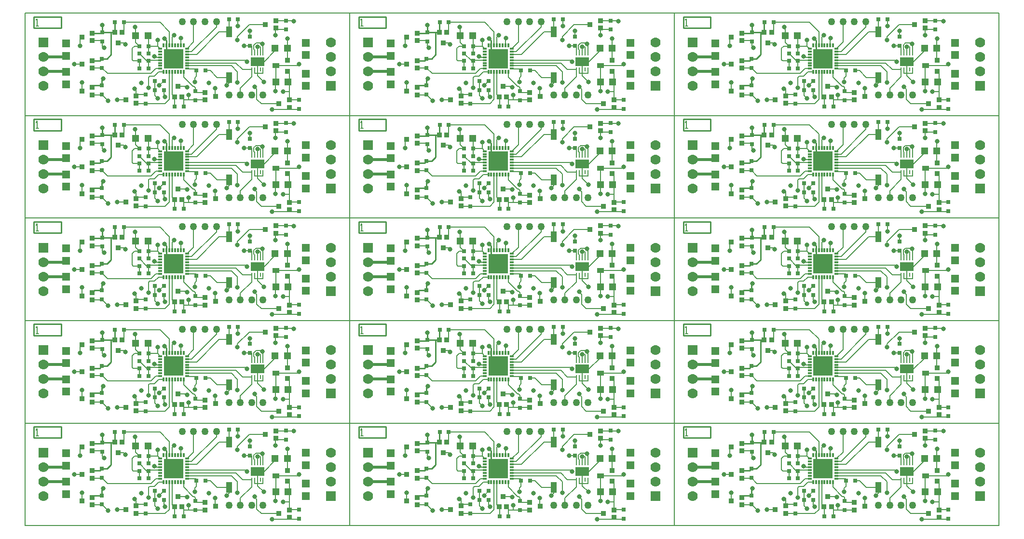
<source format=gtl>
%FSLAX25Y25*%
%MOIN*%
G70*
G01*
G75*
G04 Layer_Physical_Order=1*
G04 Layer_Color=65280*
%ADD10C,0.00787*%
%ADD11R,0.03543X0.03543*%
%ADD12R,0.05000X0.05000*%
%ADD13R,0.04000X0.07480*%
%ADD14R,0.03150X0.03150*%
%ADD15R,0.03150X0.03150*%
%ADD16R,0.03543X0.03543*%
%ADD17R,0.02559X0.01181*%
%ADD18R,0.01181X0.02559*%
%ADD19R,0.13583X0.13583*%
%ADD20R,0.09370X0.06496*%
%ADD21R,0.00984X0.02756*%
%ADD22R,0.03600X0.03600*%
%ADD23R,0.05000X0.03600*%
%ADD24C,0.01000*%
%ADD25C,0.01969*%
%ADD26C,0.00984*%
%ADD27C,0.00600*%
%ADD28R,0.05512X0.05512*%
%ADD29C,0.07000*%
%ADD30R,0.07000X0.07000*%
%ADD31C,0.05000*%
%ADD32C,0.03150*%
D10*
X0Y0D02*
Y70866D01*
X224410D01*
Y0D02*
Y70866D01*
X0Y0D02*
X224410D01*
Y70866D01*
X448819D01*
Y0D02*
Y70866D01*
X224410Y0D02*
X448819D01*
Y70866D01*
X673228D01*
Y0D02*
Y70866D01*
X448819Y0D02*
X673228D01*
X0Y70866D02*
Y141732D01*
X224410D01*
Y70866D02*
Y141732D01*
X0Y70866D02*
X224410D01*
Y141732D01*
X448819D01*
Y70866D02*
Y141732D01*
X224410Y70866D02*
X448819D01*
Y141732D01*
X673228D01*
Y70866D02*
Y141732D01*
X448819Y70866D02*
X673228D01*
X0Y141732D02*
Y212598D01*
X224410D01*
Y141732D02*
Y212598D01*
X0Y141732D02*
X224410D01*
Y212598D01*
X448819D01*
Y141732D02*
Y212598D01*
X224410Y141732D02*
X448819D01*
Y212598D01*
X673228D01*
Y141732D02*
Y212598D01*
X448819Y141732D02*
X673228D01*
X0Y212598D02*
Y283465D01*
X224410D01*
Y212598D02*
Y283465D01*
X0Y212598D02*
X224410D01*
Y283465D01*
X448819D01*
Y212598D02*
Y283465D01*
X224410Y212598D02*
X448819D01*
Y283465D01*
X673228D01*
Y212598D02*
Y283465D01*
X448819Y212598D02*
X673228D01*
X0Y283465D02*
Y354331D01*
X224410D01*
Y283465D02*
Y354331D01*
X0Y283465D02*
X224410D01*
Y354331D01*
X448819D01*
Y283465D02*
Y354331D01*
X224410Y283465D02*
X448819D01*
Y354331D01*
X673228D01*
Y283465D02*
Y354331D01*
X448819Y283465D02*
X673228D01*
X84959Y55118D02*
X85433Y54644D01*
Y42913D02*
Y48031D01*
X91732D02*
X93504Y46260D01*
X85433Y48031D02*
X91732D01*
X79134Y32677D02*
Y37795D01*
X112008Y46260D02*
X116535Y50787D01*
Y64961D01*
X112008Y44291D02*
X115157D01*
X132283Y61417D01*
Y64961D01*
X85433Y48031D02*
Y54644D01*
X76459Y50707D02*
X79134Y48031D01*
X76459Y50707D02*
Y55118D01*
X38189Y53248D02*
X39272Y54331D01*
X38189Y48425D02*
Y53248D01*
X34252Y35433D02*
X39272D01*
Y16929D02*
Y22736D01*
X39370Y22835D01*
X85433Y32677D02*
Y37795D01*
X79134Y42913D02*
X84252Y37795D01*
X85433D01*
X86024Y38386D02*
X93504D01*
X85433Y37795D02*
X86024Y38386D01*
X46555Y14370D02*
X52953D01*
X46555Y32874D02*
X52953D01*
X53150Y33071D01*
X68504Y58957D02*
Y64567D01*
X67126Y57579D02*
X68504Y58957D01*
X46555Y51772D02*
X52953D01*
X53543Y51181D01*
X53150Y33071D02*
X57087Y29134D01*
X112008Y42323D02*
X118701D01*
X134252Y57874D01*
X140945D01*
X140945Y57874D02*
X140945Y57874D01*
X140945Y57874D02*
Y66535D01*
X112008Y32480D02*
X112205Y32283D01*
X118504D01*
X99803Y48622D02*
Y58071D01*
X93307Y64567D02*
X99803Y58071D01*
X68504Y64567D02*
X93307D01*
X173309Y23228D02*
Y34322D01*
X173496Y34509D01*
X181415Y38289D02*
Y46457D01*
Y38289D02*
X181496Y38209D01*
X174311Y59449D02*
X180315D01*
X173327Y60433D02*
X174311Y59449D01*
X131496Y13484D02*
Y18898D01*
Y13484D02*
X131595Y13386D01*
X163386Y8268D02*
X175492D01*
X160236Y11417D02*
X163386Y8268D01*
X160236Y11417D02*
Y18110D01*
X158661Y19685D02*
X160236Y18110D01*
X148819Y14173D02*
Y18898D01*
X156693Y26772D01*
Y31791D01*
X112008Y36417D02*
X145866D01*
X150492Y31791D01*
X156693D01*
X112008Y38386D02*
X152559D01*
X153543Y37402D01*
X188976Y4331D02*
X189370Y4724D01*
X170866Y4331D02*
X188976D01*
X156693Y43012D02*
Y48425D01*
X112008Y34449D02*
X142717D01*
X146850Y30315D01*
Y22835D02*
Y30315D01*
X107677Y48622D02*
Y53347D01*
X107874Y53543D01*
X173228Y55512D02*
Y60335D01*
X173327Y60433D01*
X118701Y15945D02*
X124311D01*
X117717Y16929D02*
X118701Y15945D01*
X83465Y8268D02*
X96850D01*
X99803Y11220D01*
X103543Y6299D02*
Y12697D01*
X101772Y14469D02*
X103543Y12697D01*
X69587Y11024D02*
X69685Y11122D01*
X64567Y50295D02*
X68209D01*
X69291Y49213D01*
X53543Y48031D02*
Y51181D01*
Y48031D02*
X54724Y46850D01*
X101772Y54134D02*
X103150Y55512D01*
X101772Y48622D02*
Y54134D01*
X63779Y11024D02*
X69587D01*
X162598Y43012D02*
Y47638D01*
X164173Y49606D02*
X164567Y49213D01*
Y43012D02*
Y49213D01*
X92323Y30118D02*
X95866D01*
X90354Y32480D02*
X93504D01*
X57087Y29134D02*
X87008D01*
X90354Y32480D01*
X89370Y27165D02*
X92323Y30118D01*
X86221Y27165D02*
X89370D01*
X160630Y43012D02*
Y47638D01*
X162598D01*
X158161Y48660D02*
X159607Y50106D01*
X163673D02*
X164173Y49606D01*
X159607Y50106D02*
X163673D01*
X158661Y43012D02*
Y45563D01*
X158161Y46063D02*
Y48660D01*
Y46063D02*
X158661Y45563D01*
X89961Y40354D02*
X93504D01*
X89370Y40945D02*
X89961Y40354D01*
X111713Y20177D02*
X112205Y19685D01*
X105905Y20177D02*
X111713D01*
X173228Y16929D02*
Y23148D01*
X173309Y23228D01*
X89764Y13780D02*
X91732Y11811D01*
X89764Y13780D02*
Y17717D01*
X77067Y8268D02*
X83465D01*
X76870Y8465D02*
X77067Y8268D01*
X76459Y55118D02*
Y60549D01*
X75984Y61024D02*
X76459Y60549D01*
X75984Y61024D02*
Y61417D01*
X74803Y37795D02*
X79134D01*
X74016Y38583D02*
X74803Y37795D01*
X74016Y38583D02*
Y46457D01*
X75590Y48031D01*
X79134D01*
X76772Y18898D02*
X76870Y18799D01*
X96063Y13780D02*
Y17717D01*
Y13780D02*
X96850Y12992D01*
X108465Y12894D02*
X109843Y11516D01*
Y6299D02*
Y11516D01*
X132677Y26378D02*
X140945D01*
X127953Y31102D02*
X132677Y26378D01*
X124803Y31102D02*
X127953D01*
X160630Y37402D02*
X165354D01*
X172915Y44963D01*
Y46457D01*
X160630Y31791D02*
Y37402D01*
X158661Y29134D02*
Y31791D01*
Y29134D02*
X158661Y29134D01*
X160630D01*
Y31791D01*
Y29134D02*
X164567D01*
Y31791D01*
X164567Y31791D01*
X155512Y54724D02*
Y58661D01*
X182972Y11024D02*
X189370D01*
X182776Y10827D02*
X182972Y11024D01*
X181496Y30709D02*
X182776Y29429D01*
X160630Y27559D02*
Y29134D01*
Y27559D02*
X164961Y23228D01*
X173327Y65551D02*
X185630D01*
X185827Y65354D01*
X118504Y27165D02*
Y31102D01*
X117323Y25984D02*
X118504Y27165D01*
X117323Y23228D02*
Y25984D01*
X92913Y20866D02*
X96063Y24016D01*
X139370Y20866D02*
X140945Y22441D01*
Y26378D01*
X117717Y16929D02*
Y19291D01*
X116839Y20169D02*
X117717Y19291D01*
X116056Y20169D02*
X116839D01*
X109646Y26579D02*
X116056Y20169D01*
X109646Y26579D02*
Y30118D01*
X101772Y14469D02*
Y30118D01*
X99803Y11220D02*
Y30118D01*
X85433Y26378D02*
X86221Y27165D01*
X85433Y19291D02*
Y26378D01*
X89764Y17717D02*
Y24016D01*
X151575Y48425D02*
X155512D01*
X151575Y48425D02*
X151575Y48425D01*
X146850Y52362D02*
Y54724D01*
X155118Y62992D01*
X166043D01*
X147244Y61811D02*
Y66535D01*
X173496Y34509D02*
X188446D01*
X189370Y35433D01*
X181415Y46457D02*
Y53069D01*
X181496Y53150D01*
X76378Y18504D02*
X76772Y18898D01*
X75590Y18504D02*
X76378D01*
X53150Y14567D02*
X57480Y10236D01*
X53150Y14567D02*
X53150D01*
X77854Y14567D02*
X83465D01*
X76870Y13583D02*
X77854Y14567D01*
X76870Y13583D02*
Y18799D01*
X110039Y10827D02*
X112992D01*
X124311D01*
X112992D02*
Y14173D01*
X182776Y10827D02*
Y16535D01*
Y29429D01*
X178347Y16535D02*
X182776D01*
X178347Y16535D02*
X178347Y16535D01*
X91732Y48031D02*
Y52362D01*
X309368Y55118D02*
X309842Y54644D01*
Y42913D02*
Y48031D01*
X316142D02*
X317913Y46260D01*
X309842Y48031D02*
X316142D01*
X303543Y32677D02*
Y37795D01*
X336417Y46260D02*
X340945Y50787D01*
Y64961D01*
X336417Y44291D02*
X339567D01*
X356693Y61417D01*
Y64961D01*
X309842Y48031D02*
Y54644D01*
X300868Y50707D02*
X303543Y48031D01*
X300868Y50707D02*
Y55118D01*
X262598Y53248D02*
X263681Y54331D01*
X262598Y48425D02*
Y53248D01*
X258661Y35433D02*
X263681D01*
Y16929D02*
Y22736D01*
X263779Y22835D01*
X309842Y32677D02*
Y37795D01*
X303543Y42913D02*
X308661Y37795D01*
X309842D01*
X310433Y38386D02*
X317913D01*
X309842Y37795D02*
X310433Y38386D01*
X270965Y14370D02*
X277362D01*
X270965Y32874D02*
X277362D01*
X277559Y33071D01*
X292913Y58957D02*
Y64567D01*
X291535Y57579D02*
X292913Y58957D01*
X270965Y51772D02*
X277362D01*
X277953Y51181D01*
X277559Y33071D02*
X281496Y29134D01*
X336417Y42323D02*
X343110D01*
X358661Y57874D01*
X365354D01*
X365354Y57874D02*
X365354Y57874D01*
X365354Y57874D02*
Y66535D01*
X336417Y32480D02*
X336614Y32283D01*
X342913D01*
X324213Y48622D02*
Y58071D01*
X317717Y64567D02*
X324213Y58071D01*
X292913Y64567D02*
X317717D01*
X397719Y23228D02*
Y34322D01*
X397905Y34509D01*
X405825Y38289D02*
Y46457D01*
Y38289D02*
X405905Y38209D01*
X398721Y59449D02*
X404724D01*
X397736Y60433D02*
X398721Y59449D01*
X355906Y13484D02*
Y18898D01*
Y13484D02*
X356004Y13386D01*
X387795Y8268D02*
X399902D01*
X384646Y11417D02*
X387795Y8268D01*
X384646Y11417D02*
Y18110D01*
X383071Y19685D02*
X384646Y18110D01*
X373228Y14173D02*
Y18898D01*
X381102Y26772D01*
Y31791D01*
X336417Y36417D02*
X370276D01*
X374902Y31791D01*
X381102D01*
X336417Y38386D02*
X376969D01*
X377953Y37402D01*
X413386Y4331D02*
X413779Y4724D01*
X395276Y4331D02*
X413386D01*
X381102Y43012D02*
Y48425D01*
X336417Y34449D02*
X367126D01*
X371260Y30315D01*
Y22835D02*
Y30315D01*
X332087Y48622D02*
Y53347D01*
X332283Y53543D01*
X397638Y55512D02*
Y60335D01*
X397736Y60433D01*
X343110Y15945D02*
X348721D01*
X342126Y16929D02*
X343110Y15945D01*
X307874Y8268D02*
X321260D01*
X324213Y11220D01*
X327953Y6299D02*
Y12697D01*
X326181Y14469D02*
X327953Y12697D01*
X293996Y11024D02*
X294094Y11122D01*
X288976Y50295D02*
X292618D01*
X293701Y49213D01*
X277953Y48031D02*
Y51181D01*
Y48031D02*
X279134Y46850D01*
X326181Y54134D02*
X327559Y55512D01*
X326181Y48622D02*
Y54134D01*
X288189Y11024D02*
X293996D01*
X387008Y43012D02*
Y47638D01*
X388583Y49606D02*
X388976Y49213D01*
Y43012D02*
Y49213D01*
X316732Y30118D02*
X320276D01*
X314764Y32480D02*
X317913D01*
X281496Y29134D02*
X311417D01*
X314764Y32480D01*
X313779Y27165D02*
X316732Y30118D01*
X310630Y27165D02*
X313779D01*
X385039Y43012D02*
Y47638D01*
X387008D01*
X382571Y48660D02*
X384017Y50106D01*
X388083D02*
X388583Y49606D01*
X384017Y50106D02*
X388083D01*
X383071Y43012D02*
Y45563D01*
X382571Y46063D02*
Y48660D01*
Y46063D02*
X383071Y45563D01*
X314370Y40354D02*
X317913D01*
X313779Y40945D02*
X314370Y40354D01*
X336122Y20177D02*
X336614Y19685D01*
X330315Y20177D02*
X336122D01*
X397638Y16929D02*
Y23148D01*
X397719Y23228D01*
X314173Y13780D02*
X316142Y11811D01*
X314173Y13780D02*
Y17717D01*
X301476Y8268D02*
X307874D01*
X301279Y8465D02*
X301476Y8268D01*
X300868Y55118D02*
Y60549D01*
X300394Y61024D02*
X300868Y60549D01*
X300394Y61024D02*
Y61417D01*
X299213Y37795D02*
X303543D01*
X298425Y38583D02*
X299213Y37795D01*
X298425Y38583D02*
Y46457D01*
X300000Y48031D01*
X303543D01*
X301181Y18898D02*
X301279Y18799D01*
X320472Y13780D02*
Y17717D01*
Y13780D02*
X321260Y12992D01*
X332874Y12894D02*
X334252Y11516D01*
Y6299D02*
Y11516D01*
X357087Y26378D02*
X365354D01*
X352362Y31102D02*
X357087Y26378D01*
X349213Y31102D02*
X352362D01*
X385039Y37402D02*
X389764D01*
X397325Y44963D01*
Y46457D01*
X385039Y31791D02*
Y37402D01*
X383071Y29134D02*
Y31791D01*
Y29134D02*
X383071Y29134D01*
X385039D01*
Y31791D01*
Y29134D02*
X388976D01*
Y31791D01*
X388976Y31791D01*
X379921Y54724D02*
Y58661D01*
X407382Y11024D02*
X413779D01*
X407185Y10827D02*
X407382Y11024D01*
X405905Y30709D02*
X407185Y29429D01*
X385039Y27559D02*
Y29134D01*
Y27559D02*
X389370Y23228D01*
X397736Y65551D02*
X410039D01*
X410236Y65354D01*
X342913Y27165D02*
Y31102D01*
X341732Y25984D02*
X342913Y27165D01*
X341732Y23228D02*
Y25984D01*
X317323Y20866D02*
X320472Y24016D01*
X363779Y20866D02*
X365354Y22441D01*
Y26378D01*
X342126Y16929D02*
Y19291D01*
X341248Y20169D02*
X342126Y19291D01*
X340465Y20169D02*
X341248D01*
X334055Y26579D02*
X340465Y20169D01*
X334055Y26579D02*
Y30118D01*
X326181Y14469D02*
Y30118D01*
X324213Y11220D02*
Y30118D01*
X309842Y26378D02*
X310630Y27165D01*
X309842Y19291D02*
Y26378D01*
X314173Y17717D02*
Y24016D01*
X375984Y48425D02*
X379921D01*
X375984Y48425D02*
X375984Y48425D01*
X371260Y52362D02*
Y54724D01*
X379528Y62992D01*
X390453D01*
X371654Y61811D02*
Y66535D01*
X397905Y34509D02*
X412855D01*
X413779Y35433D01*
X405825Y46457D02*
Y53069D01*
X405905Y53150D01*
X300787Y18504D02*
X301181Y18898D01*
X300000Y18504D02*
X300787D01*
X277559Y14567D02*
X281890Y10236D01*
X277559Y14567D02*
X277559D01*
X302264Y14567D02*
X307874D01*
X301279Y13583D02*
X302264Y14567D01*
X301279Y13583D02*
Y18799D01*
X334449Y10827D02*
X337402D01*
X348721D01*
X337402D02*
Y14173D01*
X407185Y10827D02*
Y16535D01*
Y29429D01*
X402756Y16535D02*
X407185D01*
X402756Y16535D02*
X402756Y16535D01*
X316142Y48031D02*
Y52362D01*
X533778Y55118D02*
X534252Y54644D01*
Y42913D02*
Y48031D01*
X540551D02*
X542323Y46260D01*
X534252Y48031D02*
X540551D01*
X527953Y32677D02*
Y37795D01*
X560827Y46260D02*
X565354Y50787D01*
Y64961D01*
X560827Y44291D02*
X563976D01*
X581102Y61417D01*
Y64961D01*
X534252Y48031D02*
Y54644D01*
X525278Y50707D02*
X527953Y48031D01*
X525278Y50707D02*
Y55118D01*
X487008Y53248D02*
X488091Y54331D01*
X487008Y48425D02*
Y53248D01*
X483071Y35433D02*
X488091D01*
Y16929D02*
Y22736D01*
X488189Y22835D01*
X534252Y32677D02*
Y37795D01*
X527953Y42913D02*
X533071Y37795D01*
X534252D01*
X534842Y38386D02*
X542323D01*
X534252Y37795D02*
X534842Y38386D01*
X495374Y14370D02*
X501772D01*
X495374Y32874D02*
X501772D01*
X501968Y33071D01*
X517323Y58957D02*
Y64567D01*
X515945Y57579D02*
X517323Y58957D01*
X495374Y51772D02*
X501772D01*
X502362Y51181D01*
X501968Y33071D02*
X505905Y29134D01*
X560827Y42323D02*
X567520D01*
X583071Y57874D01*
X589764D01*
X589764Y57874D02*
X589764Y57874D01*
X589764Y57874D02*
Y66535D01*
X560827Y32480D02*
X561024Y32283D01*
X567323D01*
X548622Y48622D02*
Y58071D01*
X542126Y64567D02*
X548622Y58071D01*
X517323Y64567D02*
X542126D01*
X622128Y23228D02*
Y34322D01*
X622315Y34509D01*
X630234Y38289D02*
Y46457D01*
Y38289D02*
X630315Y38209D01*
X623130Y59449D02*
X629134D01*
X622146Y60433D02*
X623130Y59449D01*
X580315Y13484D02*
Y18898D01*
Y13484D02*
X580413Y13386D01*
X612205Y8268D02*
X624311D01*
X609055Y11417D02*
X612205Y8268D01*
X609055Y11417D02*
Y18110D01*
X607480Y19685D02*
X609055Y18110D01*
X597638Y14173D02*
Y18898D01*
X605512Y26772D01*
Y31791D01*
X560827Y36417D02*
X594685D01*
X599311Y31791D01*
X605512D01*
X560827Y38386D02*
X601378D01*
X602362Y37402D01*
X637795Y4331D02*
X638189Y4724D01*
X619685Y4331D02*
X637795D01*
X605512Y43012D02*
Y48425D01*
X560827Y34449D02*
X591535D01*
X595669Y30315D01*
Y22835D02*
Y30315D01*
X556496Y48622D02*
Y53347D01*
X556693Y53543D01*
X622047Y55512D02*
Y60335D01*
X622146Y60433D01*
X567520Y15945D02*
X573130D01*
X566535Y16929D02*
X567520Y15945D01*
X532283Y8268D02*
X545669D01*
X548622Y11220D01*
X552362Y6299D02*
Y12697D01*
X550591Y14469D02*
X552362Y12697D01*
X518405Y11024D02*
X518504Y11122D01*
X513386Y50295D02*
X517028D01*
X518110Y49213D01*
X502362Y48031D02*
Y51181D01*
Y48031D02*
X503543Y46850D01*
X550591Y54134D02*
X551968Y55512D01*
X550591Y48622D02*
Y54134D01*
X512598Y11024D02*
X518405D01*
X611417Y43012D02*
Y47638D01*
X612992Y49606D02*
X613386Y49213D01*
Y43012D02*
Y49213D01*
X541142Y30118D02*
X544685D01*
X539173Y32480D02*
X542323D01*
X505905Y29134D02*
X535827D01*
X539173Y32480D01*
X538189Y27165D02*
X541142Y30118D01*
X535039Y27165D02*
X538189D01*
X609449Y43012D02*
Y47638D01*
X611417D01*
X606980Y48660D02*
X608426Y50106D01*
X612492D02*
X612992Y49606D01*
X608426Y50106D02*
X612492D01*
X607480Y43012D02*
Y45563D01*
X606980Y46063D02*
Y48660D01*
Y46063D02*
X607480Y45563D01*
X538779Y40354D02*
X542323D01*
X538189Y40945D02*
X538779Y40354D01*
X560532Y20177D02*
X561024Y19685D01*
X554724Y20177D02*
X560532D01*
X622047Y16929D02*
Y23148D01*
X622128Y23228D01*
X538583Y13780D02*
X540551Y11811D01*
X538583Y13780D02*
Y17717D01*
X525886Y8268D02*
X532283D01*
X525689Y8465D02*
X525886Y8268D01*
X525278Y55118D02*
Y60549D01*
X524803Y61024D02*
X525278Y60549D01*
X524803Y61024D02*
Y61417D01*
X523622Y37795D02*
X527953D01*
X522835Y38583D02*
X523622Y37795D01*
X522835Y38583D02*
Y46457D01*
X524409Y48031D01*
X527953D01*
X525591Y18898D02*
X525689Y18799D01*
X544882Y13780D02*
Y17717D01*
Y13780D02*
X545669Y12992D01*
X557283Y12894D02*
X558661Y11516D01*
Y6299D02*
Y11516D01*
X581496Y26378D02*
X589764D01*
X576772Y31102D02*
X581496Y26378D01*
X573622Y31102D02*
X576772D01*
X609449Y37402D02*
X614173D01*
X621734Y44963D01*
Y46457D01*
X609449Y31791D02*
Y37402D01*
X607480Y29134D02*
Y31791D01*
Y29134D02*
X607480Y29134D01*
X609449D01*
Y31791D01*
Y29134D02*
X613386D01*
Y31791D01*
X613386Y31791D01*
X604331Y54724D02*
Y58661D01*
X631791Y11024D02*
X638189D01*
X631595Y10827D02*
X631791Y11024D01*
X630315Y30709D02*
X631595Y29429D01*
X609449Y27559D02*
Y29134D01*
Y27559D02*
X613779Y23228D01*
X622146Y65551D02*
X634449D01*
X634646Y65354D01*
X567323Y27165D02*
Y31102D01*
X566142Y25984D02*
X567323Y27165D01*
X566142Y23228D02*
Y25984D01*
X541732Y20866D02*
X544882Y24016D01*
X588189Y20866D02*
X589764Y22441D01*
Y26378D01*
X566535Y16929D02*
Y19291D01*
X565658Y20169D02*
X566535Y19291D01*
X564875Y20169D02*
X565658D01*
X558465Y26579D02*
X564875Y20169D01*
X558465Y26579D02*
Y30118D01*
X550591Y14469D02*
Y30118D01*
X548622Y11220D02*
Y30118D01*
X534252Y26378D02*
X535039Y27165D01*
X534252Y19291D02*
Y26378D01*
X538583Y17717D02*
Y24016D01*
X600394Y48425D02*
X604331D01*
X600394Y48425D02*
X600394Y48425D01*
X595669Y52362D02*
Y54724D01*
X603937Y62992D01*
X614862D01*
X596063Y61811D02*
Y66535D01*
X622315Y34509D02*
X637265D01*
X638189Y35433D01*
X630234Y46457D02*
Y53069D01*
X630315Y53150D01*
X525197Y18504D02*
X525591Y18898D01*
X524409Y18504D02*
X525197D01*
X501968Y14567D02*
X506299Y10236D01*
X501968Y14567D02*
X501968D01*
X526673Y14567D02*
X532283D01*
X525689Y13583D02*
X526673Y14567D01*
X525689Y13583D02*
Y18799D01*
X558858Y10827D02*
X561811D01*
X573130D01*
X561811D02*
Y14173D01*
X631595Y10827D02*
Y16535D01*
Y29429D01*
X627165Y16535D02*
X631595D01*
X627165Y16535D02*
X627165Y16535D01*
X540551Y48031D02*
Y52362D01*
X84959Y125984D02*
X85433Y125510D01*
Y113779D02*
Y118898D01*
X91732D02*
X93504Y117126D01*
X85433Y118898D02*
X91732D01*
X79134Y103543D02*
Y108661D01*
X112008Y117126D02*
X116535Y121653D01*
Y135827D01*
X112008Y115157D02*
X115157D01*
X132283Y132283D01*
Y135827D01*
X85433Y118898D02*
Y125510D01*
X76459Y121573D02*
X79134Y118898D01*
X76459Y121573D02*
Y125984D01*
X38189Y124114D02*
X39272Y125197D01*
X38189Y119291D02*
Y124114D01*
X34252Y106299D02*
X39272D01*
Y87795D02*
Y93602D01*
X39370Y93701D01*
X85433Y103543D02*
Y108661D01*
X79134Y113779D02*
X84252Y108661D01*
X85433D01*
X86024Y109252D02*
X93504D01*
X85433Y108661D02*
X86024Y109252D01*
X46555Y85236D02*
X52953D01*
X46555Y103740D02*
X52953D01*
X53150Y103937D01*
X68504Y129823D02*
Y135433D01*
X67126Y128445D02*
X68504Y129823D01*
X46555Y122638D02*
X52953D01*
X53543Y122047D01*
X53150Y103937D02*
X57087Y100000D01*
X112008Y113189D02*
X118701D01*
X134252Y128740D01*
X140945D01*
X140945Y128740D02*
X140945Y128740D01*
X140945Y128740D02*
Y137402D01*
X112008Y103347D02*
X112205Y103150D01*
X118504D01*
X99803Y119488D02*
Y128937D01*
X93307Y135433D02*
X99803Y128937D01*
X68504Y135433D02*
X93307D01*
X173309Y94095D02*
Y105188D01*
X173496Y105375D01*
X181415Y109155D02*
Y117323D01*
Y109155D02*
X181496Y109075D01*
X174311Y130315D02*
X180315D01*
X173327Y131299D02*
X174311Y130315D01*
X131496Y84350D02*
Y89764D01*
Y84350D02*
X131595Y84252D01*
X163386Y79134D02*
X175492D01*
X160236Y82284D02*
X163386Y79134D01*
X160236Y82284D02*
Y88976D01*
X158661Y90551D02*
X160236Y88976D01*
X148819Y85039D02*
Y89764D01*
X156693Y97638D01*
Y102657D01*
X112008Y107283D02*
X145866D01*
X150492Y102657D01*
X156693D01*
X112008Y109252D02*
X152559D01*
X153543Y108268D01*
X188976Y75197D02*
X189370Y75590D01*
X170866Y75197D02*
X188976D01*
X156693Y113878D02*
Y119291D01*
X112008Y105315D02*
X142717D01*
X146850Y101181D01*
Y93701D02*
Y101181D01*
X107677Y119488D02*
Y124213D01*
X107874Y124409D01*
X173228Y126378D02*
Y131201D01*
X173327Y131299D01*
X118701Y86811D02*
X124311D01*
X117717Y87795D02*
X118701Y86811D01*
X83465Y79134D02*
X96850D01*
X99803Y82087D01*
X103543Y77165D02*
Y83563D01*
X101772Y85335D02*
X103543Y83563D01*
X69587Y81890D02*
X69685Y81988D01*
X64567Y121161D02*
X68209D01*
X69291Y120079D01*
X53543Y118898D02*
Y122047D01*
Y118898D02*
X54724Y117717D01*
X101772Y125000D02*
X103150Y126378D01*
X101772Y119488D02*
Y125000D01*
X63779Y81890D02*
X69587D01*
X162598Y113878D02*
Y118504D01*
X164173Y120472D02*
X164567Y120079D01*
Y113878D02*
Y120079D01*
X92323Y100984D02*
X95866D01*
X90354Y103347D02*
X93504D01*
X57087Y100000D02*
X87008D01*
X90354Y103347D01*
X89370Y98032D02*
X92323Y100984D01*
X86221Y98032D02*
X89370D01*
X160630Y113878D02*
Y118504D01*
X162598D01*
X158161Y119526D02*
X159607Y120972D01*
X163673D02*
X164173Y120472D01*
X159607Y120972D02*
X163673D01*
X158661Y113878D02*
Y116429D01*
X158161Y116929D02*
Y119526D01*
Y116929D02*
X158661Y116429D01*
X89961Y111221D02*
X93504D01*
X89370Y111811D02*
X89961Y111221D01*
X111713Y91043D02*
X112205Y90551D01*
X105905Y91043D02*
X111713D01*
X173228Y87795D02*
Y94014D01*
X173309Y94095D01*
X89764Y84646D02*
X91732Y82677D01*
X89764Y84646D02*
Y88583D01*
X77067Y79134D02*
X83465D01*
X76870Y79331D02*
X77067Y79134D01*
X76459Y125984D02*
Y131415D01*
X75984Y131890D02*
X76459Y131415D01*
X75984Y131890D02*
Y132283D01*
X74803Y108661D02*
X79134D01*
X74016Y109449D02*
X74803Y108661D01*
X74016Y109449D02*
Y117323D01*
X75590Y118898D01*
X79134D01*
X76772Y89764D02*
X76870Y89665D01*
X96063Y84646D02*
Y88583D01*
Y84646D02*
X96850Y83858D01*
X108465Y83760D02*
X109843Y82382D01*
Y77165D02*
Y82382D01*
X132677Y97244D02*
X140945D01*
X127953Y101969D02*
X132677Y97244D01*
X124803Y101969D02*
X127953D01*
X160630Y108268D02*
X165354D01*
X172915Y115829D01*
Y117323D01*
X160630Y102657D02*
Y108268D01*
X158661Y100000D02*
Y102657D01*
Y100000D02*
X158661Y100000D01*
X160630D01*
Y102657D01*
Y100000D02*
X164567D01*
Y102657D01*
X164567Y102657D01*
X155512Y125591D02*
Y129528D01*
X182972Y81890D02*
X189370D01*
X182776Y81693D02*
X182972Y81890D01*
X181496Y101575D02*
X182776Y100295D01*
X160630Y98425D02*
Y100000D01*
Y98425D02*
X164961Y94095D01*
X173327Y136417D02*
X185630D01*
X185827Y136221D01*
X118504Y98032D02*
Y101969D01*
X117323Y96850D02*
X118504Y98032D01*
X117323Y94095D02*
Y96850D01*
X92913Y91732D02*
X96063Y94882D01*
X139370Y91732D02*
X140945Y93307D01*
Y97244D01*
X117717Y87795D02*
Y90158D01*
X116839Y91035D02*
X117717Y90158D01*
X116056Y91035D02*
X116839D01*
X109646Y97445D02*
X116056Y91035D01*
X109646Y97445D02*
Y100984D01*
X101772Y85335D02*
Y100984D01*
X99803Y82087D02*
Y100984D01*
X85433Y97244D02*
X86221Y98032D01*
X85433Y90158D02*
Y97244D01*
X89764Y88583D02*
Y94882D01*
X151575Y119291D02*
X155512D01*
X151575Y119291D02*
X151575Y119291D01*
X146850Y123228D02*
Y125591D01*
X155118Y133858D01*
X166043D01*
X147244Y132677D02*
Y137402D01*
X173496Y105375D02*
X188446D01*
X189370Y106299D01*
X181415Y117323D02*
Y123935D01*
X181496Y124016D01*
X76378Y89370D02*
X76772Y89764D01*
X75590Y89370D02*
X76378D01*
X53150Y85433D02*
X57480Y81102D01*
X53150Y85433D02*
X53150D01*
X77854Y85433D02*
X83465D01*
X76870Y84449D02*
X77854Y85433D01*
X76870Y84449D02*
Y89665D01*
X110039Y81693D02*
X112992D01*
X124311D01*
X112992D02*
Y85039D01*
X182776Y81693D02*
Y87402D01*
Y100295D01*
X178347Y87402D02*
X182776D01*
X178347Y87402D02*
X178347Y87402D01*
X91732Y118898D02*
Y123228D01*
X309368Y125984D02*
X309842Y125510D01*
Y113779D02*
Y118898D01*
X316142D02*
X317913Y117126D01*
X309842Y118898D02*
X316142D01*
X303543Y103543D02*
Y108661D01*
X336417Y117126D02*
X340945Y121653D01*
Y135827D01*
X336417Y115157D02*
X339567D01*
X356693Y132283D01*
Y135827D01*
X309842Y118898D02*
Y125510D01*
X300868Y121573D02*
X303543Y118898D01*
X300868Y121573D02*
Y125984D01*
X262598Y124114D02*
X263681Y125197D01*
X262598Y119291D02*
Y124114D01*
X258661Y106299D02*
X263681D01*
Y87795D02*
Y93602D01*
X263779Y93701D01*
X309842Y103543D02*
Y108661D01*
X303543Y113779D02*
X308661Y108661D01*
X309842D01*
X310433Y109252D02*
X317913D01*
X309842Y108661D02*
X310433Y109252D01*
X270965Y85236D02*
X277362D01*
X270965Y103740D02*
X277362D01*
X277559Y103937D01*
X292913Y129823D02*
Y135433D01*
X291535Y128445D02*
X292913Y129823D01*
X270965Y122638D02*
X277362D01*
X277953Y122047D01*
X277559Y103937D02*
X281496Y100000D01*
X336417Y113189D02*
X343110D01*
X358661Y128740D01*
X365354D01*
X365354Y128740D02*
X365354Y128740D01*
X365354Y128740D02*
Y137402D01*
X336417Y103347D02*
X336614Y103150D01*
X342913D01*
X324213Y119488D02*
Y128937D01*
X317717Y135433D02*
X324213Y128937D01*
X292913Y135433D02*
X317717D01*
X397719Y94095D02*
Y105188D01*
X397905Y105375D01*
X405825Y109155D02*
Y117323D01*
Y109155D02*
X405905Y109075D01*
X398721Y130315D02*
X404724D01*
X397736Y131299D02*
X398721Y130315D01*
X355906Y84350D02*
Y89764D01*
Y84350D02*
X356004Y84252D01*
X387795Y79134D02*
X399902D01*
X384646Y82284D02*
X387795Y79134D01*
X384646Y82284D02*
Y88976D01*
X383071Y90551D02*
X384646Y88976D01*
X373228Y85039D02*
Y89764D01*
X381102Y97638D01*
Y102657D01*
X336417Y107283D02*
X370276D01*
X374902Y102657D01*
X381102D01*
X336417Y109252D02*
X376969D01*
X377953Y108268D01*
X413386Y75197D02*
X413779Y75590D01*
X395276Y75197D02*
X413386D01*
X381102Y113878D02*
Y119291D01*
X336417Y105315D02*
X367126D01*
X371260Y101181D01*
Y93701D02*
Y101181D01*
X332087Y119488D02*
Y124213D01*
X332283Y124409D01*
X397638Y126378D02*
Y131201D01*
X397736Y131299D01*
X343110Y86811D02*
X348721D01*
X342126Y87795D02*
X343110Y86811D01*
X307874Y79134D02*
X321260D01*
X324213Y82087D01*
X327953Y77165D02*
Y83563D01*
X326181Y85335D02*
X327953Y83563D01*
X293996Y81890D02*
X294094Y81988D01*
X288976Y121161D02*
X292618D01*
X293701Y120079D01*
X277953Y118898D02*
Y122047D01*
Y118898D02*
X279134Y117717D01*
X326181Y125000D02*
X327559Y126378D01*
X326181Y119488D02*
Y125000D01*
X288189Y81890D02*
X293996D01*
X387008Y113878D02*
Y118504D01*
X388583Y120472D02*
X388976Y120079D01*
Y113878D02*
Y120079D01*
X316732Y100984D02*
X320276D01*
X314764Y103347D02*
X317913D01*
X281496Y100000D02*
X311417D01*
X314764Y103347D01*
X313779Y98032D02*
X316732Y100984D01*
X310630Y98032D02*
X313779D01*
X385039Y113878D02*
Y118504D01*
X387008D01*
X382571Y119526D02*
X384017Y120972D01*
X388083D02*
X388583Y120472D01*
X384017Y120972D02*
X388083D01*
X383071Y113878D02*
Y116429D01*
X382571Y116929D02*
Y119526D01*
Y116929D02*
X383071Y116429D01*
X314370Y111221D02*
X317913D01*
X313779Y111811D02*
X314370Y111221D01*
X336122Y91043D02*
X336614Y90551D01*
X330315Y91043D02*
X336122D01*
X397638Y87795D02*
Y94014D01*
X397719Y94095D01*
X314173Y84646D02*
X316142Y82677D01*
X314173Y84646D02*
Y88583D01*
X301476Y79134D02*
X307874D01*
X301279Y79331D02*
X301476Y79134D01*
X300868Y125984D02*
Y131415D01*
X300394Y131890D02*
X300868Y131415D01*
X300394Y131890D02*
Y132283D01*
X299213Y108661D02*
X303543D01*
X298425Y109449D02*
X299213Y108661D01*
X298425Y109449D02*
Y117323D01*
X300000Y118898D01*
X303543D01*
X301181Y89764D02*
X301279Y89665D01*
X320472Y84646D02*
Y88583D01*
Y84646D02*
X321260Y83858D01*
X332874Y83760D02*
X334252Y82382D01*
Y77165D02*
Y82382D01*
X357087Y97244D02*
X365354D01*
X352362Y101969D02*
X357087Y97244D01*
X349213Y101969D02*
X352362D01*
X385039Y108268D02*
X389764D01*
X397325Y115829D01*
Y117323D01*
X385039Y102657D02*
Y108268D01*
X383071Y100000D02*
Y102657D01*
Y100000D02*
X383071Y100000D01*
X385039D01*
Y102657D01*
Y100000D02*
X388976D01*
Y102657D01*
X388976Y102657D01*
X379921Y125591D02*
Y129528D01*
X407382Y81890D02*
X413779D01*
X407185Y81693D02*
X407382Y81890D01*
X405905Y101575D02*
X407185Y100295D01*
X385039Y98425D02*
Y100000D01*
Y98425D02*
X389370Y94095D01*
X397736Y136417D02*
X410039D01*
X410236Y136221D01*
X342913Y98032D02*
Y101969D01*
X341732Y96850D02*
X342913Y98032D01*
X341732Y94095D02*
Y96850D01*
X317323Y91732D02*
X320472Y94882D01*
X363779Y91732D02*
X365354Y93307D01*
Y97244D01*
X342126Y87795D02*
Y90158D01*
X341248Y91035D02*
X342126Y90158D01*
X340465Y91035D02*
X341248D01*
X334055Y97445D02*
X340465Y91035D01*
X334055Y97445D02*
Y100984D01*
X326181Y85335D02*
Y100984D01*
X324213Y82087D02*
Y100984D01*
X309842Y97244D02*
X310630Y98032D01*
X309842Y90158D02*
Y97244D01*
X314173Y88583D02*
Y94882D01*
X375984Y119291D02*
X379921D01*
X375984Y119291D02*
X375984Y119291D01*
X371260Y123228D02*
Y125591D01*
X379528Y133858D01*
X390453D01*
X371654Y132677D02*
Y137402D01*
X397905Y105375D02*
X412855D01*
X413779Y106299D01*
X405825Y117323D02*
Y123935D01*
X405905Y124016D01*
X300787Y89370D02*
X301181Y89764D01*
X300000Y89370D02*
X300787D01*
X277559Y85433D02*
X281890Y81102D01*
X277559Y85433D02*
X277559D01*
X302264Y85433D02*
X307874D01*
X301279Y84449D02*
X302264Y85433D01*
X301279Y84449D02*
Y89665D01*
X334449Y81693D02*
X337402D01*
X348721D01*
X337402D02*
Y85039D01*
X407185Y81693D02*
Y87402D01*
Y100295D01*
X402756Y87402D02*
X407185D01*
X402756Y87402D02*
X402756Y87402D01*
X316142Y118898D02*
Y123228D01*
X533778Y125984D02*
X534252Y125510D01*
Y113779D02*
Y118898D01*
X540551D02*
X542323Y117126D01*
X534252Y118898D02*
X540551D01*
X527953Y103543D02*
Y108661D01*
X560827Y117126D02*
X565354Y121653D01*
Y135827D01*
X560827Y115157D02*
X563976D01*
X581102Y132283D01*
Y135827D01*
X534252Y118898D02*
Y125510D01*
X525278Y121573D02*
X527953Y118898D01*
X525278Y121573D02*
Y125984D01*
X487008Y124114D02*
X488091Y125197D01*
X487008Y119291D02*
Y124114D01*
X483071Y106299D02*
X488091D01*
Y87795D02*
Y93602D01*
X488189Y93701D01*
X534252Y103543D02*
Y108661D01*
X527953Y113779D02*
X533071Y108661D01*
X534252D01*
X534842Y109252D02*
X542323D01*
X534252Y108661D02*
X534842Y109252D01*
X495374Y85236D02*
X501772D01*
X495374Y103740D02*
X501772D01*
X501968Y103937D01*
X517323Y129823D02*
Y135433D01*
X515945Y128445D02*
X517323Y129823D01*
X495374Y122638D02*
X501772D01*
X502362Y122047D01*
X501968Y103937D02*
X505905Y100000D01*
X560827Y113189D02*
X567520D01*
X583071Y128740D01*
X589764D01*
X589764Y128740D02*
X589764Y128740D01*
X589764Y128740D02*
Y137402D01*
X560827Y103347D02*
X561024Y103150D01*
X567323D01*
X548622Y119488D02*
Y128937D01*
X542126Y135433D02*
X548622Y128937D01*
X517323Y135433D02*
X542126D01*
X622128Y94095D02*
Y105188D01*
X622315Y105375D01*
X630234Y109155D02*
Y117323D01*
Y109155D02*
X630315Y109075D01*
X623130Y130315D02*
X629134D01*
X622146Y131299D02*
X623130Y130315D01*
X580315Y84350D02*
Y89764D01*
Y84350D02*
X580413Y84252D01*
X612205Y79134D02*
X624311D01*
X609055Y82284D02*
X612205Y79134D01*
X609055Y82284D02*
Y88976D01*
X607480Y90551D02*
X609055Y88976D01*
X597638Y85039D02*
Y89764D01*
X605512Y97638D01*
Y102657D01*
X560827Y107283D02*
X594685D01*
X599311Y102657D01*
X605512D01*
X560827Y109252D02*
X601378D01*
X602362Y108268D01*
X637795Y75197D02*
X638189Y75590D01*
X619685Y75197D02*
X637795D01*
X605512Y113878D02*
Y119291D01*
X560827Y105315D02*
X591535D01*
X595669Y101181D01*
Y93701D02*
Y101181D01*
X556496Y119488D02*
Y124213D01*
X556693Y124409D01*
X622047Y126378D02*
Y131201D01*
X622146Y131299D01*
X567520Y86811D02*
X573130D01*
X566535Y87795D02*
X567520Y86811D01*
X532283Y79134D02*
X545669D01*
X548622Y82087D01*
X552362Y77165D02*
Y83563D01*
X550591Y85335D02*
X552362Y83563D01*
X518405Y81890D02*
X518504Y81988D01*
X513386Y121161D02*
X517028D01*
X518110Y120079D01*
X502362Y118898D02*
Y122047D01*
Y118898D02*
X503543Y117717D01*
X550591Y125000D02*
X551968Y126378D01*
X550591Y119488D02*
Y125000D01*
X512598Y81890D02*
X518405D01*
X611417Y113878D02*
Y118504D01*
X612992Y120472D02*
X613386Y120079D01*
Y113878D02*
Y120079D01*
X541142Y100984D02*
X544685D01*
X539173Y103347D02*
X542323D01*
X505905Y100000D02*
X535827D01*
X539173Y103347D01*
X538189Y98032D02*
X541142Y100984D01*
X535039Y98032D02*
X538189D01*
X609449Y113878D02*
Y118504D01*
X611417D01*
X606980Y119526D02*
X608426Y120972D01*
X612492D02*
X612992Y120472D01*
X608426Y120972D02*
X612492D01*
X607480Y113878D02*
Y116429D01*
X606980Y116929D02*
Y119526D01*
Y116929D02*
X607480Y116429D01*
X538779Y111221D02*
X542323D01*
X538189Y111811D02*
X538779Y111221D01*
X560532Y91043D02*
X561024Y90551D01*
X554724Y91043D02*
X560532D01*
X622047Y87795D02*
Y94014D01*
X622128Y94095D01*
X538583Y84646D02*
X540551Y82677D01*
X538583Y84646D02*
Y88583D01*
X525886Y79134D02*
X532283D01*
X525689Y79331D02*
X525886Y79134D01*
X525278Y125984D02*
Y131415D01*
X524803Y131890D02*
X525278Y131415D01*
X524803Y131890D02*
Y132283D01*
X523622Y108661D02*
X527953D01*
X522835Y109449D02*
X523622Y108661D01*
X522835Y109449D02*
Y117323D01*
X524409Y118898D01*
X527953D01*
X525591Y89764D02*
X525689Y89665D01*
X544882Y84646D02*
Y88583D01*
Y84646D02*
X545669Y83858D01*
X557283Y83760D02*
X558661Y82382D01*
Y77165D02*
Y82382D01*
X581496Y97244D02*
X589764D01*
X576772Y101969D02*
X581496Y97244D01*
X573622Y101969D02*
X576772D01*
X609449Y108268D02*
X614173D01*
X621734Y115829D01*
Y117323D01*
X609449Y102657D02*
Y108268D01*
X607480Y100000D02*
Y102657D01*
Y100000D02*
X607480Y100000D01*
X609449D01*
Y102657D01*
Y100000D02*
X613386D01*
Y102657D01*
X613386Y102657D01*
X604331Y125591D02*
Y129528D01*
X631791Y81890D02*
X638189D01*
X631595Y81693D02*
X631791Y81890D01*
X630315Y101575D02*
X631595Y100295D01*
X609449Y98425D02*
Y100000D01*
Y98425D02*
X613779Y94095D01*
X622146Y136417D02*
X634449D01*
X634646Y136221D01*
X567323Y98032D02*
Y101969D01*
X566142Y96850D02*
X567323Y98032D01*
X566142Y94095D02*
Y96850D01*
X541732Y91732D02*
X544882Y94882D01*
X588189Y91732D02*
X589764Y93307D01*
Y97244D01*
X566535Y87795D02*
Y90158D01*
X565658Y91035D02*
X566535Y90158D01*
X564875Y91035D02*
X565658D01*
X558465Y97445D02*
X564875Y91035D01*
X558465Y97445D02*
Y100984D01*
X550591Y85335D02*
Y100984D01*
X548622Y82087D02*
Y100984D01*
X534252Y97244D02*
X535039Y98032D01*
X534252Y90158D02*
Y97244D01*
X538583Y88583D02*
Y94882D01*
X600394Y119291D02*
X604331D01*
X600394Y119291D02*
X600394Y119291D01*
X595669Y123228D02*
Y125591D01*
X603937Y133858D01*
X614862D01*
X596063Y132677D02*
Y137402D01*
X622315Y105375D02*
X637265D01*
X638189Y106299D01*
X630234Y117323D02*
Y123935D01*
X630315Y124016D01*
X525197Y89370D02*
X525591Y89764D01*
X524409Y89370D02*
X525197D01*
X501968Y85433D02*
X506299Y81102D01*
X501968Y85433D02*
X501968D01*
X526673Y85433D02*
X532283D01*
X525689Y84449D02*
X526673Y85433D01*
X525689Y84449D02*
Y89665D01*
X558858Y81693D02*
X561811D01*
X573130D01*
X561811D02*
Y85039D01*
X631595Y81693D02*
Y87402D01*
Y100295D01*
X627165Y87402D02*
X631595D01*
X627165Y87402D02*
X627165Y87402D01*
X540551Y118898D02*
Y123228D01*
X84959Y196850D02*
X85433Y196376D01*
Y184646D02*
Y189764D01*
X91732D02*
X93504Y187992D01*
X85433Y189764D02*
X91732D01*
X79134Y174409D02*
Y179527D01*
X112008Y187992D02*
X116535Y192520D01*
Y206693D01*
X112008Y186024D02*
X115157D01*
X132283Y203150D01*
Y206693D01*
X85433Y189764D02*
Y196376D01*
X76459Y192439D02*
X79134Y189764D01*
X76459Y192439D02*
Y196850D01*
X38189Y194980D02*
X39272Y196063D01*
X38189Y190157D02*
Y194980D01*
X34252Y177165D02*
X39272D01*
Y158661D02*
Y164469D01*
X39370Y164567D01*
X85433Y174409D02*
Y179527D01*
X79134Y184646D02*
X84252Y179527D01*
X85433D01*
X86024Y180118D02*
X93504D01*
X85433Y179527D02*
X86024Y180118D01*
X46555Y156102D02*
X52953D01*
X46555Y174606D02*
X52953D01*
X53150Y174803D01*
X68504Y200689D02*
Y206299D01*
X67126Y199311D02*
X68504Y200689D01*
X46555Y193504D02*
X52953D01*
X53543Y192913D01*
X53150Y174803D02*
X57087Y170866D01*
X112008Y184055D02*
X118701D01*
X134252Y199606D01*
X140945D01*
X140945Y199606D02*
X140945Y199606D01*
X140945Y199606D02*
Y208268D01*
X112008Y174213D02*
X112205Y174016D01*
X118504D01*
X99803Y190354D02*
Y199803D01*
X93307Y206299D02*
X99803Y199803D01*
X68504Y206299D02*
X93307D01*
X173309Y164961D02*
Y176054D01*
X173496Y176241D01*
X181415Y180022D02*
Y188189D01*
Y180022D02*
X181496Y179941D01*
X174311Y201181D02*
X180315D01*
X173327Y202165D02*
X174311Y201181D01*
X131496Y155217D02*
Y160630D01*
Y155217D02*
X131595Y155118D01*
X163386Y150000D02*
X175492D01*
X160236Y153150D02*
X163386Y150000D01*
X160236Y153150D02*
Y159843D01*
X158661Y161417D02*
X160236Y159843D01*
X148819Y155905D02*
Y160630D01*
X156693Y168504D01*
Y173524D01*
X112008Y178150D02*
X145866D01*
X150492Y173524D01*
X156693D01*
X112008Y180118D02*
X152559D01*
X153543Y179134D01*
X188976Y146063D02*
X189370Y146457D01*
X170866Y146063D02*
X188976D01*
X156693Y184744D02*
Y190157D01*
X112008Y176181D02*
X142717D01*
X146850Y172047D01*
Y164567D02*
Y172047D01*
X107677Y190354D02*
Y195079D01*
X107874Y195276D01*
X173228Y197244D02*
Y202067D01*
X173327Y202165D01*
X118701Y157677D02*
X124311D01*
X117717Y158661D02*
X118701Y157677D01*
X83465Y150000D02*
X96850D01*
X99803Y152953D01*
X103543Y148031D02*
Y154429D01*
X101772Y156201D02*
X103543Y154429D01*
X69587Y152756D02*
X69685Y152854D01*
X64567Y192028D02*
X68209D01*
X69291Y190945D01*
X53543Y189764D02*
Y192913D01*
Y189764D02*
X54724Y188583D01*
X101772Y195866D02*
X103150Y197244D01*
X101772Y190354D02*
Y195866D01*
X63779Y152756D02*
X69587D01*
X162598Y184744D02*
Y189370D01*
X164173Y191339D02*
X164567Y190945D01*
Y184744D02*
Y190945D01*
X92323Y171850D02*
X95866D01*
X90354Y174213D02*
X93504D01*
X57087Y170866D02*
X87008D01*
X90354Y174213D01*
X89370Y168898D02*
X92323Y171850D01*
X86221Y168898D02*
X89370D01*
X160630Y184744D02*
Y189370D01*
X162598D01*
X158161Y190393D02*
X159607Y191839D01*
X163673D02*
X164173Y191339D01*
X159607Y191839D02*
X163673D01*
X158661Y184744D02*
Y187295D01*
X158161Y187795D02*
Y190393D01*
Y187795D02*
X158661Y187295D01*
X89961Y182087D02*
X93504D01*
X89370Y182677D02*
X89961Y182087D01*
X111713Y161909D02*
X112205Y161417D01*
X105905Y161909D02*
X111713D01*
X173228Y158661D02*
Y164880D01*
X173309Y164961D01*
X89764Y155512D02*
X91732Y153543D01*
X89764Y155512D02*
Y159449D01*
X77067Y150000D02*
X83465D01*
X76870Y150197D02*
X77067Y150000D01*
X76459Y196850D02*
Y202281D01*
X75984Y202756D02*
X76459Y202281D01*
X75984Y202756D02*
Y203150D01*
X74803Y179527D02*
X79134D01*
X74016Y180315D02*
X74803Y179527D01*
X74016Y180315D02*
Y188189D01*
X75590Y189764D01*
X79134D01*
X76772Y160630D02*
X76870Y160531D01*
X96063Y155512D02*
Y159449D01*
Y155512D02*
X96850Y154724D01*
X108465Y154626D02*
X109843Y153248D01*
Y148031D02*
Y153248D01*
X132677Y168110D02*
X140945D01*
X127953Y172835D02*
X132677Y168110D01*
X124803Y172835D02*
X127953D01*
X160630Y179134D02*
X165354D01*
X172915Y186695D01*
Y188189D01*
X160630Y173524D02*
Y179134D01*
X158661Y170866D02*
Y173524D01*
Y170866D02*
X158661Y170866D01*
X160630D01*
Y173524D01*
Y170866D02*
X164567D01*
Y173524D01*
X164567Y173524D01*
X155512Y196457D02*
Y200394D01*
X182972Y152756D02*
X189370D01*
X182776Y152559D02*
X182972Y152756D01*
X181496Y172441D02*
X182776Y171161D01*
X160630Y169291D02*
Y170866D01*
Y169291D02*
X164961Y164961D01*
X173327Y207283D02*
X185630D01*
X185827Y207087D01*
X118504Y168898D02*
Y172835D01*
X117323Y167717D02*
X118504Y168898D01*
X117323Y164961D02*
Y167717D01*
X92913Y162598D02*
X96063Y165748D01*
X139370Y162598D02*
X140945Y164173D01*
Y168110D01*
X117717Y158661D02*
Y161024D01*
X116839Y161902D02*
X117717Y161024D01*
X116056Y161902D02*
X116839D01*
X109646Y168312D02*
X116056Y161902D01*
X109646Y168312D02*
Y171850D01*
X101772Y156201D02*
Y171850D01*
X99803Y152953D02*
Y171850D01*
X85433Y168110D02*
X86221Y168898D01*
X85433Y161024D02*
Y168110D01*
X89764Y159449D02*
Y165748D01*
X151575Y190157D02*
X155512D01*
X151575Y190157D02*
X151575Y190157D01*
X146850Y194095D02*
Y196457D01*
X155118Y204724D01*
X166043D01*
X147244Y203543D02*
Y208268D01*
X173496Y176241D02*
X188446D01*
X189370Y177165D01*
X181415Y188189D02*
Y194801D01*
X181496Y194882D01*
X76378Y160236D02*
X76772Y160630D01*
X75590Y160236D02*
X76378D01*
X53150Y156299D02*
X57480Y151969D01*
X53150Y156299D02*
X53150D01*
X77854Y156299D02*
X83465D01*
X76870Y155315D02*
X77854Y156299D01*
X76870Y155315D02*
Y160531D01*
X110039Y152559D02*
X112992D01*
X124311D01*
X112992D02*
Y155905D01*
X182776Y152559D02*
Y158268D01*
Y171161D01*
X178347Y158268D02*
X182776D01*
X178347Y158268D02*
X178347Y158268D01*
X91732Y189764D02*
Y194095D01*
X309368Y196850D02*
X309842Y196376D01*
Y184646D02*
Y189764D01*
X316142D02*
X317913Y187992D01*
X309842Y189764D02*
X316142D01*
X303543Y174409D02*
Y179527D01*
X336417Y187992D02*
X340945Y192520D01*
Y206693D01*
X336417Y186024D02*
X339567D01*
X356693Y203150D01*
Y206693D01*
X309842Y189764D02*
Y196376D01*
X300868Y192439D02*
X303543Y189764D01*
X300868Y192439D02*
Y196850D01*
X262598Y194980D02*
X263681Y196063D01*
X262598Y190157D02*
Y194980D01*
X258661Y177165D02*
X263681D01*
Y158661D02*
Y164469D01*
X263779Y164567D01*
X309842Y174409D02*
Y179527D01*
X303543Y184646D02*
X308661Y179527D01*
X309842D01*
X310433Y180118D02*
X317913D01*
X309842Y179527D02*
X310433Y180118D01*
X270965Y156102D02*
X277362D01*
X270965Y174606D02*
X277362D01*
X277559Y174803D01*
X292913Y200689D02*
Y206299D01*
X291535Y199311D02*
X292913Y200689D01*
X270965Y193504D02*
X277362D01*
X277953Y192913D01*
X277559Y174803D02*
X281496Y170866D01*
X336417Y184055D02*
X343110D01*
X358661Y199606D01*
X365354D01*
X365354Y199606D02*
X365354Y199606D01*
X365354Y199606D02*
Y208268D01*
X336417Y174213D02*
X336614Y174016D01*
X342913D01*
X324213Y190354D02*
Y199803D01*
X317717Y206299D02*
X324213Y199803D01*
X292913Y206299D02*
X317717D01*
X397719Y164961D02*
Y176054D01*
X397905Y176241D01*
X405825Y180022D02*
Y188189D01*
Y180022D02*
X405905Y179941D01*
X398721Y201181D02*
X404724D01*
X397736Y202165D02*
X398721Y201181D01*
X355906Y155217D02*
Y160630D01*
Y155217D02*
X356004Y155118D01*
X387795Y150000D02*
X399902D01*
X384646Y153150D02*
X387795Y150000D01*
X384646Y153150D02*
Y159843D01*
X383071Y161417D02*
X384646Y159843D01*
X373228Y155905D02*
Y160630D01*
X381102Y168504D01*
Y173524D01*
X336417Y178150D02*
X370276D01*
X374902Y173524D01*
X381102D01*
X336417Y180118D02*
X376969D01*
X377953Y179134D01*
X413386Y146063D02*
X413779Y146457D01*
X395276Y146063D02*
X413386D01*
X381102Y184744D02*
Y190157D01*
X336417Y176181D02*
X367126D01*
X371260Y172047D01*
Y164567D02*
Y172047D01*
X332087Y190354D02*
Y195079D01*
X332283Y195276D01*
X397638Y197244D02*
Y202067D01*
X397736Y202165D01*
X343110Y157677D02*
X348721D01*
X342126Y158661D02*
X343110Y157677D01*
X307874Y150000D02*
X321260D01*
X324213Y152953D01*
X327953Y148031D02*
Y154429D01*
X326181Y156201D02*
X327953Y154429D01*
X293996Y152756D02*
X294094Y152854D01*
X288976Y192028D02*
X292618D01*
X293701Y190945D01*
X277953Y189764D02*
Y192913D01*
Y189764D02*
X279134Y188583D01*
X326181Y195866D02*
X327559Y197244D01*
X326181Y190354D02*
Y195866D01*
X288189Y152756D02*
X293996D01*
X387008Y184744D02*
Y189370D01*
X388583Y191339D02*
X388976Y190945D01*
Y184744D02*
Y190945D01*
X316732Y171850D02*
X320276D01*
X314764Y174213D02*
X317913D01*
X281496Y170866D02*
X311417D01*
X314764Y174213D01*
X313779Y168898D02*
X316732Y171850D01*
X310630Y168898D02*
X313779D01*
X385039Y184744D02*
Y189370D01*
X387008D01*
X382571Y190393D02*
X384017Y191839D01*
X388083D02*
X388583Y191339D01*
X384017Y191839D02*
X388083D01*
X383071Y184744D02*
Y187295D01*
X382571Y187795D02*
Y190393D01*
Y187795D02*
X383071Y187295D01*
X314370Y182087D02*
X317913D01*
X313779Y182677D02*
X314370Y182087D01*
X336122Y161909D02*
X336614Y161417D01*
X330315Y161909D02*
X336122D01*
X397638Y158661D02*
Y164880D01*
X397719Y164961D01*
X314173Y155512D02*
X316142Y153543D01*
X314173Y155512D02*
Y159449D01*
X301476Y150000D02*
X307874D01*
X301279Y150197D02*
X301476Y150000D01*
X300868Y196850D02*
Y202281D01*
X300394Y202756D02*
X300868Y202281D01*
X300394Y202756D02*
Y203150D01*
X299213Y179527D02*
X303543D01*
X298425Y180315D02*
X299213Y179527D01*
X298425Y180315D02*
Y188189D01*
X300000Y189764D01*
X303543D01*
X301181Y160630D02*
X301279Y160531D01*
X320472Y155512D02*
Y159449D01*
Y155512D02*
X321260Y154724D01*
X332874Y154626D02*
X334252Y153248D01*
Y148031D02*
Y153248D01*
X357087Y168110D02*
X365354D01*
X352362Y172835D02*
X357087Y168110D01*
X349213Y172835D02*
X352362D01*
X385039Y179134D02*
X389764D01*
X397325Y186695D01*
Y188189D01*
X385039Y173524D02*
Y179134D01*
X383071Y170866D02*
Y173524D01*
Y170866D02*
X383071Y170866D01*
X385039D01*
Y173524D01*
Y170866D02*
X388976D01*
Y173524D01*
X388976Y173524D01*
X379921Y196457D02*
Y200394D01*
X407382Y152756D02*
X413779D01*
X407185Y152559D02*
X407382Y152756D01*
X405905Y172441D02*
X407185Y171161D01*
X385039Y169291D02*
Y170866D01*
Y169291D02*
X389370Y164961D01*
X397736Y207283D02*
X410039D01*
X410236Y207087D01*
X342913Y168898D02*
Y172835D01*
X341732Y167717D02*
X342913Y168898D01*
X341732Y164961D02*
Y167717D01*
X317323Y162598D02*
X320472Y165748D01*
X363779Y162598D02*
X365354Y164173D01*
Y168110D01*
X342126Y158661D02*
Y161024D01*
X341248Y161902D02*
X342126Y161024D01*
X340465Y161902D02*
X341248D01*
X334055Y168312D02*
X340465Y161902D01*
X334055Y168312D02*
Y171850D01*
X326181Y156201D02*
Y171850D01*
X324213Y152953D02*
Y171850D01*
X309842Y168110D02*
X310630Y168898D01*
X309842Y161024D02*
Y168110D01*
X314173Y159449D02*
Y165748D01*
X375984Y190157D02*
X379921D01*
X375984Y190157D02*
X375984Y190157D01*
X371260Y194095D02*
Y196457D01*
X379528Y204724D01*
X390453D01*
X371654Y203543D02*
Y208268D01*
X397905Y176241D02*
X412855D01*
X413779Y177165D01*
X405825Y188189D02*
Y194801D01*
X405905Y194882D01*
X300787Y160236D02*
X301181Y160630D01*
X300000Y160236D02*
X300787D01*
X277559Y156299D02*
X281890Y151969D01*
X277559Y156299D02*
X277559D01*
X302264Y156299D02*
X307874D01*
X301279Y155315D02*
X302264Y156299D01*
X301279Y155315D02*
Y160531D01*
X334449Y152559D02*
X337402D01*
X348721D01*
X337402D02*
Y155905D01*
X407185Y152559D02*
Y158268D01*
Y171161D01*
X402756Y158268D02*
X407185D01*
X402756Y158268D02*
X402756Y158268D01*
X316142Y189764D02*
Y194095D01*
X533778Y196850D02*
X534252Y196376D01*
Y184646D02*
Y189764D01*
X540551D02*
X542323Y187992D01*
X534252Y189764D02*
X540551D01*
X527953Y174409D02*
Y179527D01*
X560827Y187992D02*
X565354Y192520D01*
Y206693D01*
X560827Y186024D02*
X563976D01*
X581102Y203150D01*
Y206693D01*
X534252Y189764D02*
Y196376D01*
X525278Y192439D02*
X527953Y189764D01*
X525278Y192439D02*
Y196850D01*
X487008Y194980D02*
X488091Y196063D01*
X487008Y190157D02*
Y194980D01*
X483071Y177165D02*
X488091D01*
Y158661D02*
Y164469D01*
X488189Y164567D01*
X534252Y174409D02*
Y179527D01*
X527953Y184646D02*
X533071Y179527D01*
X534252D01*
X534842Y180118D02*
X542323D01*
X534252Y179527D02*
X534842Y180118D01*
X495374Y156102D02*
X501772D01*
X495374Y174606D02*
X501772D01*
X501968Y174803D01*
X517323Y200689D02*
Y206299D01*
X515945Y199311D02*
X517323Y200689D01*
X495374Y193504D02*
X501772D01*
X502362Y192913D01*
X501968Y174803D02*
X505905Y170866D01*
X560827Y184055D02*
X567520D01*
X583071Y199606D01*
X589764D01*
X589764Y199606D02*
X589764Y199606D01*
X589764Y199606D02*
Y208268D01*
X560827Y174213D02*
X561024Y174016D01*
X567323D01*
X548622Y190354D02*
Y199803D01*
X542126Y206299D02*
X548622Y199803D01*
X517323Y206299D02*
X542126D01*
X622128Y164961D02*
Y176054D01*
X622315Y176241D01*
X630234Y180022D02*
Y188189D01*
Y180022D02*
X630315Y179941D01*
X623130Y201181D02*
X629134D01*
X622146Y202165D02*
X623130Y201181D01*
X580315Y155217D02*
Y160630D01*
Y155217D02*
X580413Y155118D01*
X612205Y150000D02*
X624311D01*
X609055Y153150D02*
X612205Y150000D01*
X609055Y153150D02*
Y159843D01*
X607480Y161417D02*
X609055Y159843D01*
X597638Y155905D02*
Y160630D01*
X605512Y168504D01*
Y173524D01*
X560827Y178150D02*
X594685D01*
X599311Y173524D01*
X605512D01*
X560827Y180118D02*
X601378D01*
X602362Y179134D01*
X637795Y146063D02*
X638189Y146457D01*
X619685Y146063D02*
X637795D01*
X605512Y184744D02*
Y190157D01*
X560827Y176181D02*
X591535D01*
X595669Y172047D01*
Y164567D02*
Y172047D01*
X556496Y190354D02*
Y195079D01*
X556693Y195276D01*
X622047Y197244D02*
Y202067D01*
X622146Y202165D01*
X567520Y157677D02*
X573130D01*
X566535Y158661D02*
X567520Y157677D01*
X532283Y150000D02*
X545669D01*
X548622Y152953D01*
X552362Y148031D02*
Y154429D01*
X550591Y156201D02*
X552362Y154429D01*
X518405Y152756D02*
X518504Y152854D01*
X513386Y192028D02*
X517028D01*
X518110Y190945D01*
X502362Y189764D02*
Y192913D01*
Y189764D02*
X503543Y188583D01*
X550591Y195866D02*
X551968Y197244D01*
X550591Y190354D02*
Y195866D01*
X512598Y152756D02*
X518405D01*
X611417Y184744D02*
Y189370D01*
X612992Y191339D02*
X613386Y190945D01*
Y184744D02*
Y190945D01*
X541142Y171850D02*
X544685D01*
X539173Y174213D02*
X542323D01*
X505905Y170866D02*
X535827D01*
X539173Y174213D01*
X538189Y168898D02*
X541142Y171850D01*
X535039Y168898D02*
X538189D01*
X609449Y184744D02*
Y189370D01*
X611417D01*
X606980Y190393D02*
X608426Y191839D01*
X612492D02*
X612992Y191339D01*
X608426Y191839D02*
X612492D01*
X607480Y184744D02*
Y187295D01*
X606980Y187795D02*
Y190393D01*
Y187795D02*
X607480Y187295D01*
X538779Y182087D02*
X542323D01*
X538189Y182677D02*
X538779Y182087D01*
X560532Y161909D02*
X561024Y161417D01*
X554724Y161909D02*
X560532D01*
X622047Y158661D02*
Y164880D01*
X622128Y164961D01*
X538583Y155512D02*
X540551Y153543D01*
X538583Y155512D02*
Y159449D01*
X525886Y150000D02*
X532283D01*
X525689Y150197D02*
X525886Y150000D01*
X525278Y196850D02*
Y202281D01*
X524803Y202756D02*
X525278Y202281D01*
X524803Y202756D02*
Y203150D01*
X523622Y179527D02*
X527953D01*
X522835Y180315D02*
X523622Y179527D01*
X522835Y180315D02*
Y188189D01*
X524409Y189764D01*
X527953D01*
X525591Y160630D02*
X525689Y160531D01*
X544882Y155512D02*
Y159449D01*
Y155512D02*
X545669Y154724D01*
X557283Y154626D02*
X558661Y153248D01*
Y148031D02*
Y153248D01*
X581496Y168110D02*
X589764D01*
X576772Y172835D02*
X581496Y168110D01*
X573622Y172835D02*
X576772D01*
X609449Y179134D02*
X614173D01*
X621734Y186695D01*
Y188189D01*
X609449Y173524D02*
Y179134D01*
X607480Y170866D02*
Y173524D01*
Y170866D02*
X607480Y170866D01*
X609449D01*
Y173524D01*
Y170866D02*
X613386D01*
Y173524D01*
X613386Y173524D01*
X604331Y196457D02*
Y200394D01*
X631791Y152756D02*
X638189D01*
X631595Y152559D02*
X631791Y152756D01*
X630315Y172441D02*
X631595Y171161D01*
X609449Y169291D02*
Y170866D01*
Y169291D02*
X613779Y164961D01*
X622146Y207283D02*
X634449D01*
X634646Y207087D01*
X567323Y168898D02*
Y172835D01*
X566142Y167717D02*
X567323Y168898D01*
X566142Y164961D02*
Y167717D01*
X541732Y162598D02*
X544882Y165748D01*
X588189Y162598D02*
X589764Y164173D01*
Y168110D01*
X566535Y158661D02*
Y161024D01*
X565658Y161902D02*
X566535Y161024D01*
X564875Y161902D02*
X565658D01*
X558465Y168312D02*
X564875Y161902D01*
X558465Y168312D02*
Y171850D01*
X550591Y156201D02*
Y171850D01*
X548622Y152953D02*
Y171850D01*
X534252Y168110D02*
X535039Y168898D01*
X534252Y161024D02*
Y168110D01*
X538583Y159449D02*
Y165748D01*
X600394Y190157D02*
X604331D01*
X600394Y190157D02*
X600394Y190157D01*
X595669Y194095D02*
Y196457D01*
X603937Y204724D01*
X614862D01*
X596063Y203543D02*
Y208268D01*
X622315Y176241D02*
X637265D01*
X638189Y177165D01*
X630234Y188189D02*
Y194801D01*
X630315Y194882D01*
X525197Y160236D02*
X525591Y160630D01*
X524409Y160236D02*
X525197D01*
X501968Y156299D02*
X506299Y151969D01*
X501968Y156299D02*
X501968D01*
X526673Y156299D02*
X532283D01*
X525689Y155315D02*
X526673Y156299D01*
X525689Y155315D02*
Y160531D01*
X558858Y152559D02*
X561811D01*
X573130D01*
X561811D02*
Y155905D01*
X631595Y152559D02*
Y158268D01*
Y171161D01*
X627165Y158268D02*
X631595D01*
X627165Y158268D02*
X627165Y158268D01*
X540551Y189764D02*
Y194095D01*
X84959Y267717D02*
X85433Y267242D01*
Y255512D02*
Y260630D01*
X91732D02*
X93504Y258858D01*
X85433Y260630D02*
X91732D01*
X79134Y245276D02*
Y250394D01*
X112008Y258858D02*
X116535Y263386D01*
Y277559D01*
X112008Y256890D02*
X115157D01*
X132283Y274016D01*
Y277559D01*
X85433Y260630D02*
Y267242D01*
X76459Y263305D02*
X79134Y260630D01*
X76459Y263305D02*
Y267717D01*
X38189Y265846D02*
X39272Y266929D01*
X38189Y261024D02*
Y265846D01*
X34252Y248031D02*
X39272D01*
Y229528D02*
Y235335D01*
X39370Y235433D01*
X85433Y245276D02*
Y250394D01*
X79134Y255512D02*
X84252Y250394D01*
X85433D01*
X86024Y250984D02*
X93504D01*
X85433Y250394D02*
X86024Y250984D01*
X46555Y226969D02*
X52953D01*
X46555Y245472D02*
X52953D01*
X53150Y245669D01*
X68504Y271555D02*
Y277165D01*
X67126Y270177D02*
X68504Y271555D01*
X46555Y264370D02*
X52953D01*
X53543Y263779D01*
X53150Y245669D02*
X57087Y241732D01*
X112008Y254921D02*
X118701D01*
X134252Y270472D01*
X140945D01*
X140945Y270472D02*
X140945Y270472D01*
X140945Y270472D02*
Y279134D01*
X112008Y245079D02*
X112205Y244882D01*
X118504D01*
X99803Y261221D02*
Y270669D01*
X93307Y277165D02*
X99803Y270669D01*
X68504Y277165D02*
X93307D01*
X173309Y235827D02*
Y246920D01*
X173496Y247107D01*
X181415Y250888D02*
Y259055D01*
Y250888D02*
X181496Y250807D01*
X174311Y272047D02*
X180315D01*
X173327Y273031D02*
X174311Y272047D01*
X131496Y226083D02*
Y231496D01*
Y226083D02*
X131595Y225984D01*
X163386Y220866D02*
X175492D01*
X160236Y224016D02*
X163386Y220866D01*
X160236Y224016D02*
Y230709D01*
X158661Y232283D02*
X160236Y230709D01*
X148819Y226772D02*
Y231496D01*
X156693Y239370D01*
Y244390D01*
X112008Y249016D02*
X145866D01*
X150492Y244390D01*
X156693D01*
X112008Y250984D02*
X152559D01*
X153543Y250000D01*
X188976Y216929D02*
X189370Y217323D01*
X170866Y216929D02*
X188976D01*
X156693Y255610D02*
Y261024D01*
X112008Y247047D02*
X142717D01*
X146850Y242913D01*
Y235433D02*
Y242913D01*
X107677Y261221D02*
Y265945D01*
X107874Y266142D01*
X173228Y268110D02*
Y272933D01*
X173327Y273031D01*
X118701Y228543D02*
X124311D01*
X117717Y229528D02*
X118701Y228543D01*
X83465Y220866D02*
X96850D01*
X99803Y223819D01*
X103543Y218898D02*
Y225295D01*
X101772Y227067D02*
X103543Y225295D01*
X69587Y223622D02*
X69685Y223721D01*
X64567Y262894D02*
X68209D01*
X69291Y261811D01*
X53543Y260630D02*
Y263779D01*
Y260630D02*
X54724Y259449D01*
X101772Y266732D02*
X103150Y268110D01*
X101772Y261221D02*
Y266732D01*
X63779Y223622D02*
X69587D01*
X162598Y255610D02*
Y260236D01*
X164173Y262205D02*
X164567Y261811D01*
Y255610D02*
Y261811D01*
X92323Y242717D02*
X95866D01*
X90354Y245079D02*
X93504D01*
X57087Y241732D02*
X87008D01*
X90354Y245079D01*
X89370Y239764D02*
X92323Y242717D01*
X86221Y239764D02*
X89370D01*
X160630Y255610D02*
Y260236D01*
X162598D01*
X158161Y261259D02*
X159607Y262705D01*
X163673D02*
X164173Y262205D01*
X159607Y262705D02*
X163673D01*
X158661Y255610D02*
Y258161D01*
X158161Y258661D02*
Y261259D01*
Y258661D02*
X158661Y258161D01*
X89961Y252953D02*
X93504D01*
X89370Y253543D02*
X89961Y252953D01*
X111713Y232776D02*
X112205Y232283D01*
X105905Y232776D02*
X111713D01*
X173228Y229528D02*
Y235746D01*
X173309Y235827D01*
X89764Y226378D02*
X91732Y224409D01*
X89764Y226378D02*
Y230315D01*
X77067Y220866D02*
X83465D01*
X76870Y221063D02*
X77067Y220866D01*
X76459Y267717D02*
Y273148D01*
X75984Y273622D02*
X76459Y273148D01*
X75984Y273622D02*
Y274016D01*
X74803Y250394D02*
X79134D01*
X74016Y251181D02*
X74803Y250394D01*
X74016Y251181D02*
Y259055D01*
X75590Y260630D01*
X79134D01*
X76772Y231496D02*
X76870Y231398D01*
X96063Y226378D02*
Y230315D01*
Y226378D02*
X96850Y225590D01*
X108465Y225492D02*
X109843Y224114D01*
Y218898D02*
Y224114D01*
X132677Y238976D02*
X140945D01*
X127953Y243701D02*
X132677Y238976D01*
X124803Y243701D02*
X127953D01*
X160630Y250000D02*
X165354D01*
X172915Y257561D01*
Y259055D01*
X160630Y244390D02*
Y250000D01*
X158661Y241732D02*
Y244390D01*
Y241732D02*
X158661Y241732D01*
X160630D01*
Y244390D01*
Y241732D02*
X164567D01*
Y244390D01*
X164567Y244390D01*
X155512Y267323D02*
Y271260D01*
X182972Y223622D02*
X189370D01*
X182776Y223425D02*
X182972Y223622D01*
X181496Y243307D02*
X182776Y242028D01*
X160630Y240158D02*
Y241732D01*
Y240158D02*
X164961Y235827D01*
X173327Y278150D02*
X185630D01*
X185827Y277953D01*
X118504Y239764D02*
Y243701D01*
X117323Y238583D02*
X118504Y239764D01*
X117323Y235827D02*
Y238583D01*
X92913Y233465D02*
X96063Y236614D01*
X139370Y233465D02*
X140945Y235039D01*
Y238976D01*
X117717Y229528D02*
Y231890D01*
X116839Y232768D02*
X117717Y231890D01*
X116056Y232768D02*
X116839D01*
X109646Y239178D02*
X116056Y232768D01*
X109646Y239178D02*
Y242717D01*
X101772Y227067D02*
Y242717D01*
X99803Y223819D02*
Y242717D01*
X85433Y238976D02*
X86221Y239764D01*
X85433Y231890D02*
Y238976D01*
X89764Y230315D02*
Y236614D01*
X151575Y261024D02*
X155512D01*
X151575Y261024D02*
X151575Y261024D01*
X146850Y264961D02*
Y267323D01*
X155118Y275590D01*
X166043D01*
X147244Y274409D02*
Y279134D01*
X173496Y247107D02*
X188446D01*
X189370Y248031D01*
X181415Y259055D02*
Y265667D01*
X181496Y265748D01*
X76378Y231102D02*
X76772Y231496D01*
X75590Y231102D02*
X76378D01*
X53150Y227165D02*
X57480Y222835D01*
X53150Y227165D02*
X53150D01*
X77854Y227165D02*
X83465D01*
X76870Y226181D02*
X77854Y227165D01*
X76870Y226181D02*
Y231398D01*
X110039Y223425D02*
X112992D01*
X124311D01*
X112992D02*
Y226772D01*
X182776Y223425D02*
Y229134D01*
Y242028D01*
X178347Y229134D02*
X182776D01*
X178347Y229134D02*
X178347Y229134D01*
X91732Y260630D02*
Y264961D01*
X309368Y267717D02*
X309842Y267242D01*
Y255512D02*
Y260630D01*
X316142D02*
X317913Y258858D01*
X309842Y260630D02*
X316142D01*
X303543Y245276D02*
Y250394D01*
X336417Y258858D02*
X340945Y263386D01*
Y277559D01*
X336417Y256890D02*
X339567D01*
X356693Y274016D01*
Y277559D01*
X309842Y260630D02*
Y267242D01*
X300868Y263305D02*
X303543Y260630D01*
X300868Y263305D02*
Y267717D01*
X262598Y265846D02*
X263681Y266929D01*
X262598Y261024D02*
Y265846D01*
X258661Y248031D02*
X263681D01*
Y229528D02*
Y235335D01*
X263779Y235433D01*
X309842Y245276D02*
Y250394D01*
X303543Y255512D02*
X308661Y250394D01*
X309842D01*
X310433Y250984D02*
X317913D01*
X309842Y250394D02*
X310433Y250984D01*
X270965Y226969D02*
X277362D01*
X270965Y245472D02*
X277362D01*
X277559Y245669D01*
X292913Y271555D02*
Y277165D01*
X291535Y270177D02*
X292913Y271555D01*
X270965Y264370D02*
X277362D01*
X277953Y263779D01*
X277559Y245669D02*
X281496Y241732D01*
X336417Y254921D02*
X343110D01*
X358661Y270472D01*
X365354D01*
X365354Y270472D02*
X365354Y270472D01*
X365354Y270472D02*
Y279134D01*
X336417Y245079D02*
X336614Y244882D01*
X342913D01*
X324213Y261221D02*
Y270669D01*
X317717Y277165D02*
X324213Y270669D01*
X292913Y277165D02*
X317717D01*
X397719Y235827D02*
Y246920D01*
X397905Y247107D01*
X405825Y250888D02*
Y259055D01*
Y250888D02*
X405905Y250807D01*
X398721Y272047D02*
X404724D01*
X397736Y273031D02*
X398721Y272047D01*
X355906Y226083D02*
Y231496D01*
Y226083D02*
X356004Y225984D01*
X387795Y220866D02*
X399902D01*
X384646Y224016D02*
X387795Y220866D01*
X384646Y224016D02*
Y230709D01*
X383071Y232283D02*
X384646Y230709D01*
X373228Y226772D02*
Y231496D01*
X381102Y239370D01*
Y244390D01*
X336417Y249016D02*
X370276D01*
X374902Y244390D01*
X381102D01*
X336417Y250984D02*
X376969D01*
X377953Y250000D01*
X413386Y216929D02*
X413779Y217323D01*
X395276Y216929D02*
X413386D01*
X381102Y255610D02*
Y261024D01*
X336417Y247047D02*
X367126D01*
X371260Y242913D01*
Y235433D02*
Y242913D01*
X332087Y261221D02*
Y265945D01*
X332283Y266142D01*
X397638Y268110D02*
Y272933D01*
X397736Y273031D01*
X343110Y228543D02*
X348721D01*
X342126Y229528D02*
X343110Y228543D01*
X307874Y220866D02*
X321260D01*
X324213Y223819D01*
X327953Y218898D02*
Y225295D01*
X326181Y227067D02*
X327953Y225295D01*
X293996Y223622D02*
X294094Y223721D01*
X288976Y262894D02*
X292618D01*
X293701Y261811D01*
X277953Y260630D02*
Y263779D01*
Y260630D02*
X279134Y259449D01*
X326181Y266732D02*
X327559Y268110D01*
X326181Y261221D02*
Y266732D01*
X288189Y223622D02*
X293996D01*
X387008Y255610D02*
Y260236D01*
X388583Y262205D02*
X388976Y261811D01*
Y255610D02*
Y261811D01*
X316732Y242717D02*
X320276D01*
X314764Y245079D02*
X317913D01*
X281496Y241732D02*
X311417D01*
X314764Y245079D01*
X313779Y239764D02*
X316732Y242717D01*
X310630Y239764D02*
X313779D01*
X385039Y255610D02*
Y260236D01*
X387008D01*
X382571Y261259D02*
X384017Y262705D01*
X388083D02*
X388583Y262205D01*
X384017Y262705D02*
X388083D01*
X383071Y255610D02*
Y258161D01*
X382571Y258661D02*
Y261259D01*
Y258661D02*
X383071Y258161D01*
X314370Y252953D02*
X317913D01*
X313779Y253543D02*
X314370Y252953D01*
X336122Y232776D02*
X336614Y232283D01*
X330315Y232776D02*
X336122D01*
X397638Y229528D02*
Y235746D01*
X397719Y235827D01*
X314173Y226378D02*
X316142Y224409D01*
X314173Y226378D02*
Y230315D01*
X301476Y220866D02*
X307874D01*
X301279Y221063D02*
X301476Y220866D01*
X300868Y267717D02*
Y273148D01*
X300394Y273622D02*
X300868Y273148D01*
X300394Y273622D02*
Y274016D01*
X299213Y250394D02*
X303543D01*
X298425Y251181D02*
X299213Y250394D01*
X298425Y251181D02*
Y259055D01*
X300000Y260630D01*
X303543D01*
X301181Y231496D02*
X301279Y231398D01*
X320472Y226378D02*
Y230315D01*
Y226378D02*
X321260Y225590D01*
X332874Y225492D02*
X334252Y224114D01*
Y218898D02*
Y224114D01*
X357087Y238976D02*
X365354D01*
X352362Y243701D02*
X357087Y238976D01*
X349213Y243701D02*
X352362D01*
X385039Y250000D02*
X389764D01*
X397325Y257561D01*
Y259055D01*
X385039Y244390D02*
Y250000D01*
X383071Y241732D02*
Y244390D01*
Y241732D02*
X383071Y241732D01*
X385039D01*
Y244390D01*
Y241732D02*
X388976D01*
Y244390D01*
X388976Y244390D01*
X379921Y267323D02*
Y271260D01*
X407382Y223622D02*
X413779D01*
X407185Y223425D02*
X407382Y223622D01*
X405905Y243307D02*
X407185Y242028D01*
X385039Y240158D02*
Y241732D01*
Y240158D02*
X389370Y235827D01*
X397736Y278150D02*
X410039D01*
X410236Y277953D01*
X342913Y239764D02*
Y243701D01*
X341732Y238583D02*
X342913Y239764D01*
X341732Y235827D02*
Y238583D01*
X317323Y233465D02*
X320472Y236614D01*
X363779Y233465D02*
X365354Y235039D01*
Y238976D01*
X342126Y229528D02*
Y231890D01*
X341248Y232768D02*
X342126Y231890D01*
X340465Y232768D02*
X341248D01*
X334055Y239178D02*
X340465Y232768D01*
X334055Y239178D02*
Y242717D01*
X326181Y227067D02*
Y242717D01*
X324213Y223819D02*
Y242717D01*
X309842Y238976D02*
X310630Y239764D01*
X309842Y231890D02*
Y238976D01*
X314173Y230315D02*
Y236614D01*
X375984Y261024D02*
X379921D01*
X375984Y261024D02*
X375984Y261024D01*
X371260Y264961D02*
Y267323D01*
X379528Y275590D01*
X390453D01*
X371654Y274409D02*
Y279134D01*
X397905Y247107D02*
X412855D01*
X413779Y248031D01*
X405825Y259055D02*
Y265667D01*
X405905Y265748D01*
X300787Y231102D02*
X301181Y231496D01*
X300000Y231102D02*
X300787D01*
X277559Y227165D02*
X281890Y222835D01*
X277559Y227165D02*
X277559D01*
X302264Y227165D02*
X307874D01*
X301279Y226181D02*
X302264Y227165D01*
X301279Y226181D02*
Y231398D01*
X334449Y223425D02*
X337402D01*
X348721D01*
X337402D02*
Y226772D01*
X407185Y223425D02*
Y229134D01*
Y242028D01*
X402756Y229134D02*
X407185D01*
X402756Y229134D02*
X402756Y229134D01*
X316142Y260630D02*
Y264961D01*
X533778Y267717D02*
X534252Y267242D01*
Y255512D02*
Y260630D01*
X540551D02*
X542323Y258858D01*
X534252Y260630D02*
X540551D01*
X527953Y245276D02*
Y250394D01*
X560827Y258858D02*
X565354Y263386D01*
Y277559D01*
X560827Y256890D02*
X563976D01*
X581102Y274016D01*
Y277559D01*
X534252Y260630D02*
Y267242D01*
X525278Y263305D02*
X527953Y260630D01*
X525278Y263305D02*
Y267717D01*
X487008Y265846D02*
X488091Y266929D01*
X487008Y261024D02*
Y265846D01*
X483071Y248031D02*
X488091D01*
Y229528D02*
Y235335D01*
X488189Y235433D01*
X534252Y245276D02*
Y250394D01*
X527953Y255512D02*
X533071Y250394D01*
X534252D01*
X534842Y250984D02*
X542323D01*
X534252Y250394D02*
X534842Y250984D01*
X495374Y226969D02*
X501772D01*
X495374Y245472D02*
X501772D01*
X501968Y245669D01*
X517323Y271555D02*
Y277165D01*
X515945Y270177D02*
X517323Y271555D01*
X495374Y264370D02*
X501772D01*
X502362Y263779D01*
X501968Y245669D02*
X505905Y241732D01*
X560827Y254921D02*
X567520D01*
X583071Y270472D01*
X589764D01*
X589764Y270472D02*
X589764Y270472D01*
X589764Y270472D02*
Y279134D01*
X560827Y245079D02*
X561024Y244882D01*
X567323D01*
X548622Y261221D02*
Y270669D01*
X542126Y277165D02*
X548622Y270669D01*
X517323Y277165D02*
X542126D01*
X622128Y235827D02*
Y246920D01*
X622315Y247107D01*
X630234Y250888D02*
Y259055D01*
Y250888D02*
X630315Y250807D01*
X623130Y272047D02*
X629134D01*
X622146Y273031D02*
X623130Y272047D01*
X580315Y226083D02*
Y231496D01*
Y226083D02*
X580413Y225984D01*
X612205Y220866D02*
X624311D01*
X609055Y224016D02*
X612205Y220866D01*
X609055Y224016D02*
Y230709D01*
X607480Y232283D02*
X609055Y230709D01*
X597638Y226772D02*
Y231496D01*
X605512Y239370D01*
Y244390D01*
X560827Y249016D02*
X594685D01*
X599311Y244390D01*
X605512D01*
X560827Y250984D02*
X601378D01*
X602362Y250000D01*
X637795Y216929D02*
X638189Y217323D01*
X619685Y216929D02*
X637795D01*
X605512Y255610D02*
Y261024D01*
X560827Y247047D02*
X591535D01*
X595669Y242913D01*
Y235433D02*
Y242913D01*
X556496Y261221D02*
Y265945D01*
X556693Y266142D01*
X622047Y268110D02*
Y272933D01*
X622146Y273031D01*
X567520Y228543D02*
X573130D01*
X566535Y229528D02*
X567520Y228543D01*
X532283Y220866D02*
X545669D01*
X548622Y223819D01*
X552362Y218898D02*
Y225295D01*
X550591Y227067D02*
X552362Y225295D01*
X518405Y223622D02*
X518504Y223721D01*
X513386Y262894D02*
X517028D01*
X518110Y261811D01*
X502362Y260630D02*
Y263779D01*
Y260630D02*
X503543Y259449D01*
X550591Y266732D02*
X551968Y268110D01*
X550591Y261221D02*
Y266732D01*
X512598Y223622D02*
X518405D01*
X611417Y255610D02*
Y260236D01*
X612992Y262205D02*
X613386Y261811D01*
Y255610D02*
Y261811D01*
X541142Y242717D02*
X544685D01*
X539173Y245079D02*
X542323D01*
X505905Y241732D02*
X535827D01*
X539173Y245079D01*
X538189Y239764D02*
X541142Y242717D01*
X535039Y239764D02*
X538189D01*
X609449Y255610D02*
Y260236D01*
X611417D01*
X606980Y261259D02*
X608426Y262705D01*
X612492D02*
X612992Y262205D01*
X608426Y262705D02*
X612492D01*
X607480Y255610D02*
Y258161D01*
X606980Y258661D02*
Y261259D01*
Y258661D02*
X607480Y258161D01*
X538779Y252953D02*
X542323D01*
X538189Y253543D02*
X538779Y252953D01*
X560532Y232776D02*
X561024Y232283D01*
X554724Y232776D02*
X560532D01*
X622047Y229528D02*
Y235746D01*
X622128Y235827D01*
X538583Y226378D02*
X540551Y224409D01*
X538583Y226378D02*
Y230315D01*
X525886Y220866D02*
X532283D01*
X525689Y221063D02*
X525886Y220866D01*
X525278Y267717D02*
Y273148D01*
X524803Y273622D02*
X525278Y273148D01*
X524803Y273622D02*
Y274016D01*
X523622Y250394D02*
X527953D01*
X522835Y251181D02*
X523622Y250394D01*
X522835Y251181D02*
Y259055D01*
X524409Y260630D01*
X527953D01*
X525591Y231496D02*
X525689Y231398D01*
X544882Y226378D02*
Y230315D01*
Y226378D02*
X545669Y225590D01*
X557283Y225492D02*
X558661Y224114D01*
Y218898D02*
Y224114D01*
X581496Y238976D02*
X589764D01*
X576772Y243701D02*
X581496Y238976D01*
X573622Y243701D02*
X576772D01*
X609449Y250000D02*
X614173D01*
X621734Y257561D01*
Y259055D01*
X609449Y244390D02*
Y250000D01*
X607480Y241732D02*
Y244390D01*
Y241732D02*
X607480Y241732D01*
X609449D01*
Y244390D01*
Y241732D02*
X613386D01*
Y244390D01*
X613386Y244390D01*
X604331Y267323D02*
Y271260D01*
X631791Y223622D02*
X638189D01*
X631595Y223425D02*
X631791Y223622D01*
X630315Y243307D02*
X631595Y242028D01*
X609449Y240158D02*
Y241732D01*
Y240158D02*
X613779Y235827D01*
X622146Y278150D02*
X634449D01*
X634646Y277953D01*
X567323Y239764D02*
Y243701D01*
X566142Y238583D02*
X567323Y239764D01*
X566142Y235827D02*
Y238583D01*
X541732Y233465D02*
X544882Y236614D01*
X588189Y233465D02*
X589764Y235039D01*
Y238976D01*
X566535Y229528D02*
Y231890D01*
X565658Y232768D02*
X566535Y231890D01*
X564875Y232768D02*
X565658D01*
X558465Y239178D02*
X564875Y232768D01*
X558465Y239178D02*
Y242717D01*
X550591Y227067D02*
Y242717D01*
X548622Y223819D02*
Y242717D01*
X534252Y238976D02*
X535039Y239764D01*
X534252Y231890D02*
Y238976D01*
X538583Y230315D02*
Y236614D01*
X600394Y261024D02*
X604331D01*
X600394Y261024D02*
X600394Y261024D01*
X595669Y264961D02*
Y267323D01*
X603937Y275590D01*
X614862D01*
X596063Y274409D02*
Y279134D01*
X622315Y247107D02*
X637265D01*
X638189Y248031D01*
X630234Y259055D02*
Y265667D01*
X630315Y265748D01*
X525197Y231102D02*
X525591Y231496D01*
X524409Y231102D02*
X525197D01*
X501968Y227165D02*
X506299Y222835D01*
X501968Y227165D02*
X501968D01*
X526673Y227165D02*
X532283D01*
X525689Y226181D02*
X526673Y227165D01*
X525689Y226181D02*
Y231398D01*
X558858Y223425D02*
X561811D01*
X573130D01*
X561811D02*
Y226772D01*
X631595Y223425D02*
Y229134D01*
Y242028D01*
X627165Y229134D02*
X631595D01*
X627165Y229134D02*
X627165Y229134D01*
X540551Y260630D02*
Y264961D01*
X84959Y338583D02*
X85433Y338108D01*
Y326378D02*
Y331496D01*
X91732D02*
X93504Y329724D01*
X85433Y331496D02*
X91732D01*
X79134Y316142D02*
Y321260D01*
X112008Y329724D02*
X116535Y334252D01*
Y348425D01*
X112008Y327756D02*
X115157D01*
X132283Y344882D01*
Y348425D01*
X85433Y331496D02*
Y338108D01*
X76459Y334171D02*
X79134Y331496D01*
X76459Y334171D02*
Y338583D01*
X38189Y336713D02*
X39272Y337795D01*
X38189Y331890D02*
Y336713D01*
X34252Y318898D02*
X39272D01*
Y300394D02*
Y306201D01*
X39370Y306299D01*
X85433Y316142D02*
Y321260D01*
X79134Y326378D02*
X84252Y321260D01*
X85433D01*
X86024Y321850D02*
X93504D01*
X85433Y321260D02*
X86024Y321850D01*
X46555Y297835D02*
X52953D01*
X46555Y316339D02*
X52953D01*
X53150Y316535D01*
X68504Y342421D02*
Y348031D01*
X67126Y341043D02*
X68504Y342421D01*
X46555Y335236D02*
X52953D01*
X53543Y334646D01*
X53150Y316535D02*
X57087Y312598D01*
X112008Y325787D02*
X118701D01*
X134252Y341339D01*
X140945D01*
X140945Y341339D02*
X140945Y341339D01*
X140945Y341339D02*
Y350000D01*
X112008Y315945D02*
X112205Y315748D01*
X118504D01*
X99803Y332087D02*
Y341535D01*
X93307Y348031D02*
X99803Y341535D01*
X68504Y348031D02*
X93307D01*
X173309Y306693D02*
Y317786D01*
X173496Y317973D01*
X181415Y321754D02*
Y329921D01*
Y321754D02*
X181496Y321673D01*
X174311Y342913D02*
X180315D01*
X173327Y343898D02*
X174311Y342913D01*
X131496Y296949D02*
Y302362D01*
Y296949D02*
X131595Y296850D01*
X163386Y291732D02*
X175492D01*
X160236Y294882D02*
X163386Y291732D01*
X160236Y294882D02*
Y301575D01*
X158661Y303150D02*
X160236Y301575D01*
X148819Y297638D02*
Y302362D01*
X156693Y310236D01*
Y315256D01*
X112008Y319882D02*
X145866D01*
X150492Y315256D01*
X156693D01*
X112008Y321850D02*
X152559D01*
X153543Y320866D01*
X188976Y287795D02*
X189370Y288189D01*
X170866Y287795D02*
X188976D01*
X156693Y326476D02*
Y331890D01*
X112008Y317913D02*
X142717D01*
X146850Y313779D01*
Y306299D02*
Y313779D01*
X107677Y332087D02*
Y336811D01*
X107874Y337008D01*
X173228Y338976D02*
Y343799D01*
X173327Y343898D01*
X118701Y299410D02*
X124311D01*
X117717Y300394D02*
X118701Y299410D01*
X83465Y291732D02*
X96850D01*
X99803Y294685D01*
X103543Y289764D02*
Y296161D01*
X101772Y297933D02*
X103543Y296161D01*
X69587Y294488D02*
X69685Y294587D01*
X64567Y333760D02*
X68209D01*
X69291Y332677D01*
X53543Y331496D02*
Y334646D01*
Y331496D02*
X54724Y330315D01*
X101772Y337598D02*
X103150Y338976D01*
X101772Y332087D02*
Y337598D01*
X63779Y294488D02*
X69587D01*
X162598Y326476D02*
Y331102D01*
X164173Y333071D02*
X164567Y332677D01*
Y326476D02*
Y332677D01*
X92323Y313583D02*
X95866D01*
X90354Y315945D02*
X93504D01*
X57087Y312598D02*
X87008D01*
X90354Y315945D01*
X89370Y310630D02*
X92323Y313583D01*
X86221Y310630D02*
X89370D01*
X160630Y326476D02*
Y331102D01*
X162598D01*
X158161Y332125D02*
X159607Y333571D01*
X163673D02*
X164173Y333071D01*
X159607Y333571D02*
X163673D01*
X158661Y326476D02*
Y329028D01*
X158161Y329528D02*
Y332125D01*
Y329528D02*
X158661Y329028D01*
X89961Y323819D02*
X93504D01*
X89370Y324409D02*
X89961Y323819D01*
X111713Y303642D02*
X112205Y303150D01*
X105905Y303642D02*
X111713D01*
X173228Y300394D02*
Y306612D01*
X173309Y306693D01*
X89764Y297244D02*
X91732Y295276D01*
X89764Y297244D02*
Y301181D01*
X77067Y291732D02*
X83465D01*
X76870Y291929D02*
X77067Y291732D01*
X76459Y338583D02*
Y344014D01*
X75984Y344488D02*
X76459Y344014D01*
X75984Y344488D02*
Y344882D01*
X74803Y321260D02*
X79134D01*
X74016Y322047D02*
X74803Y321260D01*
X74016Y322047D02*
Y329921D01*
X75590Y331496D01*
X79134D01*
X76772Y302362D02*
X76870Y302264D01*
X96063Y297244D02*
Y301181D01*
Y297244D02*
X96850Y296457D01*
X108465Y296358D02*
X109843Y294980D01*
Y289764D02*
Y294980D01*
X132677Y309842D02*
X140945D01*
X127953Y314567D02*
X132677Y309842D01*
X124803Y314567D02*
X127953D01*
X160630Y320866D02*
X165354D01*
X172915Y328427D01*
Y329921D01*
X160630Y315256D02*
Y320866D01*
X158661Y312598D02*
Y315256D01*
Y312598D02*
X158661Y312598D01*
X160630D01*
Y315256D01*
Y312598D02*
X164567D01*
Y315256D01*
X164567Y315256D01*
X155512Y338189D02*
Y342126D01*
X182972Y294488D02*
X189370D01*
X182776Y294291D02*
X182972Y294488D01*
X181496Y314173D02*
X182776Y312894D01*
X160630Y311024D02*
Y312598D01*
Y311024D02*
X164961Y306693D01*
X173327Y349016D02*
X185630D01*
X185827Y348819D01*
X118504Y310630D02*
Y314567D01*
X117323Y309449D02*
X118504Y310630D01*
X117323Y306693D02*
Y309449D01*
X92913Y304331D02*
X96063Y307480D01*
X139370Y304331D02*
X140945Y305906D01*
Y309842D01*
X117717Y300394D02*
Y302756D01*
X116839Y303634D02*
X117717Y302756D01*
X116056Y303634D02*
X116839D01*
X109646Y310044D02*
X116056Y303634D01*
X109646Y310044D02*
Y313583D01*
X101772Y297933D02*
Y313583D01*
X99803Y294685D02*
Y313583D01*
X85433Y309842D02*
X86221Y310630D01*
X85433Y302756D02*
Y309842D01*
X89764Y301181D02*
Y307480D01*
X151575Y331890D02*
X155512D01*
X151575Y331890D02*
X151575Y331890D01*
X146850Y335827D02*
Y338189D01*
X155118Y346457D01*
X166043D01*
X147244Y345276D02*
Y350000D01*
X173496Y317973D02*
X188446D01*
X189370Y318898D01*
X181415Y329921D02*
Y336533D01*
X181496Y336614D01*
X76378Y301969D02*
X76772Y302362D01*
X75590Y301969D02*
X76378D01*
X53150Y298031D02*
X57480Y293701D01*
X53150Y298031D02*
X53150D01*
X77854Y298031D02*
X83465D01*
X76870Y297047D02*
X77854Y298031D01*
X76870Y297047D02*
Y302264D01*
X110039Y294291D02*
X112992D01*
X124311D01*
X112992D02*
Y297638D01*
X182776Y294291D02*
Y300000D01*
Y312894D01*
X178347Y300000D02*
X182776D01*
X178347Y300000D02*
X178347Y300000D01*
X91732Y331496D02*
Y335827D01*
X309368Y338583D02*
X309842Y338108D01*
Y326378D02*
Y331496D01*
X316142D02*
X317913Y329724D01*
X309842Y331496D02*
X316142D01*
X303543Y316142D02*
Y321260D01*
X336417Y329724D02*
X340945Y334252D01*
Y348425D01*
X336417Y327756D02*
X339567D01*
X356693Y344882D01*
Y348425D01*
X309842Y331496D02*
Y338108D01*
X300868Y334171D02*
X303543Y331496D01*
X300868Y334171D02*
Y338583D01*
X262598Y336713D02*
X263681Y337795D01*
X262598Y331890D02*
Y336713D01*
X258661Y318898D02*
X263681D01*
Y300394D02*
Y306201D01*
X263779Y306299D01*
X309842Y316142D02*
Y321260D01*
X303543Y326378D02*
X308661Y321260D01*
X309842D01*
X310433Y321850D02*
X317913D01*
X309842Y321260D02*
X310433Y321850D01*
X270965Y297835D02*
X277362D01*
X270965Y316339D02*
X277362D01*
X277559Y316535D01*
X292913Y342421D02*
Y348031D01*
X291535Y341043D02*
X292913Y342421D01*
X270965Y335236D02*
X277362D01*
X277953Y334646D01*
X277559Y316535D02*
X281496Y312598D01*
X336417Y325787D02*
X343110D01*
X358661Y341339D01*
X365354D01*
X365354Y341339D02*
X365354Y341339D01*
X365354Y341339D02*
Y350000D01*
X336417Y315945D02*
X336614Y315748D01*
X342913D01*
X324213Y332087D02*
Y341535D01*
X317717Y348031D02*
X324213Y341535D01*
X292913Y348031D02*
X317717D01*
X397719Y306693D02*
Y317786D01*
X397905Y317973D01*
X405825Y321754D02*
Y329921D01*
Y321754D02*
X405905Y321673D01*
X398721Y342913D02*
X404724D01*
X397736Y343898D02*
X398721Y342913D01*
X355906Y296949D02*
Y302362D01*
Y296949D02*
X356004Y296850D01*
X387795Y291732D02*
X399902D01*
X384646Y294882D02*
X387795Y291732D01*
X384646Y294882D02*
Y301575D01*
X383071Y303150D02*
X384646Y301575D01*
X373228Y297638D02*
Y302362D01*
X381102Y310236D01*
Y315256D01*
X336417Y319882D02*
X370276D01*
X374902Y315256D01*
X381102D01*
X336417Y321850D02*
X376969D01*
X377953Y320866D01*
X413386Y287795D02*
X413779Y288189D01*
X395276Y287795D02*
X413386D01*
X381102Y326476D02*
Y331890D01*
X336417Y317913D02*
X367126D01*
X371260Y313779D01*
Y306299D02*
Y313779D01*
X332087Y332087D02*
Y336811D01*
X332283Y337008D01*
X397638Y338976D02*
Y343799D01*
X397736Y343898D01*
X343110Y299410D02*
X348721D01*
X342126Y300394D02*
X343110Y299410D01*
X307874Y291732D02*
X321260D01*
X324213Y294685D01*
X327953Y289764D02*
Y296161D01*
X326181Y297933D02*
X327953Y296161D01*
X293996Y294488D02*
X294094Y294587D01*
X288976Y333760D02*
X292618D01*
X293701Y332677D01*
X277953Y331496D02*
Y334646D01*
Y331496D02*
X279134Y330315D01*
X326181Y337598D02*
X327559Y338976D01*
X326181Y332087D02*
Y337598D01*
X288189Y294488D02*
X293996D01*
X387008Y326476D02*
Y331102D01*
X388583Y333071D02*
X388976Y332677D01*
Y326476D02*
Y332677D01*
X316732Y313583D02*
X320276D01*
X314764Y315945D02*
X317913D01*
X281496Y312598D02*
X311417D01*
X314764Y315945D01*
X313779Y310630D02*
X316732Y313583D01*
X310630Y310630D02*
X313779D01*
X385039Y326476D02*
Y331102D01*
X387008D01*
X382571Y332125D02*
X384017Y333571D01*
X388083D02*
X388583Y333071D01*
X384017Y333571D02*
X388083D01*
X383071Y326476D02*
Y329028D01*
X382571Y329528D02*
Y332125D01*
Y329528D02*
X383071Y329028D01*
X314370Y323819D02*
X317913D01*
X313779Y324409D02*
X314370Y323819D01*
X336122Y303642D02*
X336614Y303150D01*
X330315Y303642D02*
X336122D01*
X397638Y300394D02*
Y306612D01*
X397719Y306693D01*
X314173Y297244D02*
X316142Y295276D01*
X314173Y297244D02*
Y301181D01*
X301476Y291732D02*
X307874D01*
X301279Y291929D02*
X301476Y291732D01*
X300868Y338583D02*
Y344014D01*
X300394Y344488D02*
X300868Y344014D01*
X300394Y344488D02*
Y344882D01*
X299213Y321260D02*
X303543D01*
X298425Y322047D02*
X299213Y321260D01*
X298425Y322047D02*
Y329921D01*
X300000Y331496D01*
X303543D01*
X301181Y302362D02*
X301279Y302264D01*
X320472Y297244D02*
Y301181D01*
Y297244D02*
X321260Y296457D01*
X332874Y296358D02*
X334252Y294980D01*
Y289764D02*
Y294980D01*
X357087Y309842D02*
X365354D01*
X352362Y314567D02*
X357087Y309842D01*
X349213Y314567D02*
X352362D01*
X385039Y320866D02*
X389764D01*
X397325Y328427D01*
Y329921D01*
X385039Y315256D02*
Y320866D01*
X383071Y312598D02*
Y315256D01*
Y312598D02*
X383071Y312598D01*
X385039D01*
Y315256D01*
Y312598D02*
X388976D01*
Y315256D01*
X388976Y315256D01*
X379921Y338189D02*
Y342126D01*
X407382Y294488D02*
X413779D01*
X407185Y294291D02*
X407382Y294488D01*
X405905Y314173D02*
X407185Y312894D01*
X385039Y311024D02*
Y312598D01*
Y311024D02*
X389370Y306693D01*
X397736Y349016D02*
X410039D01*
X410236Y348819D01*
X342913Y310630D02*
Y314567D01*
X341732Y309449D02*
X342913Y310630D01*
X341732Y306693D02*
Y309449D01*
X317323Y304331D02*
X320472Y307480D01*
X363779Y304331D02*
X365354Y305906D01*
Y309842D01*
X342126Y300394D02*
Y302756D01*
X341248Y303634D02*
X342126Y302756D01*
X340465Y303634D02*
X341248D01*
X334055Y310044D02*
X340465Y303634D01*
X334055Y310044D02*
Y313583D01*
X326181Y297933D02*
Y313583D01*
X324213Y294685D02*
Y313583D01*
X309842Y309842D02*
X310630Y310630D01*
X309842Y302756D02*
Y309842D01*
X314173Y301181D02*
Y307480D01*
X375984Y331890D02*
X379921D01*
X375984Y331890D02*
X375984Y331890D01*
X371260Y335827D02*
Y338189D01*
X379528Y346457D01*
X390453D01*
X371654Y345276D02*
Y350000D01*
X397905Y317973D02*
X412855D01*
X413779Y318898D01*
X405825Y329921D02*
Y336533D01*
X405905Y336614D01*
X300787Y301969D02*
X301181Y302362D01*
X300000Y301969D02*
X300787D01*
X277559Y298031D02*
X281890Y293701D01*
X277559Y298031D02*
X277559D01*
X302264Y298031D02*
X307874D01*
X301279Y297047D02*
X302264Y298031D01*
X301279Y297047D02*
Y302264D01*
X334449Y294291D02*
X337402D01*
X348721D01*
X337402D02*
Y297638D01*
X407185Y294291D02*
Y300000D01*
Y312894D01*
X402756Y300000D02*
X407185D01*
X402756Y300000D02*
X402756Y300000D01*
X316142Y331496D02*
Y335827D01*
X533778Y338583D02*
X534252Y338108D01*
Y326378D02*
Y331496D01*
X540551D02*
X542323Y329724D01*
X534252Y331496D02*
X540551D01*
X527953Y316142D02*
Y321260D01*
X560827Y329724D02*
X565354Y334252D01*
Y348425D01*
X560827Y327756D02*
X563976D01*
X581102Y344882D01*
Y348425D01*
X534252Y331496D02*
Y338108D01*
X525278Y334171D02*
X527953Y331496D01*
X525278Y334171D02*
Y338583D01*
X487008Y336713D02*
X488091Y337795D01*
X487008Y331890D02*
Y336713D01*
X483071Y318898D02*
X488091D01*
Y300394D02*
Y306201D01*
X488189Y306299D01*
X534252Y316142D02*
Y321260D01*
X527953Y326378D02*
X533071Y321260D01*
X534252D01*
X534842Y321850D02*
X542323D01*
X534252Y321260D02*
X534842Y321850D01*
X495374Y297835D02*
X501772D01*
X495374Y316339D02*
X501772D01*
X501968Y316535D01*
X517323Y342421D02*
Y348031D01*
X515945Y341043D02*
X517323Y342421D01*
X495374Y335236D02*
X501772D01*
X502362Y334646D01*
X501968Y316535D02*
X505905Y312598D01*
X560827Y325787D02*
X567520D01*
X583071Y341339D01*
X589764D01*
X589764Y341339D02*
X589764Y341339D01*
X589764Y341339D02*
Y350000D01*
X560827Y315945D02*
X561024Y315748D01*
X567323D01*
X548622Y332087D02*
Y341535D01*
X542126Y348031D02*
X548622Y341535D01*
X517323Y348031D02*
X542126D01*
X622128Y306693D02*
Y317786D01*
X622315Y317973D01*
X630234Y321754D02*
Y329921D01*
Y321754D02*
X630315Y321673D01*
X623130Y342913D02*
X629134D01*
X622146Y343898D02*
X623130Y342913D01*
X580315Y296949D02*
Y302362D01*
Y296949D02*
X580413Y296850D01*
X612205Y291732D02*
X624311D01*
X609055Y294882D02*
X612205Y291732D01*
X609055Y294882D02*
Y301575D01*
X607480Y303150D02*
X609055Y301575D01*
X597638Y297638D02*
Y302362D01*
X605512Y310236D01*
Y315256D01*
X560827Y319882D02*
X594685D01*
X599311Y315256D01*
X605512D01*
X560827Y321850D02*
X601378D01*
X602362Y320866D01*
X637795Y287795D02*
X638189Y288189D01*
X619685Y287795D02*
X637795D01*
X605512Y326476D02*
Y331890D01*
X560827Y317913D02*
X591535D01*
X595669Y313779D01*
Y306299D02*
Y313779D01*
X556496Y332087D02*
Y336811D01*
X556693Y337008D01*
X622047Y338976D02*
Y343799D01*
X622146Y343898D01*
X567520Y299410D02*
X573130D01*
X566535Y300394D02*
X567520Y299410D01*
X532283Y291732D02*
X545669D01*
X548622Y294685D01*
X552362Y289764D02*
Y296161D01*
X550591Y297933D02*
X552362Y296161D01*
X518405Y294488D02*
X518504Y294587D01*
X513386Y333760D02*
X517028D01*
X518110Y332677D01*
X502362Y331496D02*
Y334646D01*
Y331496D02*
X503543Y330315D01*
X550591Y337598D02*
X551968Y338976D01*
X550591Y332087D02*
Y337598D01*
X512598Y294488D02*
X518405D01*
X611417Y326476D02*
Y331102D01*
X612992Y333071D02*
X613386Y332677D01*
Y326476D02*
Y332677D01*
X541142Y313583D02*
X544685D01*
X539173Y315945D02*
X542323D01*
X505905Y312598D02*
X535827D01*
X539173Y315945D01*
X538189Y310630D02*
X541142Y313583D01*
X535039Y310630D02*
X538189D01*
X609449Y326476D02*
Y331102D01*
X611417D01*
X606980Y332125D02*
X608426Y333571D01*
X612492D02*
X612992Y333071D01*
X608426Y333571D02*
X612492D01*
X607480Y326476D02*
Y329028D01*
X606980Y329528D02*
Y332125D01*
Y329528D02*
X607480Y329028D01*
X538779Y323819D02*
X542323D01*
X538189Y324409D02*
X538779Y323819D01*
X560532Y303642D02*
X561024Y303150D01*
X554724Y303642D02*
X560532D01*
X622047Y300394D02*
Y306612D01*
X622128Y306693D01*
X538583Y297244D02*
X540551Y295276D01*
X538583Y297244D02*
Y301181D01*
X525886Y291732D02*
X532283D01*
X525689Y291929D02*
X525886Y291732D01*
X525278Y338583D02*
Y344014D01*
X524803Y344488D02*
X525278Y344014D01*
X524803Y344488D02*
Y344882D01*
X523622Y321260D02*
X527953D01*
X522835Y322047D02*
X523622Y321260D01*
X522835Y322047D02*
Y329921D01*
X524409Y331496D01*
X527953D01*
X525591Y302362D02*
X525689Y302264D01*
X544882Y297244D02*
Y301181D01*
Y297244D02*
X545669Y296457D01*
X557283Y296358D02*
X558661Y294980D01*
Y289764D02*
Y294980D01*
X581496Y309842D02*
X589764D01*
X576772Y314567D02*
X581496Y309842D01*
X573622Y314567D02*
X576772D01*
X609449Y320866D02*
X614173D01*
X621734Y328427D01*
Y329921D01*
X609449Y315256D02*
Y320866D01*
X607480Y312598D02*
Y315256D01*
Y312598D02*
X607480Y312598D01*
X609449D01*
Y315256D01*
Y312598D02*
X613386D01*
Y315256D01*
X613386Y315256D01*
X604331Y338189D02*
Y342126D01*
X631791Y294488D02*
X638189D01*
X631595Y294291D02*
X631791Y294488D01*
X630315Y314173D02*
X631595Y312894D01*
X609449Y311024D02*
Y312598D01*
Y311024D02*
X613779Y306693D01*
X622146Y349016D02*
X634449D01*
X634646Y348819D01*
X567323Y310630D02*
Y314567D01*
X566142Y309449D02*
X567323Y310630D01*
X566142Y306693D02*
Y309449D01*
X541732Y304331D02*
X544882Y307480D01*
X588189Y304331D02*
X589764Y305906D01*
Y309842D01*
X566535Y300394D02*
Y302756D01*
X565658Y303634D02*
X566535Y302756D01*
X564875Y303634D02*
X565658D01*
X558465Y310044D02*
X564875Y303634D01*
X558465Y310044D02*
Y313583D01*
X550591Y297933D02*
Y313583D01*
X548622Y294685D02*
Y313583D01*
X534252Y309842D02*
X535039Y310630D01*
X534252Y302756D02*
Y309842D01*
X538583Y301181D02*
Y307480D01*
X600394Y331890D02*
X604331D01*
X600394Y331890D02*
X600394Y331890D01*
X595669Y335827D02*
Y338189D01*
X603937Y346457D01*
X614862D01*
X596063Y345276D02*
Y350000D01*
X622315Y317973D02*
X637265D01*
X638189Y318898D01*
X630234Y329921D02*
Y336533D01*
X630315Y336614D01*
X525197Y301969D02*
X525591Y302362D01*
X524409Y301969D02*
X525197D01*
X501968Y298031D02*
X506299Y293701D01*
X501968Y298031D02*
X501968D01*
X526673Y298031D02*
X532283D01*
X525689Y297047D02*
X526673Y298031D01*
X525689Y297047D02*
Y302264D01*
X558858Y294291D02*
X561811D01*
X573130D01*
X561811D02*
Y297638D01*
X631595Y294291D02*
Y300000D01*
Y312894D01*
X627165Y300000D02*
X631595D01*
X627165Y300000D02*
X627165Y300000D01*
X540551Y331496D02*
Y335827D01*
D11*
X46555Y51772D02*
D03*
Y56890D02*
D03*
X39272Y54331D02*
D03*
X46555Y14370D02*
D03*
Y19488D02*
D03*
X39272Y16929D02*
D03*
X76870Y8465D02*
D03*
Y13583D02*
D03*
X69587Y11024D02*
D03*
X124311Y15945D02*
D03*
Y10827D02*
D03*
X131595Y13386D02*
D03*
X173327Y60433D02*
D03*
Y65551D02*
D03*
X166043Y62992D02*
D03*
X46555Y32874D02*
D03*
Y37992D02*
D03*
X39272Y35433D02*
D03*
X182776Y5709D02*
D03*
Y10827D02*
D03*
X175492Y8268D02*
D03*
X270965Y51772D02*
D03*
Y56890D02*
D03*
X263681Y54331D02*
D03*
X270965Y14370D02*
D03*
Y19488D02*
D03*
X263681Y16929D02*
D03*
X301279Y8465D02*
D03*
Y13583D02*
D03*
X293996Y11024D02*
D03*
X348721Y15945D02*
D03*
Y10827D02*
D03*
X356004Y13386D02*
D03*
X397736Y60433D02*
D03*
Y65551D02*
D03*
X390453Y62992D02*
D03*
X270965Y32874D02*
D03*
Y37992D02*
D03*
X263681Y35433D02*
D03*
X407185Y5709D02*
D03*
Y10827D02*
D03*
X399902Y8268D02*
D03*
X495374Y51772D02*
D03*
Y56890D02*
D03*
X488091Y54331D02*
D03*
X495374Y14370D02*
D03*
Y19488D02*
D03*
X488091Y16929D02*
D03*
X525689Y8465D02*
D03*
Y13583D02*
D03*
X518405Y11024D02*
D03*
X573130Y15945D02*
D03*
Y10827D02*
D03*
X580413Y13386D02*
D03*
X622146Y60433D02*
D03*
Y65551D02*
D03*
X614862Y62992D02*
D03*
X495374Y32874D02*
D03*
Y37992D02*
D03*
X488091Y35433D02*
D03*
X631595Y5709D02*
D03*
Y10827D02*
D03*
X624311Y8268D02*
D03*
X46555Y122638D02*
D03*
Y127756D02*
D03*
X39272Y125197D02*
D03*
X46555Y85236D02*
D03*
Y90354D02*
D03*
X39272Y87795D02*
D03*
X76870Y79331D02*
D03*
Y84449D02*
D03*
X69587Y81890D02*
D03*
X124311Y86811D02*
D03*
Y81693D02*
D03*
X131595Y84252D02*
D03*
X173327Y131299D02*
D03*
Y136417D02*
D03*
X166043Y133858D02*
D03*
X46555Y103740D02*
D03*
Y108858D02*
D03*
X39272Y106299D02*
D03*
X182776Y76575D02*
D03*
Y81693D02*
D03*
X175492Y79134D02*
D03*
X270965Y122638D02*
D03*
Y127756D02*
D03*
X263681Y125197D02*
D03*
X270965Y85236D02*
D03*
Y90354D02*
D03*
X263681Y87795D02*
D03*
X301279Y79331D02*
D03*
Y84449D02*
D03*
X293996Y81890D02*
D03*
X348721Y86811D02*
D03*
Y81693D02*
D03*
X356004Y84252D02*
D03*
X397736Y131299D02*
D03*
Y136417D02*
D03*
X390453Y133858D02*
D03*
X270965Y103740D02*
D03*
Y108858D02*
D03*
X263681Y106299D02*
D03*
X407185Y76575D02*
D03*
Y81693D02*
D03*
X399902Y79134D02*
D03*
X495374Y122638D02*
D03*
Y127756D02*
D03*
X488091Y125197D02*
D03*
X495374Y85236D02*
D03*
Y90354D02*
D03*
X488091Y87795D02*
D03*
X525689Y79331D02*
D03*
Y84449D02*
D03*
X518405Y81890D02*
D03*
X573130Y86811D02*
D03*
Y81693D02*
D03*
X580413Y84252D02*
D03*
X622146Y131299D02*
D03*
Y136417D02*
D03*
X614862Y133858D02*
D03*
X495374Y103740D02*
D03*
Y108858D02*
D03*
X488091Y106299D02*
D03*
X631595Y76575D02*
D03*
Y81693D02*
D03*
X624311Y79134D02*
D03*
X46555Y193504D02*
D03*
Y198622D02*
D03*
X39272Y196063D02*
D03*
X46555Y156102D02*
D03*
Y161221D02*
D03*
X39272Y158661D02*
D03*
X76870Y150197D02*
D03*
Y155315D02*
D03*
X69587Y152756D02*
D03*
X124311Y157677D02*
D03*
Y152559D02*
D03*
X131595Y155118D02*
D03*
X173327Y202165D02*
D03*
Y207283D02*
D03*
X166043Y204724D02*
D03*
X46555Y174606D02*
D03*
Y179724D02*
D03*
X39272Y177165D02*
D03*
X182776Y147441D02*
D03*
Y152559D02*
D03*
X175492Y150000D02*
D03*
X270965Y193504D02*
D03*
Y198622D02*
D03*
X263681Y196063D02*
D03*
X270965Y156102D02*
D03*
Y161221D02*
D03*
X263681Y158661D02*
D03*
X301279Y150197D02*
D03*
Y155315D02*
D03*
X293996Y152756D02*
D03*
X348721Y157677D02*
D03*
Y152559D02*
D03*
X356004Y155118D02*
D03*
X397736Y202165D02*
D03*
Y207283D02*
D03*
X390453Y204724D02*
D03*
X270965Y174606D02*
D03*
Y179724D02*
D03*
X263681Y177165D02*
D03*
X407185Y147441D02*
D03*
Y152559D02*
D03*
X399902Y150000D02*
D03*
X495374Y193504D02*
D03*
Y198622D02*
D03*
X488091Y196063D02*
D03*
X495374Y156102D02*
D03*
Y161221D02*
D03*
X488091Y158661D02*
D03*
X525689Y150197D02*
D03*
Y155315D02*
D03*
X518405Y152756D02*
D03*
X573130Y157677D02*
D03*
Y152559D02*
D03*
X580413Y155118D02*
D03*
X622146Y202165D02*
D03*
Y207283D02*
D03*
X614862Y204724D02*
D03*
X495374Y174606D02*
D03*
Y179724D02*
D03*
X488091Y177165D02*
D03*
X631595Y147441D02*
D03*
Y152559D02*
D03*
X624311Y150000D02*
D03*
X46555Y264370D02*
D03*
Y269488D02*
D03*
X39272Y266929D02*
D03*
X46555Y226969D02*
D03*
Y232087D02*
D03*
X39272Y229528D02*
D03*
X76870Y221063D02*
D03*
Y226181D02*
D03*
X69587Y223622D02*
D03*
X124311Y228543D02*
D03*
Y223425D02*
D03*
X131595Y225984D02*
D03*
X173327Y273031D02*
D03*
Y278150D02*
D03*
X166043Y275590D02*
D03*
X46555Y245472D02*
D03*
Y250590D02*
D03*
X39272Y248031D02*
D03*
X182776Y218307D02*
D03*
Y223425D02*
D03*
X175492Y220866D02*
D03*
X270965Y264370D02*
D03*
Y269488D02*
D03*
X263681Y266929D02*
D03*
X270965Y226969D02*
D03*
Y232087D02*
D03*
X263681Y229528D02*
D03*
X301279Y221063D02*
D03*
Y226181D02*
D03*
X293996Y223622D02*
D03*
X348721Y228543D02*
D03*
Y223425D02*
D03*
X356004Y225984D02*
D03*
X397736Y273031D02*
D03*
Y278150D02*
D03*
X390453Y275590D02*
D03*
X270965Y245472D02*
D03*
Y250590D02*
D03*
X263681Y248031D02*
D03*
X407185Y218307D02*
D03*
Y223425D02*
D03*
X399902Y220866D02*
D03*
X495374Y264370D02*
D03*
Y269488D02*
D03*
X488091Y266929D02*
D03*
X495374Y226969D02*
D03*
Y232087D02*
D03*
X488091Y229528D02*
D03*
X525689Y221063D02*
D03*
Y226181D02*
D03*
X518405Y223622D02*
D03*
X573130Y228543D02*
D03*
Y223425D02*
D03*
X580413Y225984D02*
D03*
X622146Y273031D02*
D03*
Y278150D02*
D03*
X614862Y275590D02*
D03*
X495374Y245472D02*
D03*
Y250590D02*
D03*
X488091Y248031D02*
D03*
X631595Y218307D02*
D03*
Y223425D02*
D03*
X624311Y220866D02*
D03*
X46555Y335236D02*
D03*
Y340354D02*
D03*
X39272Y337795D02*
D03*
X46555Y297835D02*
D03*
Y302953D02*
D03*
X39272Y300394D02*
D03*
X76870Y291929D02*
D03*
Y297047D02*
D03*
X69587Y294488D02*
D03*
X124311Y299410D02*
D03*
Y294291D02*
D03*
X131595Y296850D02*
D03*
X173327Y343898D02*
D03*
Y349016D02*
D03*
X166043Y346457D02*
D03*
X46555Y316339D02*
D03*
Y321457D02*
D03*
X39272Y318898D02*
D03*
X182776Y289173D02*
D03*
Y294291D02*
D03*
X175492Y291732D02*
D03*
X270965Y335236D02*
D03*
Y340354D02*
D03*
X263681Y337795D02*
D03*
X270965Y297835D02*
D03*
Y302953D02*
D03*
X263681Y300394D02*
D03*
X301279Y291929D02*
D03*
Y297047D02*
D03*
X293996Y294488D02*
D03*
X348721Y299410D02*
D03*
Y294291D02*
D03*
X356004Y296850D02*
D03*
X397736Y343898D02*
D03*
Y349016D02*
D03*
X390453Y346457D02*
D03*
X270965Y316339D02*
D03*
Y321457D02*
D03*
X263681Y318898D02*
D03*
X407185Y289173D02*
D03*
Y294291D02*
D03*
X399902Y291732D02*
D03*
X495374Y335236D02*
D03*
Y340354D02*
D03*
X488091Y337795D02*
D03*
X495374Y297835D02*
D03*
Y302953D02*
D03*
X488091Y300394D02*
D03*
X525689Y291929D02*
D03*
Y297047D02*
D03*
X518405Y294488D02*
D03*
X573130Y299410D02*
D03*
Y294291D02*
D03*
X580413Y296850D02*
D03*
X622146Y343898D02*
D03*
Y349016D02*
D03*
X614862Y346457D02*
D03*
X495374Y316339D02*
D03*
Y321457D02*
D03*
X488091Y318898D02*
D03*
X631595Y289173D02*
D03*
Y294291D02*
D03*
X624311Y291732D02*
D03*
D12*
X84959Y55118D02*
D03*
X76459D02*
D03*
X181415Y46457D02*
D03*
X172915D02*
D03*
X173309Y23228D02*
D03*
X181809D02*
D03*
X309368Y55118D02*
D03*
X300868D02*
D03*
X405825Y46457D02*
D03*
X397325D02*
D03*
X397719Y23228D02*
D03*
X406218D02*
D03*
X533778Y55118D02*
D03*
X525278D02*
D03*
X630234Y46457D02*
D03*
X621734D02*
D03*
X622128Y23228D02*
D03*
X630628D02*
D03*
X84959Y125984D02*
D03*
X76459D02*
D03*
X181415Y117323D02*
D03*
X172915D02*
D03*
X173309Y94095D02*
D03*
X181809D02*
D03*
X309368Y125984D02*
D03*
X300868D02*
D03*
X405825Y117323D02*
D03*
X397325D02*
D03*
X397719Y94095D02*
D03*
X406218D02*
D03*
X533778Y125984D02*
D03*
X525278D02*
D03*
X630234Y117323D02*
D03*
X621734D02*
D03*
X622128Y94095D02*
D03*
X630628D02*
D03*
X84959Y196850D02*
D03*
X76459D02*
D03*
X181415Y188189D02*
D03*
X172915D02*
D03*
X173309Y164961D02*
D03*
X181809D02*
D03*
X309368Y196850D02*
D03*
X300868D02*
D03*
X405825Y188189D02*
D03*
X397325D02*
D03*
X397719Y164961D02*
D03*
X406218D02*
D03*
X533778Y196850D02*
D03*
X525278D02*
D03*
X630234Y188189D02*
D03*
X621734D02*
D03*
X622128Y164961D02*
D03*
X630628D02*
D03*
X84959Y267717D02*
D03*
X76459D02*
D03*
X181415Y259055D02*
D03*
X172915D02*
D03*
X173309Y235827D02*
D03*
X181809D02*
D03*
X309368Y267717D02*
D03*
X300868D02*
D03*
X405825Y259055D02*
D03*
X397325D02*
D03*
X397719Y235827D02*
D03*
X406218D02*
D03*
X533778Y267717D02*
D03*
X525278D02*
D03*
X630234Y259055D02*
D03*
X621734D02*
D03*
X622128Y235827D02*
D03*
X630628D02*
D03*
X84959Y338583D02*
D03*
X76459D02*
D03*
X181415Y329921D02*
D03*
X172915D02*
D03*
X173309Y306693D02*
D03*
X181809D02*
D03*
X309368Y338583D02*
D03*
X300868D02*
D03*
X405825Y329921D02*
D03*
X397325D02*
D03*
X397719Y306693D02*
D03*
X406218D02*
D03*
X533778Y338583D02*
D03*
X525278D02*
D03*
X630234Y329921D02*
D03*
X621734D02*
D03*
X622128Y306693D02*
D03*
X630628D02*
D03*
D13*
X140945Y26378D02*
D03*
Y57874D02*
D03*
X365354Y26378D02*
D03*
Y57874D02*
D03*
X589764Y26378D02*
D03*
Y57874D02*
D03*
X140945Y97244D02*
D03*
Y128740D02*
D03*
X365354Y97244D02*
D03*
Y128740D02*
D03*
X589764Y97244D02*
D03*
Y128740D02*
D03*
X140945Y168110D02*
D03*
Y199606D02*
D03*
X365354Y168110D02*
D03*
Y199606D02*
D03*
X589764Y168110D02*
D03*
Y199606D02*
D03*
X140945Y238976D02*
D03*
Y270472D02*
D03*
X365354Y238976D02*
D03*
Y270472D02*
D03*
X589764Y238976D02*
D03*
Y270472D02*
D03*
X140945Y309842D02*
D03*
Y341339D02*
D03*
X365354Y309842D02*
D03*
Y341339D02*
D03*
X589764Y309842D02*
D03*
Y341339D02*
D03*
D14*
X189370Y4724D02*
D03*
Y11024D02*
D03*
X53150Y14567D02*
D03*
Y20866D02*
D03*
X180315Y65748D02*
D03*
Y59449D02*
D03*
X53543Y51181D02*
D03*
Y57480D02*
D03*
X83465Y8268D02*
D03*
Y14567D02*
D03*
X117717Y16929D02*
D03*
Y10630D02*
D03*
X155512Y54724D02*
D03*
Y48425D02*
D03*
X53150Y33071D02*
D03*
Y39370D02*
D03*
X413779Y4724D02*
D03*
Y11024D02*
D03*
X277559Y14567D02*
D03*
Y20866D02*
D03*
X404724Y65748D02*
D03*
Y59449D02*
D03*
X277953Y51181D02*
D03*
Y57480D02*
D03*
X307874Y8268D02*
D03*
Y14567D02*
D03*
X342126Y16929D02*
D03*
Y10630D02*
D03*
X379921Y54724D02*
D03*
Y48425D02*
D03*
X277559Y33071D02*
D03*
Y39370D02*
D03*
X638189Y4724D02*
D03*
Y11024D02*
D03*
X501968Y14567D02*
D03*
Y20866D02*
D03*
X629134Y65748D02*
D03*
Y59449D02*
D03*
X502362Y51181D02*
D03*
Y57480D02*
D03*
X532283Y8268D02*
D03*
Y14567D02*
D03*
X566535Y16929D02*
D03*
Y10630D02*
D03*
X604331Y54724D02*
D03*
Y48425D02*
D03*
X501968Y33071D02*
D03*
Y39370D02*
D03*
X189370Y75590D02*
D03*
Y81890D02*
D03*
X53150Y85433D02*
D03*
Y91732D02*
D03*
X180315Y136614D02*
D03*
Y130315D02*
D03*
X53543Y122047D02*
D03*
Y128347D02*
D03*
X83465Y79134D02*
D03*
Y85433D02*
D03*
X117717Y87795D02*
D03*
Y81496D02*
D03*
X155512Y125591D02*
D03*
Y119291D02*
D03*
X53150Y103937D02*
D03*
Y110236D02*
D03*
X413779Y75590D02*
D03*
Y81890D02*
D03*
X277559Y85433D02*
D03*
Y91732D02*
D03*
X404724Y136614D02*
D03*
Y130315D02*
D03*
X277953Y122047D02*
D03*
Y128347D02*
D03*
X307874Y79134D02*
D03*
Y85433D02*
D03*
X342126Y87795D02*
D03*
Y81496D02*
D03*
X379921Y125591D02*
D03*
Y119291D02*
D03*
X277559Y103937D02*
D03*
Y110236D02*
D03*
X638189Y75590D02*
D03*
Y81890D02*
D03*
X501968Y85433D02*
D03*
Y91732D02*
D03*
X629134Y136614D02*
D03*
Y130315D02*
D03*
X502362Y122047D02*
D03*
Y128347D02*
D03*
X532283Y79134D02*
D03*
Y85433D02*
D03*
X566535Y87795D02*
D03*
Y81496D02*
D03*
X604331Y125591D02*
D03*
Y119291D02*
D03*
X501968Y103937D02*
D03*
Y110236D02*
D03*
X189370Y146457D02*
D03*
Y152756D02*
D03*
X53150Y156299D02*
D03*
Y162598D02*
D03*
X180315Y207480D02*
D03*
Y201181D02*
D03*
X53543Y192913D02*
D03*
Y199213D02*
D03*
X83465Y150000D02*
D03*
Y156299D02*
D03*
X117717Y158661D02*
D03*
Y152362D02*
D03*
X155512Y196457D02*
D03*
Y190157D02*
D03*
X53150Y174803D02*
D03*
Y181102D02*
D03*
X413779Y146457D02*
D03*
Y152756D02*
D03*
X277559Y156299D02*
D03*
Y162598D02*
D03*
X404724Y207480D02*
D03*
Y201181D02*
D03*
X277953Y192913D02*
D03*
Y199213D02*
D03*
X307874Y150000D02*
D03*
Y156299D02*
D03*
X342126Y158661D02*
D03*
Y152362D02*
D03*
X379921Y196457D02*
D03*
Y190157D02*
D03*
X277559Y174803D02*
D03*
Y181102D02*
D03*
X638189Y146457D02*
D03*
Y152756D02*
D03*
X501968Y156299D02*
D03*
Y162598D02*
D03*
X629134Y207480D02*
D03*
Y201181D02*
D03*
X502362Y192913D02*
D03*
Y199213D02*
D03*
X532283Y150000D02*
D03*
Y156299D02*
D03*
X566535Y158661D02*
D03*
Y152362D02*
D03*
X604331Y196457D02*
D03*
Y190157D02*
D03*
X501968Y174803D02*
D03*
Y181102D02*
D03*
X189370Y217323D02*
D03*
Y223622D02*
D03*
X53150Y227165D02*
D03*
Y233465D02*
D03*
X180315Y278346D02*
D03*
Y272047D02*
D03*
X53543Y263779D02*
D03*
Y270079D02*
D03*
X83465Y220866D02*
D03*
Y227165D02*
D03*
X117717Y229528D02*
D03*
Y223228D02*
D03*
X155512Y267323D02*
D03*
Y261024D02*
D03*
X53150Y245669D02*
D03*
Y251969D02*
D03*
X413779Y217323D02*
D03*
Y223622D02*
D03*
X277559Y227165D02*
D03*
Y233465D02*
D03*
X404724Y278346D02*
D03*
Y272047D02*
D03*
X277953Y263779D02*
D03*
Y270079D02*
D03*
X307874Y220866D02*
D03*
Y227165D02*
D03*
X342126Y229528D02*
D03*
Y223228D02*
D03*
X379921Y267323D02*
D03*
Y261024D02*
D03*
X277559Y245669D02*
D03*
Y251969D02*
D03*
X638189Y217323D02*
D03*
Y223622D02*
D03*
X501968Y227165D02*
D03*
Y233465D02*
D03*
X629134Y278346D02*
D03*
Y272047D02*
D03*
X502362Y263779D02*
D03*
Y270079D02*
D03*
X532283Y220866D02*
D03*
Y227165D02*
D03*
X566535Y229528D02*
D03*
Y223228D02*
D03*
X604331Y267323D02*
D03*
Y261024D02*
D03*
X501968Y245669D02*
D03*
Y251969D02*
D03*
X189370Y288189D02*
D03*
Y294488D02*
D03*
X53150Y298031D02*
D03*
Y304331D02*
D03*
X180315Y349213D02*
D03*
Y342913D02*
D03*
X53543Y334646D02*
D03*
Y340945D02*
D03*
X83465Y291732D02*
D03*
Y298031D02*
D03*
X117717Y300394D02*
D03*
Y294094D02*
D03*
X155512Y338189D02*
D03*
Y331890D02*
D03*
X53150Y316535D02*
D03*
Y322835D02*
D03*
X413779Y288189D02*
D03*
Y294488D02*
D03*
X277559Y298031D02*
D03*
Y304331D02*
D03*
X404724Y349213D02*
D03*
Y342913D02*
D03*
X277953Y334646D02*
D03*
Y340945D02*
D03*
X307874Y291732D02*
D03*
Y298031D02*
D03*
X342126Y300394D02*
D03*
Y294094D02*
D03*
X379921Y338189D02*
D03*
Y331890D02*
D03*
X277559Y316535D02*
D03*
Y322835D02*
D03*
X638189Y288189D02*
D03*
Y294488D02*
D03*
X501968Y298031D02*
D03*
Y304331D02*
D03*
X629134Y349213D02*
D03*
Y342913D02*
D03*
X502362Y334646D02*
D03*
Y340945D02*
D03*
X532283Y291732D02*
D03*
Y298031D02*
D03*
X566535Y300394D02*
D03*
Y294094D02*
D03*
X604331Y338189D02*
D03*
Y331890D02*
D03*
X501968Y316535D02*
D03*
Y322835D02*
D03*
D15*
X68504Y64567D02*
D03*
X62205D02*
D03*
X79134Y48031D02*
D03*
X85433D02*
D03*
Y42913D02*
D03*
X79134D02*
D03*
Y37795D02*
D03*
X85433D02*
D03*
X79134Y32677D02*
D03*
X85433D02*
D03*
X89764Y24016D02*
D03*
X96063D02*
D03*
Y17717D02*
D03*
X89764D02*
D03*
X103543Y6299D02*
D03*
X109843D02*
D03*
X124803Y31102D02*
D03*
X118504D02*
D03*
X140945Y66535D02*
D03*
X147244D02*
D03*
X292913Y64567D02*
D03*
X286614D02*
D03*
X303543Y48031D02*
D03*
X309842D02*
D03*
Y42913D02*
D03*
X303543D02*
D03*
Y37795D02*
D03*
X309842D02*
D03*
X303543Y32677D02*
D03*
X309842D02*
D03*
X314173Y24016D02*
D03*
X320472D02*
D03*
Y17717D02*
D03*
X314173D02*
D03*
X327953Y6299D02*
D03*
X334252D02*
D03*
X349213Y31102D02*
D03*
X342913D02*
D03*
X365354Y66535D02*
D03*
X371654D02*
D03*
X517323Y64567D02*
D03*
X511024D02*
D03*
X527953Y48031D02*
D03*
X534252D02*
D03*
Y42913D02*
D03*
X527953D02*
D03*
Y37795D02*
D03*
X534252D02*
D03*
X527953Y32677D02*
D03*
X534252D02*
D03*
X538583Y24016D02*
D03*
X544882D02*
D03*
Y17717D02*
D03*
X538583D02*
D03*
X552362Y6299D02*
D03*
X558661D02*
D03*
X573622Y31102D02*
D03*
X567323D02*
D03*
X589764Y66535D02*
D03*
X596063D02*
D03*
X68504Y135433D02*
D03*
X62205D02*
D03*
X79134Y118898D02*
D03*
X85433D02*
D03*
Y113779D02*
D03*
X79134D02*
D03*
Y108661D02*
D03*
X85433D02*
D03*
X79134Y103543D02*
D03*
X85433D02*
D03*
X89764Y94882D02*
D03*
X96063D02*
D03*
Y88583D02*
D03*
X89764D02*
D03*
X103543Y77165D02*
D03*
X109843D02*
D03*
X124803Y101969D02*
D03*
X118504D02*
D03*
X140945Y137402D02*
D03*
X147244D02*
D03*
X292913Y135433D02*
D03*
X286614D02*
D03*
X303543Y118898D02*
D03*
X309842D02*
D03*
Y113779D02*
D03*
X303543D02*
D03*
Y108661D02*
D03*
X309842D02*
D03*
X303543Y103543D02*
D03*
X309842D02*
D03*
X314173Y94882D02*
D03*
X320472D02*
D03*
Y88583D02*
D03*
X314173D02*
D03*
X327953Y77165D02*
D03*
X334252D02*
D03*
X349213Y101969D02*
D03*
X342913D02*
D03*
X365354Y137402D02*
D03*
X371654D02*
D03*
X517323Y135433D02*
D03*
X511024D02*
D03*
X527953Y118898D02*
D03*
X534252D02*
D03*
Y113779D02*
D03*
X527953D02*
D03*
Y108661D02*
D03*
X534252D02*
D03*
X527953Y103543D02*
D03*
X534252D02*
D03*
X538583Y94882D02*
D03*
X544882D02*
D03*
Y88583D02*
D03*
X538583D02*
D03*
X552362Y77165D02*
D03*
X558661D02*
D03*
X573622Y101969D02*
D03*
X567323D02*
D03*
X589764Y137402D02*
D03*
X596063D02*
D03*
X68504Y206299D02*
D03*
X62205D02*
D03*
X79134Y189764D02*
D03*
X85433D02*
D03*
Y184646D02*
D03*
X79134D02*
D03*
Y179527D02*
D03*
X85433D02*
D03*
X79134Y174409D02*
D03*
X85433D02*
D03*
X89764Y165748D02*
D03*
X96063D02*
D03*
Y159449D02*
D03*
X89764D02*
D03*
X103543Y148031D02*
D03*
X109843D02*
D03*
X124803Y172835D02*
D03*
X118504D02*
D03*
X140945Y208268D02*
D03*
X147244D02*
D03*
X292913Y206299D02*
D03*
X286614D02*
D03*
X303543Y189764D02*
D03*
X309842D02*
D03*
Y184646D02*
D03*
X303543D02*
D03*
Y179527D02*
D03*
X309842D02*
D03*
X303543Y174409D02*
D03*
X309842D02*
D03*
X314173Y165748D02*
D03*
X320472D02*
D03*
Y159449D02*
D03*
X314173D02*
D03*
X327953Y148031D02*
D03*
X334252D02*
D03*
X349213Y172835D02*
D03*
X342913D02*
D03*
X365354Y208268D02*
D03*
X371654D02*
D03*
X517323Y206299D02*
D03*
X511024D02*
D03*
X527953Y189764D02*
D03*
X534252D02*
D03*
Y184646D02*
D03*
X527953D02*
D03*
Y179527D02*
D03*
X534252D02*
D03*
X527953Y174409D02*
D03*
X534252D02*
D03*
X538583Y165748D02*
D03*
X544882D02*
D03*
Y159449D02*
D03*
X538583D02*
D03*
X552362Y148031D02*
D03*
X558661D02*
D03*
X573622Y172835D02*
D03*
X567323D02*
D03*
X589764Y208268D02*
D03*
X596063D02*
D03*
X68504Y277165D02*
D03*
X62205D02*
D03*
X79134Y260630D02*
D03*
X85433D02*
D03*
Y255512D02*
D03*
X79134D02*
D03*
Y250394D02*
D03*
X85433D02*
D03*
X79134Y245276D02*
D03*
X85433D02*
D03*
X89764Y236614D02*
D03*
X96063D02*
D03*
Y230315D02*
D03*
X89764D02*
D03*
X103543Y218898D02*
D03*
X109843D02*
D03*
X124803Y243701D02*
D03*
X118504D02*
D03*
X140945Y279134D02*
D03*
X147244D02*
D03*
X292913Y277165D02*
D03*
X286614D02*
D03*
X303543Y260630D02*
D03*
X309842D02*
D03*
Y255512D02*
D03*
X303543D02*
D03*
Y250394D02*
D03*
X309842D02*
D03*
X303543Y245276D02*
D03*
X309842D02*
D03*
X314173Y236614D02*
D03*
X320472D02*
D03*
Y230315D02*
D03*
X314173D02*
D03*
X327953Y218898D02*
D03*
X334252D02*
D03*
X349213Y243701D02*
D03*
X342913D02*
D03*
X365354Y279134D02*
D03*
X371654D02*
D03*
X517323Y277165D02*
D03*
X511024D02*
D03*
X527953Y260630D02*
D03*
X534252D02*
D03*
Y255512D02*
D03*
X527953D02*
D03*
Y250394D02*
D03*
X534252D02*
D03*
X527953Y245276D02*
D03*
X534252D02*
D03*
X538583Y236614D02*
D03*
X544882D02*
D03*
Y230315D02*
D03*
X538583D02*
D03*
X552362Y218898D02*
D03*
X558661D02*
D03*
X573622Y243701D02*
D03*
X567323D02*
D03*
X589764Y279134D02*
D03*
X596063D02*
D03*
X68504Y348031D02*
D03*
X62205D02*
D03*
X79134Y331496D02*
D03*
X85433D02*
D03*
Y326378D02*
D03*
X79134D02*
D03*
Y321260D02*
D03*
X85433D02*
D03*
X79134Y316142D02*
D03*
X85433D02*
D03*
X89764Y307480D02*
D03*
X96063D02*
D03*
Y301181D02*
D03*
X89764D02*
D03*
X103543Y289764D02*
D03*
X109843D02*
D03*
X124803Y314567D02*
D03*
X118504D02*
D03*
X140945Y350000D02*
D03*
X147244D02*
D03*
X292913Y348031D02*
D03*
X286614D02*
D03*
X303543Y331496D02*
D03*
X309842D02*
D03*
Y326378D02*
D03*
X303543D02*
D03*
Y321260D02*
D03*
X309842D02*
D03*
X303543Y316142D02*
D03*
X309842D02*
D03*
X314173Y307480D02*
D03*
X320472D02*
D03*
Y301181D02*
D03*
X314173D02*
D03*
X327953Y289764D02*
D03*
X334252D02*
D03*
X349213Y314567D02*
D03*
X342913D02*
D03*
X365354Y350000D02*
D03*
X371654D02*
D03*
X517323Y348031D02*
D03*
X511024D02*
D03*
X527953Y331496D02*
D03*
X534252D02*
D03*
Y326378D02*
D03*
X527953D02*
D03*
Y321260D02*
D03*
X534252D02*
D03*
X527953Y316142D02*
D03*
X534252D02*
D03*
X538583Y307480D02*
D03*
X544882D02*
D03*
Y301181D02*
D03*
X538583D02*
D03*
X552362Y289764D02*
D03*
X558661D02*
D03*
X573622Y314567D02*
D03*
X567323D02*
D03*
X589764Y350000D02*
D03*
X596063D02*
D03*
D16*
X67126Y57579D02*
D03*
X62008D02*
D03*
X64567Y50295D02*
D03*
X103347Y12894D02*
D03*
X108465D02*
D03*
X105905Y20177D02*
D03*
X291535Y57579D02*
D03*
X286417D02*
D03*
X288976Y50295D02*
D03*
X327756Y12894D02*
D03*
X332874D02*
D03*
X330315Y20177D02*
D03*
X515945Y57579D02*
D03*
X510827D02*
D03*
X513386Y50295D02*
D03*
X552165Y12894D02*
D03*
X557283D02*
D03*
X554724Y20177D02*
D03*
X67126Y128445D02*
D03*
X62008D02*
D03*
X64567Y121161D02*
D03*
X103347Y83760D02*
D03*
X108465D02*
D03*
X105905Y91043D02*
D03*
X291535Y128445D02*
D03*
X286417D02*
D03*
X288976Y121161D02*
D03*
X327756Y83760D02*
D03*
X332874D02*
D03*
X330315Y91043D02*
D03*
X515945Y128445D02*
D03*
X510827D02*
D03*
X513386Y121161D02*
D03*
X552165Y83760D02*
D03*
X557283D02*
D03*
X554724Y91043D02*
D03*
X67126Y199311D02*
D03*
X62008D02*
D03*
X64567Y192028D02*
D03*
X103347Y154626D02*
D03*
X108465D02*
D03*
X105905Y161909D02*
D03*
X291535Y199311D02*
D03*
X286417D02*
D03*
X288976Y192028D02*
D03*
X327756Y154626D02*
D03*
X332874D02*
D03*
X330315Y161909D02*
D03*
X515945Y199311D02*
D03*
X510827D02*
D03*
X513386Y192028D02*
D03*
X552165Y154626D02*
D03*
X557283D02*
D03*
X554724Y161909D02*
D03*
X67126Y270177D02*
D03*
X62008D02*
D03*
X64567Y262894D02*
D03*
X103347Y225492D02*
D03*
X108465D02*
D03*
X105905Y232776D02*
D03*
X291535Y270177D02*
D03*
X286417D02*
D03*
X288976Y262894D02*
D03*
X327756Y225492D02*
D03*
X332874D02*
D03*
X330315Y232776D02*
D03*
X515945Y270177D02*
D03*
X510827D02*
D03*
X513386Y262894D02*
D03*
X552165Y225492D02*
D03*
X557283D02*
D03*
X554724Y232776D02*
D03*
X67126Y341043D02*
D03*
X62008D02*
D03*
X64567Y333760D02*
D03*
X103347Y296358D02*
D03*
X108465D02*
D03*
X105905Y303642D02*
D03*
X291535Y341043D02*
D03*
X286417D02*
D03*
X288976Y333760D02*
D03*
X327756Y296358D02*
D03*
X332874D02*
D03*
X330315Y303642D02*
D03*
X515945Y341043D02*
D03*
X510827D02*
D03*
X513386Y333760D02*
D03*
X552165Y296358D02*
D03*
X557283D02*
D03*
X554724Y303642D02*
D03*
D17*
X93504Y46260D02*
D03*
Y44291D02*
D03*
Y42323D02*
D03*
Y40354D02*
D03*
Y38386D02*
D03*
Y36417D02*
D03*
Y34449D02*
D03*
Y32480D02*
D03*
X112008Y46260D02*
D03*
Y44291D02*
D03*
Y42323D02*
D03*
Y40354D02*
D03*
Y38386D02*
D03*
Y36417D02*
D03*
Y34449D02*
D03*
Y32480D02*
D03*
X317913Y46260D02*
D03*
Y44291D02*
D03*
Y42323D02*
D03*
Y40354D02*
D03*
Y38386D02*
D03*
Y36417D02*
D03*
Y34449D02*
D03*
Y32480D02*
D03*
X336417Y46260D02*
D03*
Y44291D02*
D03*
Y42323D02*
D03*
Y40354D02*
D03*
Y38386D02*
D03*
Y36417D02*
D03*
Y34449D02*
D03*
Y32480D02*
D03*
X542323Y46260D02*
D03*
Y44291D02*
D03*
Y42323D02*
D03*
Y40354D02*
D03*
Y38386D02*
D03*
Y36417D02*
D03*
Y34449D02*
D03*
Y32480D02*
D03*
X560827Y46260D02*
D03*
Y44291D02*
D03*
Y42323D02*
D03*
Y40354D02*
D03*
Y38386D02*
D03*
Y36417D02*
D03*
Y34449D02*
D03*
Y32480D02*
D03*
X93504Y117126D02*
D03*
Y115157D02*
D03*
Y113189D02*
D03*
Y111221D02*
D03*
Y109252D02*
D03*
Y107283D02*
D03*
Y105315D02*
D03*
Y103347D02*
D03*
X112008Y117126D02*
D03*
Y115157D02*
D03*
Y113189D02*
D03*
Y111221D02*
D03*
Y109252D02*
D03*
Y107283D02*
D03*
Y105315D02*
D03*
Y103347D02*
D03*
X317913Y117126D02*
D03*
Y115157D02*
D03*
Y113189D02*
D03*
Y111221D02*
D03*
Y109252D02*
D03*
Y107283D02*
D03*
Y105315D02*
D03*
Y103347D02*
D03*
X336417Y117126D02*
D03*
Y115157D02*
D03*
Y113189D02*
D03*
Y111221D02*
D03*
Y109252D02*
D03*
Y107283D02*
D03*
Y105315D02*
D03*
Y103347D02*
D03*
X542323Y117126D02*
D03*
Y115157D02*
D03*
Y113189D02*
D03*
Y111221D02*
D03*
Y109252D02*
D03*
Y107283D02*
D03*
Y105315D02*
D03*
Y103347D02*
D03*
X560827Y117126D02*
D03*
Y115157D02*
D03*
Y113189D02*
D03*
Y111221D02*
D03*
Y109252D02*
D03*
Y107283D02*
D03*
Y105315D02*
D03*
Y103347D02*
D03*
X93504Y187992D02*
D03*
Y186024D02*
D03*
Y184055D02*
D03*
Y182087D02*
D03*
Y180118D02*
D03*
Y178150D02*
D03*
Y176181D02*
D03*
Y174213D02*
D03*
X112008Y187992D02*
D03*
Y186024D02*
D03*
Y184055D02*
D03*
Y182087D02*
D03*
Y180118D02*
D03*
Y178150D02*
D03*
Y176181D02*
D03*
Y174213D02*
D03*
X317913Y187992D02*
D03*
Y186024D02*
D03*
Y184055D02*
D03*
Y182087D02*
D03*
Y180118D02*
D03*
Y178150D02*
D03*
Y176181D02*
D03*
Y174213D02*
D03*
X336417Y187992D02*
D03*
Y186024D02*
D03*
Y184055D02*
D03*
Y182087D02*
D03*
Y180118D02*
D03*
Y178150D02*
D03*
Y176181D02*
D03*
Y174213D02*
D03*
X542323Y187992D02*
D03*
Y186024D02*
D03*
Y184055D02*
D03*
Y182087D02*
D03*
Y180118D02*
D03*
Y178150D02*
D03*
Y176181D02*
D03*
Y174213D02*
D03*
X560827Y187992D02*
D03*
Y186024D02*
D03*
Y184055D02*
D03*
Y182087D02*
D03*
Y180118D02*
D03*
Y178150D02*
D03*
Y176181D02*
D03*
Y174213D02*
D03*
X93504Y258858D02*
D03*
Y256890D02*
D03*
Y254921D02*
D03*
Y252953D02*
D03*
Y250984D02*
D03*
Y249016D02*
D03*
Y247047D02*
D03*
Y245079D02*
D03*
X112008Y258858D02*
D03*
Y256890D02*
D03*
Y254921D02*
D03*
Y252953D02*
D03*
Y250984D02*
D03*
Y249016D02*
D03*
Y247047D02*
D03*
Y245079D02*
D03*
X317913Y258858D02*
D03*
Y256890D02*
D03*
Y254921D02*
D03*
Y252953D02*
D03*
Y250984D02*
D03*
Y249016D02*
D03*
Y247047D02*
D03*
Y245079D02*
D03*
X336417Y258858D02*
D03*
Y256890D02*
D03*
Y254921D02*
D03*
Y252953D02*
D03*
Y250984D02*
D03*
Y249016D02*
D03*
Y247047D02*
D03*
Y245079D02*
D03*
X542323Y258858D02*
D03*
Y256890D02*
D03*
Y254921D02*
D03*
Y252953D02*
D03*
Y250984D02*
D03*
Y249016D02*
D03*
Y247047D02*
D03*
Y245079D02*
D03*
X560827Y258858D02*
D03*
Y256890D02*
D03*
Y254921D02*
D03*
Y252953D02*
D03*
Y250984D02*
D03*
Y249016D02*
D03*
Y247047D02*
D03*
Y245079D02*
D03*
X93504Y329724D02*
D03*
Y327756D02*
D03*
Y325787D02*
D03*
Y323819D02*
D03*
Y321850D02*
D03*
Y319882D02*
D03*
Y317913D02*
D03*
Y315945D02*
D03*
X112008Y329724D02*
D03*
Y327756D02*
D03*
Y325787D02*
D03*
Y323819D02*
D03*
Y321850D02*
D03*
Y319882D02*
D03*
Y317913D02*
D03*
Y315945D02*
D03*
X317913Y329724D02*
D03*
Y327756D02*
D03*
Y325787D02*
D03*
Y323819D02*
D03*
Y321850D02*
D03*
Y319882D02*
D03*
Y317913D02*
D03*
Y315945D02*
D03*
X336417Y329724D02*
D03*
Y327756D02*
D03*
Y325787D02*
D03*
Y323819D02*
D03*
Y321850D02*
D03*
Y319882D02*
D03*
Y317913D02*
D03*
Y315945D02*
D03*
X542323Y329724D02*
D03*
Y327756D02*
D03*
Y325787D02*
D03*
Y323819D02*
D03*
Y321850D02*
D03*
Y319882D02*
D03*
Y317913D02*
D03*
Y315945D02*
D03*
X560827Y329724D02*
D03*
Y327756D02*
D03*
Y325787D02*
D03*
Y323819D02*
D03*
Y321850D02*
D03*
Y319882D02*
D03*
Y317913D02*
D03*
Y315945D02*
D03*
D18*
X109646Y30118D02*
D03*
X107677D02*
D03*
X105709D02*
D03*
X103740D02*
D03*
X101772D02*
D03*
X99803D02*
D03*
X97835D02*
D03*
X95866D02*
D03*
Y48622D02*
D03*
X97835D02*
D03*
X99803D02*
D03*
X101772D02*
D03*
X103740D02*
D03*
X105709D02*
D03*
X107677D02*
D03*
X109646D02*
D03*
X334055Y30118D02*
D03*
X332087D02*
D03*
X330118D02*
D03*
X328150D02*
D03*
X326181D02*
D03*
X324213D02*
D03*
X322244D02*
D03*
X320276D02*
D03*
Y48622D02*
D03*
X322244D02*
D03*
X324213D02*
D03*
X326181D02*
D03*
X328150D02*
D03*
X330118D02*
D03*
X332087D02*
D03*
X334055D02*
D03*
X558465Y30118D02*
D03*
X556496D02*
D03*
X554528D02*
D03*
X552559D02*
D03*
X550591D02*
D03*
X548622D02*
D03*
X546654D02*
D03*
X544685D02*
D03*
Y48622D02*
D03*
X546654D02*
D03*
X548622D02*
D03*
X550591D02*
D03*
X552559D02*
D03*
X554528D02*
D03*
X556496D02*
D03*
X558465D02*
D03*
X109646Y100984D02*
D03*
X107677D02*
D03*
X105709D02*
D03*
X103740D02*
D03*
X101772D02*
D03*
X99803D02*
D03*
X97835D02*
D03*
X95866D02*
D03*
Y119488D02*
D03*
X97835D02*
D03*
X99803D02*
D03*
X101772D02*
D03*
X103740D02*
D03*
X105709D02*
D03*
X107677D02*
D03*
X109646D02*
D03*
X334055Y100984D02*
D03*
X332087D02*
D03*
X330118D02*
D03*
X328150D02*
D03*
X326181D02*
D03*
X324213D02*
D03*
X322244D02*
D03*
X320276D02*
D03*
Y119488D02*
D03*
X322244D02*
D03*
X324213D02*
D03*
X326181D02*
D03*
X328150D02*
D03*
X330118D02*
D03*
X332087D02*
D03*
X334055D02*
D03*
X558465Y100984D02*
D03*
X556496D02*
D03*
X554528D02*
D03*
X552559D02*
D03*
X550591D02*
D03*
X548622D02*
D03*
X546654D02*
D03*
X544685D02*
D03*
Y119488D02*
D03*
X546654D02*
D03*
X548622D02*
D03*
X550591D02*
D03*
X552559D02*
D03*
X554528D02*
D03*
X556496D02*
D03*
X558465D02*
D03*
X109646Y171850D02*
D03*
X107677D02*
D03*
X105709D02*
D03*
X103740D02*
D03*
X101772D02*
D03*
X99803D02*
D03*
X97835D02*
D03*
X95866D02*
D03*
Y190354D02*
D03*
X97835D02*
D03*
X99803D02*
D03*
X101772D02*
D03*
X103740D02*
D03*
X105709D02*
D03*
X107677D02*
D03*
X109646D02*
D03*
X334055Y171850D02*
D03*
X332087D02*
D03*
X330118D02*
D03*
X328150D02*
D03*
X326181D02*
D03*
X324213D02*
D03*
X322244D02*
D03*
X320276D02*
D03*
Y190354D02*
D03*
X322244D02*
D03*
X324213D02*
D03*
X326181D02*
D03*
X328150D02*
D03*
X330118D02*
D03*
X332087D02*
D03*
X334055D02*
D03*
X558465Y171850D02*
D03*
X556496D02*
D03*
X554528D02*
D03*
X552559D02*
D03*
X550591D02*
D03*
X548622D02*
D03*
X546654D02*
D03*
X544685D02*
D03*
Y190354D02*
D03*
X546654D02*
D03*
X548622D02*
D03*
X550591D02*
D03*
X552559D02*
D03*
X554528D02*
D03*
X556496D02*
D03*
X558465D02*
D03*
X109646Y242717D02*
D03*
X107677D02*
D03*
X105709D02*
D03*
X103740D02*
D03*
X101772D02*
D03*
X99803D02*
D03*
X97835D02*
D03*
X95866D02*
D03*
Y261221D02*
D03*
X97835D02*
D03*
X99803D02*
D03*
X101772D02*
D03*
X103740D02*
D03*
X105709D02*
D03*
X107677D02*
D03*
X109646D02*
D03*
X334055Y242717D02*
D03*
X332087D02*
D03*
X330118D02*
D03*
X328150D02*
D03*
X326181D02*
D03*
X324213D02*
D03*
X322244D02*
D03*
X320276D02*
D03*
Y261221D02*
D03*
X322244D02*
D03*
X324213D02*
D03*
X326181D02*
D03*
X328150D02*
D03*
X330118D02*
D03*
X332087D02*
D03*
X334055D02*
D03*
X558465Y242717D02*
D03*
X556496D02*
D03*
X554528D02*
D03*
X552559D02*
D03*
X550591D02*
D03*
X548622D02*
D03*
X546654D02*
D03*
X544685D02*
D03*
Y261221D02*
D03*
X546654D02*
D03*
X548622D02*
D03*
X550591D02*
D03*
X552559D02*
D03*
X554528D02*
D03*
X556496D02*
D03*
X558465D02*
D03*
X109646Y313583D02*
D03*
X107677D02*
D03*
X105709D02*
D03*
X103740D02*
D03*
X101772D02*
D03*
X99803D02*
D03*
X97835D02*
D03*
X95866D02*
D03*
Y332087D02*
D03*
X97835D02*
D03*
X99803D02*
D03*
X101772D02*
D03*
X103740D02*
D03*
X105709D02*
D03*
X107677D02*
D03*
X109646D02*
D03*
X334055Y313583D02*
D03*
X332087D02*
D03*
X330118D02*
D03*
X328150D02*
D03*
X326181D02*
D03*
X324213D02*
D03*
X322244D02*
D03*
X320276D02*
D03*
Y332087D02*
D03*
X322244D02*
D03*
X324213D02*
D03*
X326181D02*
D03*
X328150D02*
D03*
X330118D02*
D03*
X332087D02*
D03*
X334055D02*
D03*
X558465Y313583D02*
D03*
X556496D02*
D03*
X554528D02*
D03*
X552559D02*
D03*
X550591D02*
D03*
X548622D02*
D03*
X546654D02*
D03*
X544685D02*
D03*
Y332087D02*
D03*
X546654D02*
D03*
X548622D02*
D03*
X550591D02*
D03*
X552559D02*
D03*
X554528D02*
D03*
X556496D02*
D03*
X558465D02*
D03*
D19*
X102756Y39370D02*
D03*
X327165D02*
D03*
X551575D02*
D03*
X102756Y110236D02*
D03*
X327165D02*
D03*
X551575D02*
D03*
X102756Y181102D02*
D03*
X327165D02*
D03*
X551575D02*
D03*
X102756Y251969D02*
D03*
X327165D02*
D03*
X551575D02*
D03*
X102756Y322835D02*
D03*
X327165D02*
D03*
X551575D02*
D03*
D20*
X160630Y37402D02*
D03*
X385039D02*
D03*
X609449D02*
D03*
X160630Y108268D02*
D03*
X385039D02*
D03*
X609449D02*
D03*
X160630Y179134D02*
D03*
X385039D02*
D03*
X609449D02*
D03*
X160630Y250000D02*
D03*
X385039D02*
D03*
X609449D02*
D03*
X160630Y320866D02*
D03*
X385039D02*
D03*
X609449D02*
D03*
D21*
X156693Y31791D02*
D03*
X158661D02*
D03*
X160630D02*
D03*
X162598D02*
D03*
X164567D02*
D03*
Y43012D02*
D03*
X162598D02*
D03*
X160630D02*
D03*
X158661D02*
D03*
X156693D02*
D03*
X381102Y31791D02*
D03*
X383071D02*
D03*
X385039D02*
D03*
X387008D02*
D03*
X388976D02*
D03*
Y43012D02*
D03*
X387008D02*
D03*
X385039D02*
D03*
X383071D02*
D03*
X381102D02*
D03*
X605512Y31791D02*
D03*
X607480D02*
D03*
X609449D02*
D03*
X611417D02*
D03*
X613386D02*
D03*
Y43012D02*
D03*
X611417D02*
D03*
X609449D02*
D03*
X607480D02*
D03*
X605512D02*
D03*
X156693Y102657D02*
D03*
X158661D02*
D03*
X160630D02*
D03*
X162598D02*
D03*
X164567D02*
D03*
Y113878D02*
D03*
X162598D02*
D03*
X160630D02*
D03*
X158661D02*
D03*
X156693D02*
D03*
X381102Y102657D02*
D03*
X383071D02*
D03*
X385039D02*
D03*
X387008D02*
D03*
X388976D02*
D03*
Y113878D02*
D03*
X387008D02*
D03*
X385039D02*
D03*
X383071D02*
D03*
X381102D02*
D03*
X605512Y102657D02*
D03*
X607480D02*
D03*
X609449D02*
D03*
X611417D02*
D03*
X613386D02*
D03*
Y113878D02*
D03*
X611417D02*
D03*
X609449D02*
D03*
X607480D02*
D03*
X605512D02*
D03*
X156693Y173524D02*
D03*
X158661D02*
D03*
X160630D02*
D03*
X162598D02*
D03*
X164567D02*
D03*
Y184744D02*
D03*
X162598D02*
D03*
X160630D02*
D03*
X158661D02*
D03*
X156693D02*
D03*
X381102Y173524D02*
D03*
X383071D02*
D03*
X385039D02*
D03*
X387008D02*
D03*
X388976D02*
D03*
Y184744D02*
D03*
X387008D02*
D03*
X385039D02*
D03*
X383071D02*
D03*
X381102D02*
D03*
X605512Y173524D02*
D03*
X607480D02*
D03*
X609449D02*
D03*
X611417D02*
D03*
X613386D02*
D03*
Y184744D02*
D03*
X611417D02*
D03*
X609449D02*
D03*
X607480D02*
D03*
X605512D02*
D03*
X156693Y244390D02*
D03*
X158661D02*
D03*
X160630D02*
D03*
X162598D02*
D03*
X164567D02*
D03*
Y255610D02*
D03*
X162598D02*
D03*
X160630D02*
D03*
X158661D02*
D03*
X156693D02*
D03*
X381102Y244390D02*
D03*
X383071D02*
D03*
X385039D02*
D03*
X387008D02*
D03*
X388976D02*
D03*
Y255610D02*
D03*
X387008D02*
D03*
X385039D02*
D03*
X383071D02*
D03*
X381102D02*
D03*
X605512Y244390D02*
D03*
X607480D02*
D03*
X609449D02*
D03*
X611417D02*
D03*
X613386D02*
D03*
Y255610D02*
D03*
X611417D02*
D03*
X609449D02*
D03*
X607480D02*
D03*
X605512D02*
D03*
X156693Y315256D02*
D03*
X158661D02*
D03*
X160630D02*
D03*
X162598D02*
D03*
X164567D02*
D03*
Y326476D02*
D03*
X162598D02*
D03*
X160630D02*
D03*
X158661D02*
D03*
X156693D02*
D03*
X381102Y315256D02*
D03*
X383071D02*
D03*
X385039D02*
D03*
X387008D02*
D03*
X388976D02*
D03*
Y326476D02*
D03*
X387008D02*
D03*
X385039D02*
D03*
X383071D02*
D03*
X381102D02*
D03*
X605512Y315256D02*
D03*
X607480D02*
D03*
X609449D02*
D03*
X611417D02*
D03*
X613386D02*
D03*
Y326476D02*
D03*
X611417D02*
D03*
X609449D02*
D03*
X607480D02*
D03*
X605512D02*
D03*
D22*
X181496Y30709D02*
D03*
Y38209D02*
D03*
X405905Y30709D02*
D03*
Y38209D02*
D03*
X630315Y30709D02*
D03*
Y38209D02*
D03*
X181496Y101575D02*
D03*
Y109075D02*
D03*
X405905Y101575D02*
D03*
Y109075D02*
D03*
X630315Y101575D02*
D03*
Y109075D02*
D03*
X181496Y172441D02*
D03*
Y179941D02*
D03*
X405905Y172441D02*
D03*
Y179941D02*
D03*
X630315Y172441D02*
D03*
Y179941D02*
D03*
X181496Y243307D02*
D03*
Y250807D02*
D03*
X405905Y243307D02*
D03*
Y250807D02*
D03*
X630315Y243307D02*
D03*
Y250807D02*
D03*
X181496Y314173D02*
D03*
Y321673D02*
D03*
X405905Y314173D02*
D03*
Y321673D02*
D03*
X630315Y314173D02*
D03*
Y321673D02*
D03*
D23*
X173496Y34509D02*
D03*
X397905D02*
D03*
X622315D02*
D03*
X173496Y105375D02*
D03*
X397905D02*
D03*
X622315D02*
D03*
X173496Y176241D02*
D03*
X397905D02*
D03*
X622315D02*
D03*
X173496Y247107D02*
D03*
X397905D02*
D03*
X622315D02*
D03*
X173496Y317973D02*
D03*
X397905D02*
D03*
X622315D02*
D03*
D24*
X6192Y60573D02*
Y68373D01*
Y60573D02*
X24992D01*
Y68373D01*
X6192D02*
X24992D01*
X230602Y60573D02*
Y68373D01*
Y60573D02*
X249402D01*
Y68373D01*
X230602D02*
X249402D01*
X455011Y60573D02*
Y68373D01*
Y60573D02*
X473811D01*
Y68373D01*
X455011D02*
X473811D01*
X6192Y131439D02*
Y139239D01*
Y131439D02*
X24992D01*
Y139239D01*
X6192D02*
X24992D01*
X230602Y131439D02*
Y139239D01*
Y131439D02*
X249402D01*
Y139239D01*
X230602D02*
X249402D01*
X455011Y131439D02*
Y139239D01*
Y131439D02*
X473811D01*
Y139239D01*
X455011D02*
X473811D01*
X6192Y202306D02*
Y210105D01*
Y202306D02*
X24992D01*
Y210105D01*
X6192D02*
X24992D01*
X230602Y202306D02*
Y210105D01*
Y202306D02*
X249402D01*
Y210105D01*
X230602D02*
X249402D01*
X455011Y202306D02*
Y210105D01*
Y202306D02*
X473811D01*
Y210105D01*
X455011D02*
X473811D01*
X6192Y273172D02*
Y280972D01*
Y273172D02*
X24992D01*
Y280972D01*
X6192D02*
X24992D01*
X230602Y273172D02*
Y280972D01*
Y273172D02*
X249402D01*
Y280972D01*
X230602D02*
X249402D01*
X455011Y273172D02*
Y280972D01*
Y273172D02*
X473811D01*
Y280972D01*
X455011D02*
X473811D01*
X6192Y344038D02*
Y351838D01*
Y344038D02*
X24992D01*
Y351838D01*
X6192D02*
X24992D01*
X230602Y344038D02*
Y351838D01*
Y344038D02*
X249402D01*
Y351838D01*
X230602D02*
X249402D01*
X455011Y344038D02*
Y351838D01*
Y344038D02*
X473811D01*
Y351838D01*
X455011D02*
X473811D01*
D25*
X12598Y30433D02*
X28148D01*
X28346Y30234D01*
X12598Y40433D02*
X27360D01*
X28346Y41419D01*
X237008Y30433D02*
X252557D01*
X252756Y30234D01*
X237008Y40433D02*
X251770D01*
X252756Y41419D01*
X461417Y30433D02*
X476966D01*
X477165Y30234D01*
X461417Y40433D02*
X476179D01*
X477165Y41419D01*
X12598Y101299D02*
X28148D01*
X28346Y101100D01*
X12598Y111299D02*
X27360D01*
X28346Y112285D01*
X237008Y101299D02*
X252557D01*
X252756Y101100D01*
X237008Y111299D02*
X251770D01*
X252756Y112285D01*
X461417Y101299D02*
X476966D01*
X477165Y101100D01*
X461417Y111299D02*
X476179D01*
X477165Y112285D01*
X12598Y172165D02*
X28148D01*
X28346Y171967D01*
X12598Y182165D02*
X27360D01*
X28346Y183152D01*
X237008Y172165D02*
X252557D01*
X252756Y171967D01*
X237008Y182165D02*
X251770D01*
X252756Y183152D01*
X461417Y172165D02*
X476966D01*
X477165Y171967D01*
X461417Y182165D02*
X476179D01*
X477165Y183152D01*
X12598Y243032D02*
X28148D01*
X28346Y242833D01*
X12598Y253031D02*
X27360D01*
X28346Y254018D01*
X237008Y243032D02*
X252557D01*
X252756Y242833D01*
X237008Y253031D02*
X251770D01*
X252756Y254018D01*
X461417Y243032D02*
X476966D01*
X477165Y242833D01*
X461417Y253031D02*
X476179D01*
X477165Y254018D01*
X12598Y313898D02*
X28148D01*
X28346Y313699D01*
X12598Y323898D02*
X27360D01*
X28346Y324884D01*
X237008Y313898D02*
X252557D01*
X252756Y313699D01*
X237008Y323898D02*
X251770D01*
X252756Y324884D01*
X461417Y313898D02*
X476966D01*
X477165Y313699D01*
X461417Y323898D02*
X476179D01*
X477165Y324884D01*
D26*
X51772Y37992D02*
X53150Y39370D01*
X46555Y37992D02*
X51772D01*
X47933Y20866D02*
X53150D01*
X46555Y19488D02*
X47933Y20866D01*
X46555Y56890D02*
X52953D01*
X53543Y57480D01*
X61909D02*
X62008Y57579D01*
Y64370D01*
X62205Y64567D01*
X53543Y57480D02*
Y62598D01*
X53150Y39370D02*
X56693D01*
X59449Y42126D01*
Y57480D01*
X53543D02*
X59449D01*
X61909D01*
X97835Y44291D02*
Y48622D01*
Y51772D01*
X96457Y53150D02*
X97835Y51772D01*
X53150Y20866D02*
Y24803D01*
X53937Y25591D01*
X276181Y37992D02*
X277559Y39370D01*
X270965Y37992D02*
X276181D01*
X272342Y20866D02*
X277559D01*
X270965Y19488D02*
X272342Y20866D01*
X270965Y56890D02*
X277362D01*
X277953Y57480D01*
X286319D02*
X286417Y57579D01*
Y64370D01*
X286614Y64567D01*
X277953Y57480D02*
Y62598D01*
X277559Y39370D02*
X281102D01*
X283858Y42126D01*
Y57480D01*
X277953D02*
X283858D01*
X286319D01*
X322244Y44291D02*
Y48622D01*
Y51772D01*
X320866Y53150D02*
X322244Y51772D01*
X277559Y20866D02*
Y24803D01*
X278346Y25591D01*
X500591Y37992D02*
X501968Y39370D01*
X495374Y37992D02*
X500591D01*
X496752Y20866D02*
X501968D01*
X495374Y19488D02*
X496752Y20866D01*
X495374Y56890D02*
X501772D01*
X502362Y57480D01*
X510728D02*
X510827Y57579D01*
Y64370D01*
X511024Y64567D01*
X502362Y57480D02*
Y62598D01*
X501968Y39370D02*
X505512D01*
X508268Y42126D01*
Y57480D01*
X502362D02*
X508268D01*
X510728D01*
X546654Y44291D02*
Y48622D01*
Y51772D01*
X545276Y53150D02*
X546654Y51772D01*
X501968Y20866D02*
Y24803D01*
X502756Y25591D01*
X51772Y108858D02*
X53150Y110236D01*
X46555Y108858D02*
X51772D01*
X47933Y91732D02*
X53150D01*
X46555Y90354D02*
X47933Y91732D01*
X46555Y127756D02*
X52953D01*
X53543Y128347D01*
X61909D02*
X62008Y128445D01*
Y135236D01*
X62205Y135433D01*
X53543Y128347D02*
Y133465D01*
X53150Y110236D02*
X56693D01*
X59449Y112992D01*
Y128347D01*
X53543D02*
X59449D01*
X61909D01*
X97835Y115157D02*
Y119488D01*
Y122638D01*
X96457Y124016D02*
X97835Y122638D01*
X53150Y91732D02*
Y95669D01*
X53937Y96457D01*
X276181Y108858D02*
X277559Y110236D01*
X270965Y108858D02*
X276181D01*
X272342Y91732D02*
X277559D01*
X270965Y90354D02*
X272342Y91732D01*
X270965Y127756D02*
X277362D01*
X277953Y128347D01*
X286319D02*
X286417Y128445D01*
Y135236D01*
X286614Y135433D01*
X277953Y128347D02*
Y133465D01*
X277559Y110236D02*
X281102D01*
X283858Y112992D01*
Y128347D01*
X277953D02*
X283858D01*
X286319D01*
X322244Y115157D02*
Y119488D01*
Y122638D01*
X320866Y124016D02*
X322244Y122638D01*
X277559Y91732D02*
Y95669D01*
X278346Y96457D01*
X500591Y108858D02*
X501968Y110236D01*
X495374Y108858D02*
X500591D01*
X496752Y91732D02*
X501968D01*
X495374Y90354D02*
X496752Y91732D01*
X495374Y127756D02*
X501772D01*
X502362Y128347D01*
X510728D02*
X510827Y128445D01*
Y135236D01*
X511024Y135433D01*
X502362Y128347D02*
Y133465D01*
X501968Y110236D02*
X505512D01*
X508268Y112992D01*
Y128347D01*
X502362D02*
X508268D01*
X510728D01*
X546654Y115157D02*
Y119488D01*
Y122638D01*
X545276Y124016D02*
X546654Y122638D01*
X501968Y91732D02*
Y95669D01*
X502756Y96457D01*
X51772Y179724D02*
X53150Y181102D01*
X46555Y179724D02*
X51772D01*
X47933Y162598D02*
X53150D01*
X46555Y161221D02*
X47933Y162598D01*
X46555Y198622D02*
X52953D01*
X53543Y199213D01*
X61909D02*
X62008Y199311D01*
Y206102D01*
X62205Y206299D01*
X53543Y199213D02*
Y204331D01*
X53150Y181102D02*
X56693D01*
X59449Y183858D01*
Y199213D01*
X53543D02*
X59449D01*
X61909D01*
X97835Y186024D02*
Y190354D01*
Y193504D01*
X96457Y194882D02*
X97835Y193504D01*
X53150Y162598D02*
Y166535D01*
X53937Y167323D01*
X276181Y179724D02*
X277559Y181102D01*
X270965Y179724D02*
X276181D01*
X272342Y162598D02*
X277559D01*
X270965Y161221D02*
X272342Y162598D01*
X270965Y198622D02*
X277362D01*
X277953Y199213D01*
X286319D02*
X286417Y199311D01*
Y206102D01*
X286614Y206299D01*
X277953Y199213D02*
Y204331D01*
X277559Y181102D02*
X281102D01*
X283858Y183858D01*
Y199213D01*
X277953D02*
X283858D01*
X286319D01*
X322244Y186024D02*
Y190354D01*
Y193504D01*
X320866Y194882D02*
X322244Y193504D01*
X277559Y162598D02*
Y166535D01*
X278346Y167323D01*
X500591Y179724D02*
X501968Y181102D01*
X495374Y179724D02*
X500591D01*
X496752Y162598D02*
X501968D01*
X495374Y161221D02*
X496752Y162598D01*
X495374Y198622D02*
X501772D01*
X502362Y199213D01*
X510728D02*
X510827Y199311D01*
Y206102D01*
X511024Y206299D01*
X502362Y199213D02*
Y204331D01*
X501968Y181102D02*
X505512D01*
X508268Y183858D01*
Y199213D01*
X502362D02*
X508268D01*
X510728D01*
X546654Y186024D02*
Y190354D01*
Y193504D01*
X545276Y194882D02*
X546654Y193504D01*
X501968Y162598D02*
Y166535D01*
X502756Y167323D01*
X51772Y250590D02*
X53150Y251969D01*
X46555Y250590D02*
X51772D01*
X47933Y233465D02*
X53150D01*
X46555Y232087D02*
X47933Y233465D01*
X46555Y269488D02*
X52953D01*
X53543Y270079D01*
X61909D02*
X62008Y270177D01*
Y276969D01*
X62205Y277165D01*
X53543Y270079D02*
Y275197D01*
X53150Y251969D02*
X56693D01*
X59449Y254724D01*
Y270079D01*
X53543D02*
X59449D01*
X61909D01*
X97835Y256890D02*
Y261221D01*
Y264370D01*
X96457Y265748D02*
X97835Y264370D01*
X53150Y233465D02*
Y237402D01*
X53937Y238189D01*
X276181Y250590D02*
X277559Y251969D01*
X270965Y250590D02*
X276181D01*
X272342Y233465D02*
X277559D01*
X270965Y232087D02*
X272342Y233465D01*
X270965Y269488D02*
X277362D01*
X277953Y270079D01*
X286319D02*
X286417Y270177D01*
Y276969D01*
X286614Y277165D01*
X277953Y270079D02*
Y275197D01*
X277559Y251969D02*
X281102D01*
X283858Y254724D01*
Y270079D01*
X277953D02*
X283858D01*
X286319D01*
X322244Y256890D02*
Y261221D01*
Y264370D01*
X320866Y265748D02*
X322244Y264370D01*
X277559Y233465D02*
Y237402D01*
X278346Y238189D01*
X500591Y250590D02*
X501968Y251969D01*
X495374Y250590D02*
X500591D01*
X496752Y233465D02*
X501968D01*
X495374Y232087D02*
X496752Y233465D01*
X495374Y269488D02*
X501772D01*
X502362Y270079D01*
X510728D02*
X510827Y270177D01*
Y276969D01*
X511024Y277165D01*
X502362Y270079D02*
Y275197D01*
X501968Y251969D02*
X505512D01*
X508268Y254724D01*
Y270079D01*
X502362D02*
X508268D01*
X510728D01*
X546654Y256890D02*
Y261221D01*
Y264370D01*
X545276Y265748D02*
X546654Y264370D01*
X501968Y233465D02*
Y237402D01*
X502756Y238189D01*
X51772Y321457D02*
X53150Y322835D01*
X46555Y321457D02*
X51772D01*
X47933Y304331D02*
X53150D01*
X46555Y302953D02*
X47933Y304331D01*
X46555Y340354D02*
X52953D01*
X53543Y340945D01*
X61909D02*
X62008Y341043D01*
Y347835D01*
X62205Y348031D01*
X53543Y340945D02*
Y346063D01*
X53150Y322835D02*
X56693D01*
X59449Y325590D01*
Y340945D01*
X53543D02*
X59449D01*
X61909D01*
X97835Y327756D02*
Y332087D01*
Y335236D01*
X96457Y336614D02*
X97835Y335236D01*
X53150Y304331D02*
Y308268D01*
X53937Y309055D01*
X276181Y321457D02*
X277559Y322835D01*
X270965Y321457D02*
X276181D01*
X272342Y304331D02*
X277559D01*
X270965Y302953D02*
X272342Y304331D01*
X270965Y340354D02*
X277362D01*
X277953Y340945D01*
X286319D02*
X286417Y341043D01*
Y347835D01*
X286614Y348031D01*
X277953Y340945D02*
Y346063D01*
X277559Y322835D02*
X281102D01*
X283858Y325590D01*
Y340945D01*
X277953D02*
X283858D01*
X286319D01*
X322244Y327756D02*
Y332087D01*
Y335236D01*
X320866Y336614D02*
X322244Y335236D01*
X277559Y304331D02*
Y308268D01*
X278346Y309055D01*
X500591Y321457D02*
X501968Y322835D01*
X495374Y321457D02*
X500591D01*
X496752Y304331D02*
X501968D01*
X495374Y302953D02*
X496752Y304331D01*
X495374Y340354D02*
X501772D01*
X502362Y340945D01*
X510728D02*
X510827Y341043D01*
Y347835D01*
X511024Y348031D01*
X502362Y340945D02*
Y346063D01*
X501968Y322835D02*
X505512D01*
X508268Y325590D01*
Y340945D01*
X502362D02*
X508268D01*
X510728D01*
X546654Y327756D02*
Y332087D01*
Y335236D01*
X545276Y336614D02*
X546654Y335236D01*
X501968Y304331D02*
Y308268D01*
X502756Y309055D01*
D27*
X7592Y61973D02*
X9258D01*
X8425D01*
Y66972D01*
X7592Y66138D01*
X232002Y61973D02*
X233668D01*
X232835D01*
Y66972D01*
X232002Y66138D01*
X456411Y61973D02*
X458077D01*
X457244D01*
Y66972D01*
X456411Y66138D01*
X7592Y132839D02*
X9258D01*
X8425D01*
Y137838D01*
X7592Y137005D01*
X232002Y132839D02*
X233668D01*
X232835D01*
Y137838D01*
X232002Y137005D01*
X456411Y132839D02*
X458077D01*
X457244D01*
Y137838D01*
X456411Y137005D01*
X7592Y203706D02*
X9258D01*
X8425D01*
Y208704D01*
X7592Y207871D01*
X232002Y203706D02*
X233668D01*
X232835D01*
Y208704D01*
X232002Y207871D01*
X456411Y203706D02*
X458077D01*
X457244D01*
Y208704D01*
X456411Y207871D01*
X7592Y274572D02*
X9258D01*
X8425D01*
Y279570D01*
X7592Y278737D01*
X232002Y274572D02*
X233668D01*
X232835D01*
Y279570D01*
X232002Y278737D01*
X456411Y274572D02*
X458077D01*
X457244D01*
Y279570D01*
X456411Y278737D01*
X7592Y345438D02*
X9258D01*
X8425D01*
Y350436D01*
X7592Y349603D01*
X232002Y345438D02*
X233668D01*
X232835D01*
Y350436D01*
X232002Y349603D01*
X456411Y345438D02*
X458077D01*
X457244D01*
Y350436D01*
X456411Y349603D01*
D28*
X28346Y41419D02*
D03*
Y49919D02*
D03*
X28346Y30234D02*
D03*
Y21734D02*
D03*
X194095Y41813D02*
D03*
Y50313D02*
D03*
Y29053D02*
D03*
Y20553D02*
D03*
X252756Y41419D02*
D03*
Y49919D02*
D03*
X252756Y30234D02*
D03*
Y21734D02*
D03*
X418504Y41813D02*
D03*
Y50313D02*
D03*
Y29053D02*
D03*
Y20553D02*
D03*
X477165Y41419D02*
D03*
Y49919D02*
D03*
X477165Y30234D02*
D03*
Y21734D02*
D03*
X642913Y41813D02*
D03*
Y50313D02*
D03*
Y29053D02*
D03*
Y20553D02*
D03*
X28346Y112285D02*
D03*
Y120785D02*
D03*
X28346Y101100D02*
D03*
Y92600D02*
D03*
X194095Y112679D02*
D03*
Y121179D02*
D03*
Y99919D02*
D03*
Y91419D02*
D03*
X252756Y112285D02*
D03*
Y120785D02*
D03*
X252756Y101100D02*
D03*
Y92600D02*
D03*
X418504Y112679D02*
D03*
Y121179D02*
D03*
Y99919D02*
D03*
Y91419D02*
D03*
X477165Y112285D02*
D03*
Y120785D02*
D03*
X477165Y101100D02*
D03*
Y92600D02*
D03*
X642913Y112679D02*
D03*
Y121179D02*
D03*
Y99919D02*
D03*
Y91419D02*
D03*
X28346Y183152D02*
D03*
Y191652D02*
D03*
X28346Y171967D02*
D03*
Y163467D02*
D03*
X194095Y183545D02*
D03*
Y192045D02*
D03*
Y170785D02*
D03*
Y162285D02*
D03*
X252756Y183152D02*
D03*
Y191652D02*
D03*
X252756Y171967D02*
D03*
Y163467D02*
D03*
X418504Y183545D02*
D03*
Y192045D02*
D03*
Y170785D02*
D03*
Y162285D02*
D03*
X477165Y183152D02*
D03*
Y191652D02*
D03*
X477165Y171967D02*
D03*
Y163467D02*
D03*
X642913Y183545D02*
D03*
Y192045D02*
D03*
Y170785D02*
D03*
Y162285D02*
D03*
X28346Y254018D02*
D03*
Y262518D02*
D03*
X28346Y242833D02*
D03*
Y234333D02*
D03*
X194095Y254411D02*
D03*
Y262911D02*
D03*
Y241652D02*
D03*
Y233152D02*
D03*
X252756Y254018D02*
D03*
Y262518D02*
D03*
X252756Y242833D02*
D03*
Y234333D02*
D03*
X418504Y254411D02*
D03*
Y262911D02*
D03*
Y241652D02*
D03*
Y233152D02*
D03*
X477165Y254018D02*
D03*
Y262518D02*
D03*
X477165Y242833D02*
D03*
Y234333D02*
D03*
X642913Y254411D02*
D03*
Y262911D02*
D03*
Y241652D02*
D03*
Y233152D02*
D03*
X28346Y324884D02*
D03*
Y333384D02*
D03*
X28346Y313699D02*
D03*
Y305199D02*
D03*
X194095Y325278D02*
D03*
Y333778D02*
D03*
Y312518D02*
D03*
Y304018D02*
D03*
X252756Y324884D02*
D03*
Y333384D02*
D03*
X252756Y313699D02*
D03*
Y305199D02*
D03*
X418504Y325278D02*
D03*
Y333778D02*
D03*
Y312518D02*
D03*
Y304018D02*
D03*
X477165Y324884D02*
D03*
Y333384D02*
D03*
X477165Y313699D02*
D03*
Y305199D02*
D03*
X642913Y325278D02*
D03*
Y333778D02*
D03*
Y312518D02*
D03*
Y304018D02*
D03*
D29*
X12598Y20433D02*
D03*
Y30433D02*
D03*
Y40433D02*
D03*
X211417Y50433D02*
D03*
Y40433D02*
D03*
Y30433D02*
D03*
X237008Y20433D02*
D03*
Y30433D02*
D03*
Y40433D02*
D03*
X435827Y50433D02*
D03*
Y40433D02*
D03*
Y30433D02*
D03*
X461417Y20433D02*
D03*
Y30433D02*
D03*
Y40433D02*
D03*
X660236Y50433D02*
D03*
Y40433D02*
D03*
Y30433D02*
D03*
X12598Y91299D02*
D03*
Y101299D02*
D03*
Y111299D02*
D03*
X211417Y121299D02*
D03*
Y111299D02*
D03*
Y101299D02*
D03*
X237008Y91299D02*
D03*
Y101299D02*
D03*
Y111299D02*
D03*
X435827Y121299D02*
D03*
Y111299D02*
D03*
Y101299D02*
D03*
X461417Y91299D02*
D03*
Y101299D02*
D03*
Y111299D02*
D03*
X660236Y121299D02*
D03*
Y111299D02*
D03*
Y101299D02*
D03*
X12598Y162165D02*
D03*
Y172165D02*
D03*
Y182165D02*
D03*
X211417Y192165D02*
D03*
Y182165D02*
D03*
Y172165D02*
D03*
X237008Y162165D02*
D03*
Y172165D02*
D03*
Y182165D02*
D03*
X435827Y192165D02*
D03*
Y182165D02*
D03*
Y172165D02*
D03*
X461417Y162165D02*
D03*
Y172165D02*
D03*
Y182165D02*
D03*
X660236Y192165D02*
D03*
Y182165D02*
D03*
Y172165D02*
D03*
X12598Y233032D02*
D03*
Y243032D02*
D03*
Y253031D02*
D03*
X211417Y263032D02*
D03*
Y253031D02*
D03*
Y243032D02*
D03*
X237008Y233032D02*
D03*
Y243032D02*
D03*
Y253031D02*
D03*
X435827Y263032D02*
D03*
Y253031D02*
D03*
Y243032D02*
D03*
X461417Y233032D02*
D03*
Y243032D02*
D03*
Y253031D02*
D03*
X660236Y263032D02*
D03*
Y253031D02*
D03*
Y243032D02*
D03*
X12598Y303898D02*
D03*
Y313898D02*
D03*
Y323898D02*
D03*
X211417Y333898D02*
D03*
Y323898D02*
D03*
Y313898D02*
D03*
X237008Y303898D02*
D03*
Y313898D02*
D03*
Y323898D02*
D03*
X435827Y333898D02*
D03*
Y323898D02*
D03*
Y313898D02*
D03*
X461417Y303898D02*
D03*
Y313898D02*
D03*
Y323898D02*
D03*
X660236Y333898D02*
D03*
Y323898D02*
D03*
Y313898D02*
D03*
D30*
X12598Y50433D02*
D03*
X211417Y20433D02*
D03*
X237008Y50433D02*
D03*
X435827Y20433D02*
D03*
X461417Y50433D02*
D03*
X660236Y20433D02*
D03*
X12598Y121299D02*
D03*
X211417Y91299D02*
D03*
X237008Y121299D02*
D03*
X435827Y91299D02*
D03*
X461417Y121299D02*
D03*
X660236Y91299D02*
D03*
X12598Y192165D02*
D03*
X211417Y162165D02*
D03*
X237008Y192165D02*
D03*
X435827Y162165D02*
D03*
X461417Y192165D02*
D03*
X660236Y162165D02*
D03*
X12598Y263032D02*
D03*
X211417Y233032D02*
D03*
X237008Y263032D02*
D03*
X435827Y233032D02*
D03*
X461417Y263032D02*
D03*
X660236Y233032D02*
D03*
X12598Y333898D02*
D03*
X211417Y303898D02*
D03*
X237008Y333898D02*
D03*
X435827Y303898D02*
D03*
X461417Y333898D02*
D03*
X660236Y303898D02*
D03*
D31*
X140945Y14173D02*
D03*
X148819D02*
D03*
X156693D02*
D03*
X164567D02*
D03*
X108661Y64961D02*
D03*
X116535D02*
D03*
X124409D02*
D03*
X132283D02*
D03*
X365354Y14173D02*
D03*
X373228D02*
D03*
X381102D02*
D03*
X388976D02*
D03*
X333071Y64961D02*
D03*
X340945D02*
D03*
X348819D02*
D03*
X356693D02*
D03*
X589764Y14173D02*
D03*
X597638D02*
D03*
X605512D02*
D03*
X613386D02*
D03*
X557480Y64961D02*
D03*
X565354D02*
D03*
X573228D02*
D03*
X581102D02*
D03*
X140945Y85039D02*
D03*
X148819D02*
D03*
X156693D02*
D03*
X164567D02*
D03*
X108661Y135827D02*
D03*
X116535D02*
D03*
X124409D02*
D03*
X132283D02*
D03*
X365354Y85039D02*
D03*
X373228D02*
D03*
X381102D02*
D03*
X388976D02*
D03*
X333071Y135827D02*
D03*
X340945D02*
D03*
X348819D02*
D03*
X356693D02*
D03*
X589764Y85039D02*
D03*
X597638D02*
D03*
X605512D02*
D03*
X613386D02*
D03*
X557480Y135827D02*
D03*
X565354D02*
D03*
X573228D02*
D03*
X581102D02*
D03*
X140945Y155905D02*
D03*
X148819D02*
D03*
X156693D02*
D03*
X164567D02*
D03*
X108661Y206693D02*
D03*
X116535D02*
D03*
X124409D02*
D03*
X132283D02*
D03*
X365354Y155905D02*
D03*
X373228D02*
D03*
X381102D02*
D03*
X388976D02*
D03*
X333071Y206693D02*
D03*
X340945D02*
D03*
X348819D02*
D03*
X356693D02*
D03*
X589764Y155905D02*
D03*
X597638D02*
D03*
X605512D02*
D03*
X613386D02*
D03*
X557480Y206693D02*
D03*
X565354D02*
D03*
X573228D02*
D03*
X581102D02*
D03*
X140945Y226772D02*
D03*
X148819D02*
D03*
X156693D02*
D03*
X164567D02*
D03*
X108661Y277559D02*
D03*
X116535D02*
D03*
X124409D02*
D03*
X132283D02*
D03*
X365354Y226772D02*
D03*
X373228D02*
D03*
X381102D02*
D03*
X388976D02*
D03*
X333071Y277559D02*
D03*
X340945D02*
D03*
X348819D02*
D03*
X356693D02*
D03*
X589764Y226772D02*
D03*
X597638D02*
D03*
X605512D02*
D03*
X613386D02*
D03*
X557480Y277559D02*
D03*
X565354D02*
D03*
X573228D02*
D03*
X581102D02*
D03*
X140945Y297638D02*
D03*
X148819D02*
D03*
X156693D02*
D03*
X164567D02*
D03*
X108661Y348425D02*
D03*
X116535D02*
D03*
X124409D02*
D03*
X132283D02*
D03*
X365354Y297638D02*
D03*
X373228D02*
D03*
X381102D02*
D03*
X388976D02*
D03*
X333071Y348425D02*
D03*
X340945D02*
D03*
X348819D02*
D03*
X356693D02*
D03*
X589764Y297638D02*
D03*
X597638D02*
D03*
X605512D02*
D03*
X613386D02*
D03*
X557480Y348425D02*
D03*
X565354D02*
D03*
X573228D02*
D03*
X581102D02*
D03*
D32*
X38189Y48425D02*
D03*
X34252Y35433D02*
D03*
X39370Y22835D02*
D03*
X131496Y18898D02*
D03*
X158661Y20079D02*
D03*
X153543Y37402D02*
D03*
X170866Y4331D02*
D03*
X146850Y22835D02*
D03*
X107874Y53543D02*
D03*
X173228Y55512D02*
D03*
X146850Y52362D02*
D03*
X69291Y49213D02*
D03*
X54724Y46850D02*
D03*
X103150Y55512D02*
D03*
X63779Y11024D02*
D03*
X164173Y49606D02*
D03*
X160630Y47638D02*
D03*
X89370Y40945D02*
D03*
X112205Y19685D02*
D03*
X189370Y35433D02*
D03*
X173228Y16929D02*
D03*
X127165Y22441D02*
D03*
X91732Y11811D02*
D03*
X53543Y62598D02*
D03*
X75984Y61417D02*
D03*
X96457Y53150D02*
D03*
X96850Y12992D02*
D03*
X139370Y20866D02*
D03*
X155512Y58661D02*
D03*
X164961Y23228D02*
D03*
X185827Y65354D02*
D03*
X117323Y23228D02*
D03*
X85433Y19291D02*
D03*
X92913Y20866D02*
D03*
X151575Y48425D02*
D03*
X147244Y61811D02*
D03*
X80315Y22441D02*
D03*
X181496Y53150D02*
D03*
X75590Y18504D02*
D03*
X57480Y10236D02*
D03*
X112992Y14173D02*
D03*
X178347Y16535D02*
D03*
X91732Y52362D02*
D03*
X53937Y25591D02*
D03*
X262598Y48425D02*
D03*
X258661Y35433D02*
D03*
X263779Y22835D02*
D03*
X355906Y18898D02*
D03*
X383071Y20079D02*
D03*
X377953Y37402D02*
D03*
X395276Y4331D02*
D03*
X371260Y22835D02*
D03*
X332283Y53543D02*
D03*
X397638Y55512D02*
D03*
X371260Y52362D02*
D03*
X293701Y49213D02*
D03*
X279134Y46850D02*
D03*
X327559Y55512D02*
D03*
X288189Y11024D02*
D03*
X388583Y49606D02*
D03*
X385039Y47638D02*
D03*
X313779Y40945D02*
D03*
X336614Y19685D02*
D03*
X413779Y35433D02*
D03*
X397638Y16929D02*
D03*
X351575Y22441D02*
D03*
X316142Y11811D02*
D03*
X277953Y62598D02*
D03*
X300394Y61417D02*
D03*
X320866Y53150D02*
D03*
X321260Y12992D02*
D03*
X363779Y20866D02*
D03*
X379921Y58661D02*
D03*
X389370Y23228D02*
D03*
X410236Y65354D02*
D03*
X341732Y23228D02*
D03*
X309842Y19291D02*
D03*
X317323Y20866D02*
D03*
X375984Y48425D02*
D03*
X371654Y61811D02*
D03*
X304724Y22441D02*
D03*
X405905Y53150D02*
D03*
X300000Y18504D02*
D03*
X281890Y10236D02*
D03*
X337402Y14173D02*
D03*
X402756Y16535D02*
D03*
X316142Y52362D02*
D03*
X278346Y25591D02*
D03*
X487008Y48425D02*
D03*
X483071Y35433D02*
D03*
X488189Y22835D02*
D03*
X580315Y18898D02*
D03*
X607480Y20079D02*
D03*
X602362Y37402D02*
D03*
X619685Y4331D02*
D03*
X595669Y22835D02*
D03*
X556693Y53543D02*
D03*
X622047Y55512D02*
D03*
X595669Y52362D02*
D03*
X518110Y49213D02*
D03*
X503543Y46850D02*
D03*
X551968Y55512D02*
D03*
X512598Y11024D02*
D03*
X612992Y49606D02*
D03*
X609449Y47638D02*
D03*
X538189Y40945D02*
D03*
X561024Y19685D02*
D03*
X638189Y35433D02*
D03*
X622047Y16929D02*
D03*
X575984Y22441D02*
D03*
X540551Y11811D02*
D03*
X502362Y62598D02*
D03*
X524803Y61417D02*
D03*
X545276Y53150D02*
D03*
X545669Y12992D02*
D03*
X588189Y20866D02*
D03*
X604331Y58661D02*
D03*
X613779Y23228D02*
D03*
X634646Y65354D02*
D03*
X566142Y23228D02*
D03*
X534252Y19291D02*
D03*
X541732Y20866D02*
D03*
X600394Y48425D02*
D03*
X596063Y61811D02*
D03*
X529134Y22441D02*
D03*
X630315Y53150D02*
D03*
X524409Y18504D02*
D03*
X506299Y10236D02*
D03*
X561811Y14173D02*
D03*
X627165Y16535D02*
D03*
X540551Y52362D02*
D03*
X502756Y25591D02*
D03*
X38189Y119291D02*
D03*
X34252Y106299D02*
D03*
X39370Y93701D02*
D03*
X131496Y89764D02*
D03*
X158661Y90945D02*
D03*
X153543Y108268D02*
D03*
X170866Y75197D02*
D03*
X146850Y93701D02*
D03*
X107874Y124409D02*
D03*
X173228Y126378D02*
D03*
X146850Y123228D02*
D03*
X69291Y120079D02*
D03*
X54724Y117717D02*
D03*
X103150Y126378D02*
D03*
X63779Y81890D02*
D03*
X164173Y120472D02*
D03*
X160630Y118504D02*
D03*
X89370Y111811D02*
D03*
X112205Y90551D02*
D03*
X189370Y106299D02*
D03*
X173228Y87795D02*
D03*
X127165Y93307D02*
D03*
X91732Y82677D02*
D03*
X53543Y133465D02*
D03*
X75984Y132283D02*
D03*
X96457Y124016D02*
D03*
X96850Y83858D02*
D03*
X139370Y91732D02*
D03*
X155512Y129528D02*
D03*
X164961Y94095D02*
D03*
X185827Y136221D02*
D03*
X117323Y94095D02*
D03*
X85433Y90158D02*
D03*
X92913Y91732D02*
D03*
X151575Y119291D02*
D03*
X147244Y132677D02*
D03*
X80315Y93307D02*
D03*
X181496Y124016D02*
D03*
X75590Y89370D02*
D03*
X57480Y81102D02*
D03*
X112992Y85039D02*
D03*
X178347Y87402D02*
D03*
X91732Y123228D02*
D03*
X53937Y96457D02*
D03*
X262598Y119291D02*
D03*
X258661Y106299D02*
D03*
X263779Y93701D02*
D03*
X355906Y89764D02*
D03*
X383071Y90945D02*
D03*
X377953Y108268D02*
D03*
X395276Y75197D02*
D03*
X371260Y93701D02*
D03*
X332283Y124409D02*
D03*
X397638Y126378D02*
D03*
X371260Y123228D02*
D03*
X293701Y120079D02*
D03*
X279134Y117717D02*
D03*
X327559Y126378D02*
D03*
X288189Y81890D02*
D03*
X388583Y120472D02*
D03*
X385039Y118504D02*
D03*
X313779Y111811D02*
D03*
X336614Y90551D02*
D03*
X413779Y106299D02*
D03*
X397638Y87795D02*
D03*
X351575Y93307D02*
D03*
X316142Y82677D02*
D03*
X277953Y133465D02*
D03*
X300394Y132283D02*
D03*
X320866Y124016D02*
D03*
X321260Y83858D02*
D03*
X363779Y91732D02*
D03*
X379921Y129528D02*
D03*
X389370Y94095D02*
D03*
X410236Y136221D02*
D03*
X341732Y94095D02*
D03*
X309842Y90158D02*
D03*
X317323Y91732D02*
D03*
X375984Y119291D02*
D03*
X371654Y132677D02*
D03*
X304724Y93307D02*
D03*
X405905Y124016D02*
D03*
X300000Y89370D02*
D03*
X281890Y81102D02*
D03*
X337402Y85039D02*
D03*
X402756Y87402D02*
D03*
X316142Y123228D02*
D03*
X278346Y96457D02*
D03*
X487008Y119291D02*
D03*
X483071Y106299D02*
D03*
X488189Y93701D02*
D03*
X580315Y89764D02*
D03*
X607480Y90945D02*
D03*
X602362Y108268D02*
D03*
X619685Y75197D02*
D03*
X595669Y93701D02*
D03*
X556693Y124409D02*
D03*
X622047Y126378D02*
D03*
X595669Y123228D02*
D03*
X518110Y120079D02*
D03*
X503543Y117717D02*
D03*
X551968Y126378D02*
D03*
X512598Y81890D02*
D03*
X612992Y120472D02*
D03*
X609449Y118504D02*
D03*
X538189Y111811D02*
D03*
X561024Y90551D02*
D03*
X638189Y106299D02*
D03*
X622047Y87795D02*
D03*
X575984Y93307D02*
D03*
X540551Y82677D02*
D03*
X502362Y133465D02*
D03*
X524803Y132283D02*
D03*
X545276Y124016D02*
D03*
X545669Y83858D02*
D03*
X588189Y91732D02*
D03*
X604331Y129528D02*
D03*
X613779Y94095D02*
D03*
X634646Y136221D02*
D03*
X566142Y94095D02*
D03*
X534252Y90158D02*
D03*
X541732Y91732D02*
D03*
X600394Y119291D02*
D03*
X596063Y132677D02*
D03*
X529134Y93307D02*
D03*
X630315Y124016D02*
D03*
X524409Y89370D02*
D03*
X506299Y81102D02*
D03*
X561811Y85039D02*
D03*
X627165Y87402D02*
D03*
X540551Y123228D02*
D03*
X502756Y96457D02*
D03*
X38189Y190157D02*
D03*
X34252Y177165D02*
D03*
X39370Y164567D02*
D03*
X131496Y160630D02*
D03*
X158661Y161811D02*
D03*
X153543Y179134D02*
D03*
X170866Y146063D02*
D03*
X146850Y164567D02*
D03*
X107874Y195276D02*
D03*
X173228Y197244D02*
D03*
X146850Y194095D02*
D03*
X69291Y190945D02*
D03*
X54724Y188583D02*
D03*
X103150Y197244D02*
D03*
X63779Y152756D02*
D03*
X164173Y191339D02*
D03*
X160630Y189370D02*
D03*
X89370Y182677D02*
D03*
X112205Y161417D02*
D03*
X189370Y177165D02*
D03*
X173228Y158661D02*
D03*
X127165Y164173D02*
D03*
X91732Y153543D02*
D03*
X53543Y204331D02*
D03*
X75984Y203150D02*
D03*
X96457Y194882D02*
D03*
X96850Y154724D02*
D03*
X139370Y162598D02*
D03*
X155512Y200394D02*
D03*
X164961Y164961D02*
D03*
X185827Y207087D02*
D03*
X117323Y164961D02*
D03*
X85433Y161024D02*
D03*
X92913Y162598D02*
D03*
X151575Y190157D02*
D03*
X147244Y203543D02*
D03*
X80315Y164173D02*
D03*
X181496Y194882D02*
D03*
X75590Y160236D02*
D03*
X57480Y151969D02*
D03*
X112992Y155905D02*
D03*
X178347Y158268D02*
D03*
X91732Y194095D02*
D03*
X53937Y167323D02*
D03*
X262598Y190157D02*
D03*
X258661Y177165D02*
D03*
X263779Y164567D02*
D03*
X355906Y160630D02*
D03*
X383071Y161811D02*
D03*
X377953Y179134D02*
D03*
X395276Y146063D02*
D03*
X371260Y164567D02*
D03*
X332283Y195276D02*
D03*
X397638Y197244D02*
D03*
X371260Y194095D02*
D03*
X293701Y190945D02*
D03*
X279134Y188583D02*
D03*
X327559Y197244D02*
D03*
X288189Y152756D02*
D03*
X388583Y191339D02*
D03*
X385039Y189370D02*
D03*
X313779Y182677D02*
D03*
X336614Y161417D02*
D03*
X413779Y177165D02*
D03*
X397638Y158661D02*
D03*
X351575Y164173D02*
D03*
X316142Y153543D02*
D03*
X277953Y204331D02*
D03*
X300394Y203150D02*
D03*
X320866Y194882D02*
D03*
X321260Y154724D02*
D03*
X363779Y162598D02*
D03*
X379921Y200394D02*
D03*
X389370Y164961D02*
D03*
X410236Y207087D02*
D03*
X341732Y164961D02*
D03*
X309842Y161024D02*
D03*
X317323Y162598D02*
D03*
X375984Y190157D02*
D03*
X371654Y203543D02*
D03*
X304724Y164173D02*
D03*
X405905Y194882D02*
D03*
X300000Y160236D02*
D03*
X281890Y151969D02*
D03*
X337402Y155905D02*
D03*
X402756Y158268D02*
D03*
X316142Y194095D02*
D03*
X278346Y167323D02*
D03*
X487008Y190157D02*
D03*
X483071Y177165D02*
D03*
X488189Y164567D02*
D03*
X580315Y160630D02*
D03*
X607480Y161811D02*
D03*
X602362Y179134D02*
D03*
X619685Y146063D02*
D03*
X595669Y164567D02*
D03*
X556693Y195276D02*
D03*
X622047Y197244D02*
D03*
X595669Y194095D02*
D03*
X518110Y190945D02*
D03*
X503543Y188583D02*
D03*
X551968Y197244D02*
D03*
X512598Y152756D02*
D03*
X612992Y191339D02*
D03*
X609449Y189370D02*
D03*
X538189Y182677D02*
D03*
X561024Y161417D02*
D03*
X638189Y177165D02*
D03*
X622047Y158661D02*
D03*
X575984Y164173D02*
D03*
X540551Y153543D02*
D03*
X502362Y204331D02*
D03*
X524803Y203150D02*
D03*
X545276Y194882D02*
D03*
X545669Y154724D02*
D03*
X588189Y162598D02*
D03*
X604331Y200394D02*
D03*
X613779Y164961D02*
D03*
X634646Y207087D02*
D03*
X566142Y164961D02*
D03*
X534252Y161024D02*
D03*
X541732Y162598D02*
D03*
X600394Y190157D02*
D03*
X596063Y203543D02*
D03*
X529134Y164173D02*
D03*
X630315Y194882D02*
D03*
X524409Y160236D02*
D03*
X506299Y151969D02*
D03*
X561811Y155905D02*
D03*
X627165Y158268D02*
D03*
X540551Y194095D02*
D03*
X502756Y167323D02*
D03*
X38189Y261024D02*
D03*
X34252Y248031D02*
D03*
X39370Y235433D02*
D03*
X131496Y231496D02*
D03*
X158661Y232677D02*
D03*
X153543Y250000D02*
D03*
X170866Y216929D02*
D03*
X146850Y235433D02*
D03*
X107874Y266142D02*
D03*
X173228Y268110D02*
D03*
X146850Y264961D02*
D03*
X69291Y261811D02*
D03*
X54724Y259449D02*
D03*
X103150Y268110D02*
D03*
X63779Y223622D02*
D03*
X164173Y262205D02*
D03*
X160630Y260236D02*
D03*
X89370Y253543D02*
D03*
X112205Y232283D02*
D03*
X189370Y248031D02*
D03*
X173228Y229528D02*
D03*
X127165Y235039D02*
D03*
X91732Y224409D02*
D03*
X53543Y275197D02*
D03*
X75984Y274016D02*
D03*
X96457Y265748D02*
D03*
X96850Y225590D02*
D03*
X139370Y233465D02*
D03*
X155512Y271260D02*
D03*
X164961Y235827D02*
D03*
X185827Y277953D02*
D03*
X117323Y235827D02*
D03*
X85433Y231890D02*
D03*
X92913Y233465D02*
D03*
X151575Y261024D02*
D03*
X147244Y274409D02*
D03*
X80315Y235039D02*
D03*
X181496Y265748D02*
D03*
X75590Y231102D02*
D03*
X57480Y222835D02*
D03*
X112992Y226772D02*
D03*
X178347Y229134D02*
D03*
X91732Y264961D02*
D03*
X53937Y238189D02*
D03*
X262598Y261024D02*
D03*
X258661Y248031D02*
D03*
X263779Y235433D02*
D03*
X355906Y231496D02*
D03*
X383071Y232677D02*
D03*
X377953Y250000D02*
D03*
X395276Y216929D02*
D03*
X371260Y235433D02*
D03*
X332283Y266142D02*
D03*
X397638Y268110D02*
D03*
X371260Y264961D02*
D03*
X293701Y261811D02*
D03*
X279134Y259449D02*
D03*
X327559Y268110D02*
D03*
X288189Y223622D02*
D03*
X388583Y262205D02*
D03*
X385039Y260236D02*
D03*
X313779Y253543D02*
D03*
X336614Y232283D02*
D03*
X413779Y248031D02*
D03*
X397638Y229528D02*
D03*
X351575Y235039D02*
D03*
X316142Y224409D02*
D03*
X277953Y275197D02*
D03*
X300394Y274016D02*
D03*
X320866Y265748D02*
D03*
X321260Y225590D02*
D03*
X363779Y233465D02*
D03*
X379921Y271260D02*
D03*
X389370Y235827D02*
D03*
X410236Y277953D02*
D03*
X341732Y235827D02*
D03*
X309842Y231890D02*
D03*
X317323Y233465D02*
D03*
X375984Y261024D02*
D03*
X371654Y274409D02*
D03*
X304724Y235039D02*
D03*
X405905Y265748D02*
D03*
X300000Y231102D02*
D03*
X281890Y222835D02*
D03*
X337402Y226772D02*
D03*
X402756Y229134D02*
D03*
X316142Y264961D02*
D03*
X278346Y238189D02*
D03*
X487008Y261024D02*
D03*
X483071Y248031D02*
D03*
X488189Y235433D02*
D03*
X580315Y231496D02*
D03*
X607480Y232677D02*
D03*
X602362Y250000D02*
D03*
X619685Y216929D02*
D03*
X595669Y235433D02*
D03*
X556693Y266142D02*
D03*
X622047Y268110D02*
D03*
X595669Y264961D02*
D03*
X518110Y261811D02*
D03*
X503543Y259449D02*
D03*
X551968Y268110D02*
D03*
X512598Y223622D02*
D03*
X612992Y262205D02*
D03*
X609449Y260236D02*
D03*
X538189Y253543D02*
D03*
X561024Y232283D02*
D03*
X638189Y248031D02*
D03*
X622047Y229528D02*
D03*
X575984Y235039D02*
D03*
X540551Y224409D02*
D03*
X502362Y275197D02*
D03*
X524803Y274016D02*
D03*
X545276Y265748D02*
D03*
X545669Y225590D02*
D03*
X588189Y233465D02*
D03*
X604331Y271260D02*
D03*
X613779Y235827D02*
D03*
X634646Y277953D02*
D03*
X566142Y235827D02*
D03*
X534252Y231890D02*
D03*
X541732Y233465D02*
D03*
X600394Y261024D02*
D03*
X596063Y274409D02*
D03*
X529134Y235039D02*
D03*
X630315Y265748D02*
D03*
X524409Y231102D02*
D03*
X506299Y222835D02*
D03*
X561811Y226772D02*
D03*
X627165Y229134D02*
D03*
X540551Y264961D02*
D03*
X502756Y238189D02*
D03*
X38189Y331890D02*
D03*
X34252Y318898D02*
D03*
X39370Y306299D02*
D03*
X131496Y302362D02*
D03*
X158661Y303543D02*
D03*
X153543Y320866D02*
D03*
X170866Y287795D02*
D03*
X146850Y306299D02*
D03*
X107874Y337008D02*
D03*
X173228Y338976D02*
D03*
X146850Y335827D02*
D03*
X69291Y332677D02*
D03*
X54724Y330315D02*
D03*
X103150Y338976D02*
D03*
X63779Y294488D02*
D03*
X164173Y333071D02*
D03*
X160630Y331102D02*
D03*
X89370Y324409D02*
D03*
X112205Y303150D02*
D03*
X189370Y318898D02*
D03*
X173228Y300394D02*
D03*
X127165Y305906D02*
D03*
X91732Y295276D02*
D03*
X53543Y346063D02*
D03*
X75984Y344882D02*
D03*
X96457Y336614D02*
D03*
X96850Y296457D02*
D03*
X139370Y304331D02*
D03*
X155512Y342126D02*
D03*
X164961Y306693D02*
D03*
X185827Y348819D02*
D03*
X117323Y306693D02*
D03*
X85433Y302756D02*
D03*
X92913Y304331D02*
D03*
X151575Y331890D02*
D03*
X147244Y345276D02*
D03*
X80315Y305906D02*
D03*
X181496Y336614D02*
D03*
X75590Y301969D02*
D03*
X57480Y293701D02*
D03*
X112992Y297638D02*
D03*
X178347Y300000D02*
D03*
X91732Y335827D02*
D03*
X53937Y309055D02*
D03*
X262598Y331890D02*
D03*
X258661Y318898D02*
D03*
X263779Y306299D02*
D03*
X355906Y302362D02*
D03*
X383071Y303543D02*
D03*
X377953Y320866D02*
D03*
X395276Y287795D02*
D03*
X371260Y306299D02*
D03*
X332283Y337008D02*
D03*
X397638Y338976D02*
D03*
X371260Y335827D02*
D03*
X293701Y332677D02*
D03*
X279134Y330315D02*
D03*
X327559Y338976D02*
D03*
X288189Y294488D02*
D03*
X388583Y333071D02*
D03*
X385039Y331102D02*
D03*
X313779Y324409D02*
D03*
X336614Y303150D02*
D03*
X413779Y318898D02*
D03*
X397638Y300394D02*
D03*
X351575Y305906D02*
D03*
X316142Y295276D02*
D03*
X277953Y346063D02*
D03*
X300394Y344882D02*
D03*
X320866Y336614D02*
D03*
X321260Y296457D02*
D03*
X363779Y304331D02*
D03*
X379921Y342126D02*
D03*
X389370Y306693D02*
D03*
X410236Y348819D02*
D03*
X341732Y306693D02*
D03*
X309842Y302756D02*
D03*
X317323Y304331D02*
D03*
X375984Y331890D02*
D03*
X371654Y345276D02*
D03*
X304724Y305906D02*
D03*
X405905Y336614D02*
D03*
X300000Y301969D02*
D03*
X281890Y293701D02*
D03*
X337402Y297638D02*
D03*
X402756Y300000D02*
D03*
X316142Y335827D02*
D03*
X278346Y309055D02*
D03*
X487008Y331890D02*
D03*
X483071Y318898D02*
D03*
X488189Y306299D02*
D03*
X580315Y302362D02*
D03*
X607480Y303543D02*
D03*
X602362Y320866D02*
D03*
X619685Y287795D02*
D03*
X595669Y306299D02*
D03*
X556693Y337008D02*
D03*
X622047Y338976D02*
D03*
X595669Y335827D02*
D03*
X518110Y332677D02*
D03*
X503543Y330315D02*
D03*
X551968Y338976D02*
D03*
X512598Y294488D02*
D03*
X612992Y333071D02*
D03*
X609449Y331102D02*
D03*
X538189Y324409D02*
D03*
X561024Y303150D02*
D03*
X638189Y318898D02*
D03*
X622047Y300394D02*
D03*
X575984Y305906D02*
D03*
X540551Y295276D02*
D03*
X502362Y346063D02*
D03*
X524803Y344882D02*
D03*
X545276Y336614D02*
D03*
X545669Y296457D02*
D03*
X588189Y304331D02*
D03*
X604331Y342126D02*
D03*
X613779Y306693D02*
D03*
X634646Y348819D02*
D03*
X566142Y306693D02*
D03*
X534252Y302756D02*
D03*
X541732Y304331D02*
D03*
X600394Y331890D02*
D03*
X596063Y345276D02*
D03*
X529134Y305906D02*
D03*
X630315Y336614D02*
D03*
X524409Y301969D02*
D03*
X506299Y293701D02*
D03*
X561811Y297638D02*
D03*
X627165Y300000D02*
D03*
X540551Y335827D02*
D03*
X502756Y309055D02*
D03*
M02*

</source>
